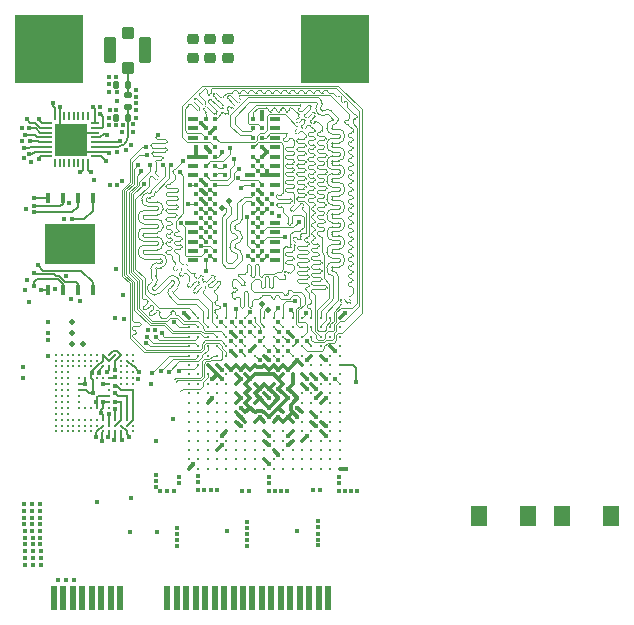
<source format=gbr>
%TF.GenerationSoftware,KiCad,Pcbnew,9.0.3*%
%TF.CreationDate,2025-09-01T16:13:12+03:00*%
%TF.ProjectId,ThingsCore-1,5468696e-6773-4436-9f72-652d312e6b69,rev?*%
%TF.SameCoordinates,Original*%
%TF.FileFunction,Copper,L1,Top*%
%TF.FilePolarity,Positive*%
%FSLAX46Y46*%
G04 Gerber Fmt 4.6, Leading zero omitted, Abs format (unit mm)*
G04 Created by KiCad (PCBNEW 9.0.3) date 2025-09-01 16:13:12*
%MOMM*%
%LPD*%
G01*
G04 APERTURE LIST*
G04 Aperture macros list*
%AMRoundRect*
0 Rectangle with rounded corners*
0 $1 Rounding radius*
0 $2 $3 $4 $5 $6 $7 $8 $9 X,Y pos of 4 corners*
0 Add a 4 corners polygon primitive as box body*
4,1,4,$2,$3,$4,$5,$6,$7,$8,$9,$2,$3,0*
0 Add four circle primitives for the rounded corners*
1,1,$1+$1,$2,$3*
1,1,$1+$1,$4,$5*
1,1,$1+$1,$6,$7*
1,1,$1+$1,$8,$9*
0 Add four rect primitives between the rounded corners*
20,1,$1+$1,$2,$3,$4,$5,0*
20,1,$1+$1,$4,$5,$6,$7,0*
20,1,$1+$1,$6,$7,$8,$9,0*
20,1,$1+$1,$8,$9,$2,$3,0*%
G04 Aperture macros list end*
%TA.AperFunction,SMDPad,CuDef*%
%ADD10R,1.350000X1.800000*%
%TD*%
%TA.AperFunction,HeatsinkPad*%
%ADD11C,0.500000*%
%TD*%
%TA.AperFunction,SMDPad,CuDef*%
%ADD12R,0.200000X0.750000*%
%TD*%
%TA.AperFunction,SMDPad,CuDef*%
%ADD13R,0.750000X0.200000*%
%TD*%
%TA.AperFunction,SMDPad,CuDef*%
%ADD14R,2.800000X2.800000*%
%TD*%
%TA.AperFunction,SMDPad,CuDef*%
%ADD15R,4.350000X3.450000*%
%TD*%
%TA.AperFunction,SMDPad,CuDef*%
%ADD16R,0.450000X0.950000*%
%TD*%
%TA.AperFunction,SMDPad,CuDef*%
%ADD17RoundRect,0.140000X0.140000X0.170000X-0.140000X0.170000X-0.140000X-0.170000X0.140000X-0.170000X0*%
%TD*%
%TA.AperFunction,SMDPad,CuDef*%
%ADD18RoundRect,0.147500X0.172500X-0.147500X0.172500X0.147500X-0.172500X0.147500X-0.172500X-0.147500X0*%
%TD*%
%TA.AperFunction,SMDPad,CuDef*%
%ADD19C,0.450000*%
%TD*%
%TA.AperFunction,BGAPad,CuDef*%
%ADD20C,0.320000*%
%TD*%
%TA.AperFunction,ComponentPad*%
%ADD21R,5.800000X5.800000*%
%TD*%
%TA.AperFunction,SMDPad,CuDef*%
%ADD22R,0.600000X2.000000*%
%TD*%
%TA.AperFunction,SMDPad,CuDef*%
%ADD23RoundRect,0.218750X0.256250X-0.218750X0.256250X0.218750X-0.256250X0.218750X-0.256250X-0.218750X0*%
%TD*%
%TA.AperFunction,SMDPad,CuDef*%
%ADD24RoundRect,0.100000X0.400000X0.400000X-0.400000X0.400000X-0.400000X-0.400000X0.400000X-0.400000X0*%
%TD*%
%TA.AperFunction,SMDPad,CuDef*%
%ADD25RoundRect,0.105000X0.420000X0.995000X-0.420000X0.995000X-0.420000X-0.995000X0.420000X-0.995000X0*%
%TD*%
%TA.AperFunction,BGAPad,CuDef*%
%ADD26C,0.240000*%
%TD*%
%TA.AperFunction,ViaPad*%
%ADD27C,0.450000*%
%TD*%
%TA.AperFunction,ViaPad*%
%ADD28C,0.500000*%
%TD*%
%TA.AperFunction,Conductor*%
%ADD29C,0.200000*%
%TD*%
%TA.AperFunction,Conductor*%
%ADD30C,0.156500*%
%TD*%
%TA.AperFunction,Conductor*%
%ADD31C,0.300000*%
%TD*%
%TA.AperFunction,Conductor*%
%ADD32C,0.100000*%
%TD*%
G04 APERTURE END LIST*
D10*
%TO.P,S2,2,NO*%
%TO.N,GND*%
X62850000Y-54800000D03*
%TO.P,S2,1,COM*%
%TO.N,/MPU-IO/NRST*%
X58700000Y-54800000D03*
%TD*%
%TO.P,S1,2,NO*%
%TO.N,GND*%
X55820000Y-54800000D03*
%TO.P,S1,1,COM*%
%TO.N,/MPU-IO/USER_SW*%
X51670000Y-54800000D03*
%TD*%
D11*
%TO.P,U6,25,VSS*%
%TO.N,GND*%
X17220000Y-38435000D03*
X17220000Y-39335000D03*
X17220000Y-40235000D03*
X18120000Y-40235000D03*
%TD*%
D12*
%TO.P,IC1,1,GPIO/FEM_1*%
%TO.N,unconnected-(IC1-GPIO{slash}FEM_1-Pad1)*%
X15775000Y-24975000D03*
%TO.P,IC1,2,GPIO/FEM_2*%
%TO.N,unconnected-(IC1-GPIO{slash}FEM_2-Pad2)*%
X16175000Y-24975000D03*
%TO.P,IC1,3,GPIO/FEM_3*%
%TO.N,unconnected-(IC1-GPIO{slash}FEM_3-Pad3)*%
X16575000Y-24975000D03*
%TO.P,IC1,4,GPIO/FEM_4*%
%TO.N,unconnected-(IC1-GPIO{slash}FEM_4-Pad4)*%
X16975000Y-24975000D03*
%TO.P,IC1,5,GPIO/FEM_PDET*%
%TO.N,unconnected-(IC1-GPIO{slash}FEM_PDET-Pad5)*%
X17375000Y-24975000D03*
%TO.P,IC1,6,RESERVE_2*%
%TO.N,unconnected-(IC1-RESERVE_2-Pad6)*%
X17775000Y-24975000D03*
%TO.P,IC1,7,XTAL_I*%
%TO.N,Net-(IC1-XTAL_I)*%
X18175000Y-24975000D03*
%TO.P,IC1,8,XTAL_O*%
%TO.N,Net-(IC1-XTAL_O)*%
X18575000Y-24975000D03*
D13*
%TO.P,IC1,9,VDD_RF*%
%TO.N,3V3_VDD*%
X19175000Y-24375000D03*
%TO.P,IC1,10,GND_1*%
%TO.N,GND*%
X19175000Y-23975000D03*
%TO.P,IC1,11,RF_1*%
%TO.N,/NETWORKING/RF1*%
X19175000Y-23575000D03*
%TO.P,IC1,12,RF_2*%
%TO.N,/NETWORKING/RF2*%
X19175000Y-23175000D03*
%TO.P,IC1,13,VDD_PA*%
%TO.N,3V3_VDD*%
X19175000Y-22775000D03*
%TO.P,IC1,14,RESERVE_1*%
%TO.N,GND*%
X19175000Y-22375000D03*
%TO.P,IC1,15,RESETN*%
%TO.N,/NETWORKING/TRX_~{RST}*%
X19175000Y-21975000D03*
%TO.P,IC1,16,GPIO/WUP*%
%TO.N,/NETWORKING/TRX_WUP*%
X19175000Y-21575000D03*
D12*
%TO.P,IC1,17,GPIO/FEM_5*%
%TO.N,unconnected-(IC1-GPIO{slash}FEM_5-Pad17)*%
X18575000Y-20975000D03*
%TO.P,IC1,18,GPIO/FEM_6*%
%TO.N,unconnected-(IC1-GPIO{slash}FEM_6-Pad18)*%
X18175000Y-20975000D03*
%TO.P,IC1,19,GPIO/PTA_TX_CONF*%
%TO.N,unconnected-(IC1-GPIO{slash}PTA_TX_CONF-Pad19)*%
X17775000Y-20975000D03*
%TO.P,IC1,20,GPIO/PTA_RF_ACT*%
%TO.N,unconnected-(IC1-GPIO{slash}PTA_RF_ACT-Pad20)*%
X17375000Y-20975000D03*
%TO.P,IC1,21,GPIO/PTA_STATUS*%
%TO.N,unconnected-(IC1-GPIO{slash}PTA_STATUS-Pad21)*%
X16975000Y-20975000D03*
%TO.P,IC1,22,GPIO/PTA_FREQ*%
%TO.N,unconnected-(IC1-GPIO{slash}PTA_FREQ-Pad22)*%
X16575000Y-20975000D03*
%TO.P,IC1,23,GPIO/LP_CLK*%
%TO.N,GND*%
X16175000Y-20975000D03*
%TO.P,IC1,24,GPIO/WIRQ*%
%TO.N,/NETWORKING/TRX_IRQ*%
X15775000Y-20975000D03*
D13*
%TO.P,IC1,25,VDD_DIG*%
%TO.N,3V3_VDD*%
X15175000Y-21575000D03*
%TO.P,IC1,26,SDIO_CLK/_SPI_CLK*%
%TO.N,/NETWORKING/TRX_CLK*%
X15175000Y-21975000D03*
%TO.P,IC1,27,SDIO_CMD/_SPI_MOSI*%
%TO.N,/NETWORKING/TRX_CMD*%
X15175000Y-22375000D03*
%TO.P,IC1,28,SDIO_DAT0/_SPI_MISO*%
%TO.N,/NETWORKING/TRX_D0*%
X15175000Y-22775000D03*
%TO.P,IC1,29,SDIO_DAT1_/_SPI_WIRQ*%
%TO.N,/NETWORKING/TRX_D1*%
X15175000Y-23175000D03*
%TO.P,IC1,30,SDIO_DAT2/_HIF_SEL*%
%TO.N,/NETWORKING/TRX_D2*%
X15175000Y-23575000D03*
%TO.P,IC1,31,SDIO_DAT3/_SPI_CSN*%
%TO.N,/NETWORKING/TRX_D3*%
X15175000Y-23975000D03*
%TO.P,IC1,32,VDD_IO*%
%TO.N,3V3_VDD*%
X15175000Y-24375000D03*
D11*
%TO.P,IC1,33,GND_2*%
%TO.N,GND*%
X16075000Y-24075000D03*
X16775000Y-24075000D03*
X17475000Y-24075000D03*
X18275000Y-24075000D03*
X16075000Y-23375000D03*
X16775000Y-23375000D03*
X17475000Y-23375000D03*
X18275000Y-23375000D03*
D14*
X17175000Y-22975000D03*
D11*
X16075000Y-22575000D03*
X16775000Y-22575000D03*
X17475000Y-22575000D03*
X18275000Y-22575000D03*
X16075000Y-21875000D03*
X16775000Y-21875000D03*
X17475000Y-21875000D03*
X18275000Y-21875000D03*
%TD*%
D15*
%TO.P,U8,9,EP*%
%TO.N,unconnected-(U8-EP-Pad9)*%
X17060000Y-31800000D03*
D16*
%TO.P,U8,8,VCC*%
%TO.N,3V3_VDD*%
X18965000Y-35700000D03*
%TO.P,U8,7,~{HOLD}/~{RESET}/IO3*%
%TO.N,/MEMORY/QSPI1_D3*%
X17695000Y-35700000D03*
%TO.P,U8,6,CLK*%
%TO.N,/MEMORY/QSPI1_CLK_NOR*%
X16425000Y-35700000D03*
%TO.P,U8,5,DI/IO0*%
%TO.N,/MEMORY/QSPI1_D0*%
X15155000Y-35700000D03*
%TO.P,U8,4,GND*%
%TO.N,GND*%
X15155000Y-27900000D03*
%TO.P,U8,3,~{WP}/IO2*%
%TO.N,/MEMORY/QSPI1_D2*%
X16425000Y-27900000D03*
%TO.P,U8,2,DO/IO1*%
%TO.N,/MEMORY/QSPI1_D1*%
X17695000Y-27900000D03*
%TO.P,U8,1,~{CS}*%
%TO.N,/MEMORY/QSPI1_~{CS}*%
X18965000Y-27900000D03*
%TD*%
D17*
%TO.P,C82,1*%
%TO.N,/NETWORKING/RF1*%
X21942100Y-21102900D03*
%TO.P,C82,2*%
%TO.N,GND*%
X20982100Y-21102900D03*
%TD*%
D18*
%TO.P,L4,2,2*%
%TO.N,Net-(J1-In)*%
X21937100Y-19217900D03*
%TO.P,L4,1,1*%
%TO.N,/NETWORKING/RF1*%
X21937100Y-20187900D03*
%TD*%
D17*
%TO.P,C81,2*%
%TO.N,GND*%
X20982100Y-18302900D03*
%TO.P,C81,1*%
%TO.N,Net-(J1-In)*%
X21942100Y-18302900D03*
%TD*%
D19*
%TO.P,U2,A1,VDDQ_1*%
%TO.N,1V35_DDR*%
X27750000Y-21200000D03*
%TO.P,U2,A2,DQU5*%
%TO.N,/DDR3/DDR_D13*%
X28550000Y-21200000D03*
%TO.P,U2,A3,DQU7*%
%TO.N,/DDR3/DDR_D15*%
X29350000Y-21200000D03*
%TO.P,U2,A7,DQU4*%
%TO.N,/DDR3/DDR_D12*%
X32550000Y-21200000D03*
%TO.P,U2,A8,VDDQ_2*%
%TO.N,1V35_DDR*%
X33350000Y-21200000D03*
%TO.P,U2,A9,VSS_1*%
%TO.N,GND*%
X34150000Y-21200000D03*
%TO.P,U2,B1,VSSQ_1*%
X27750000Y-22000000D03*
%TO.P,U2,B2,VDD_1*%
%TO.N,1V35_DDR*%
X28550000Y-22000000D03*
%TO.P,U2,B3,VSS_2*%
%TO.N,GND*%
X29350000Y-22000000D03*
%TO.P,U2,B7,~{DQSU}*%
%TO.N,/DDR3/DDR_DQS1P*%
X32550000Y-22000000D03*
%TO.P,U2,B8,DQU6*%
%TO.N,/DDR3/DDR_D14*%
X33350000Y-22000000D03*
%TO.P,U2,B9,VSSQ_2*%
%TO.N,GND*%
X34150000Y-22000000D03*
%TO.P,U2,C1,VDDQ_3*%
%TO.N,1V35_DDR*%
X27750000Y-22800000D03*
%TO.P,U2,C2,DQU3*%
%TO.N,/DDR3/DDR_D11*%
X28550000Y-22800000D03*
%TO.P,U2,C3,DQU1*%
%TO.N,/DDR3/DDR_D9*%
X29350000Y-22800000D03*
%TO.P,U2,C7,DQSU*%
%TO.N,/DDR3/DDR_DQS1N*%
X32550000Y-22800000D03*
%TO.P,U2,C8,DQU2*%
%TO.N,/DDR3/DDR_D10*%
X33350000Y-22800000D03*
%TO.P,U2,C9,VDDQ_4*%
%TO.N,1V35_DDR*%
X34150000Y-22800000D03*
%TO.P,U2,D1,VSSQ_3*%
%TO.N,GND*%
X27750000Y-23600000D03*
%TO.P,U2,D2,VDDQ_5*%
%TO.N,1V35_DDR*%
X28550000Y-23600000D03*
%TO.P,U2,D3,DMU*%
%TO.N,/DDR3/DDR_DQM1*%
X29350000Y-23600000D03*
%TO.P,U2,D7,DQU0*%
%TO.N,/DDR3/DDR_D8*%
X32550000Y-23600000D03*
%TO.P,U2,D8,VSSQ_4*%
%TO.N,GND*%
X33350000Y-23600000D03*
%TO.P,U2,D9,VDD_2*%
%TO.N,1V35_DDR*%
X34150000Y-23600000D03*
%TO.P,U2,E1,VSS_3*%
%TO.N,GND*%
X27750000Y-24400000D03*
%TO.P,U2,E2,VSSQ_5*%
X28550000Y-24400000D03*
%TO.P,U2,E3,DQL0*%
%TO.N,/DDR3/DDR_D0*%
X29350000Y-24400000D03*
%TO.P,U2,E7,DML*%
%TO.N,/DDR3/DDR_DQM0*%
X32550000Y-24400000D03*
%TO.P,U2,E8,VSSQ_6*%
%TO.N,GND*%
X33350000Y-24400000D03*
%TO.P,U2,E9,VDDQ_6*%
%TO.N,1V35_DDR*%
X34150000Y-24400000D03*
%TO.P,U2,F1,VDDQ_7*%
X27750000Y-25200000D03*
%TO.P,U2,F2,DQL2*%
%TO.N,/DDR3/DDR_D2*%
X28550000Y-25200000D03*
%TO.P,U2,F3,DQSL*%
%TO.N,/DDR3/DDR_DQS0N*%
X29350000Y-25200000D03*
%TO.P,U2,F7,DQL1*%
%TO.N,/DDR3/DDR_D1*%
X32550000Y-25200000D03*
%TO.P,U2,F8,DQL3*%
%TO.N,/DDR3/DDR_D3*%
X33350000Y-25200000D03*
%TO.P,U2,F9,VSSQ_7*%
%TO.N,GND*%
X34150000Y-25200000D03*
%TO.P,U2,G1,VSSQ_8*%
X27750000Y-26000000D03*
%TO.P,U2,G2,DQL6*%
%TO.N,/DDR3/DDR_D6*%
X28550000Y-26000000D03*
%TO.P,U2,G3,~{DQSL}*%
%TO.N,/DDR3/DDR_DQS0P*%
X29350000Y-26000000D03*
%TO.P,U2,G7,VDD_3*%
%TO.N,1V35_DDR*%
X32550000Y-26000000D03*
%TO.P,U2,G8,VSS_4*%
%TO.N,GND*%
X33350000Y-26000000D03*
%TO.P,U2,G9,VSSQ_9*%
X34150000Y-26000000D03*
%TO.P,U2,H1,VREFDQ*%
%TO.N,/DDR3/DDR_VREF*%
X27750000Y-26800000D03*
%TO.P,U2,H2,VDDQ_8*%
%TO.N,1V35_DDR*%
X28550000Y-26800000D03*
%TO.P,U2,H3,DQL4*%
%TO.N,/DDR3/DDR_D4*%
X29350000Y-26800000D03*
%TO.P,U2,H7,DQL7*%
%TO.N,/DDR3/DDR_D7*%
X32550000Y-26800000D03*
%TO.P,U2,H8,DQL5*%
%TO.N,/DDR3/DDR_D5*%
X33350000Y-26800000D03*
%TO.P,U2,H9,VDDQ_9*%
%TO.N,1V35_DDR*%
X34150000Y-26800000D03*
%TO.P,U2,J1,NC_1/ODT1*%
%TO.N,unconnected-(U2-NC_1{slash}ODT1-PadJ1)*%
X27750000Y-27600000D03*
%TO.P,U2,J2,VSS_5*%
%TO.N,GND*%
X28550000Y-27600000D03*
%TO.P,U2,J3,~{RAS}*%
%TO.N,/DDR3/DDR_RASN*%
X29350000Y-27600000D03*
%TO.P,U2,J7,CK*%
%TO.N,/DDR3/DDR_CLK_P*%
X32550000Y-27600000D03*
%TO.P,U2,J8,VSS_6*%
%TO.N,GND*%
X33350000Y-27600000D03*
%TO.P,U2,J9,NC_2*%
%TO.N,unconnected-(U2-NC_2-PadJ9)*%
X34150000Y-27600000D03*
%TO.P,U2,K1,ODT0*%
%TO.N,/DDR3/DDR_ODT*%
X27750000Y-28400000D03*
%TO.P,U2,K2,VDD_4*%
%TO.N,1V35_DDR*%
X28550000Y-28400000D03*
%TO.P,U2,K3,~{CAS}*%
%TO.N,/DDR3/DDR_CASN*%
X29350000Y-28400000D03*
%TO.P,U2,K7,~{CK}*%
%TO.N,/DDR3/DDR_CLK_N*%
X32550000Y-28400000D03*
%TO.P,U2,K8,VDD_5*%
%TO.N,1V35_DDR*%
X33350000Y-28400000D03*
%TO.P,U2,K9,CKE*%
%TO.N,/DDR3/DDR_CKE*%
X34150000Y-28400000D03*
%TO.P,U2,L1,NC_3*%
%TO.N,unconnected-(U2-NC_3-PadL1)*%
X27750000Y-29200000D03*
%TO.P,U2,L2,~{CS}*%
%TO.N,/DDR3/DDR_CSN*%
X28550000Y-29200000D03*
%TO.P,U2,L3,~{WE}*%
%TO.N,/DDR3/DDR_WEN*%
X29350000Y-29200000D03*
%TO.P,U2,L7,A10/AP*%
%TO.N,/DDR3/DDR_A10*%
X32550000Y-29200000D03*
%TO.P,U2,L8,ZQ*%
%TO.N,/DDR3/ZQ*%
X33350000Y-29200000D03*
%TO.P,U2,L9,NC_4*%
%TO.N,unconnected-(U2-NC_4-PadL9)*%
X34150000Y-29200000D03*
%TO.P,U2,M1,VSS_7*%
%TO.N,GND*%
X27750000Y-30000000D03*
%TO.P,U2,M2,BA0*%
%TO.N,/DDR3/DDR_BA0*%
X28550000Y-30000000D03*
%TO.P,U2,M3,BA2*%
%TO.N,/DDR3/DDR_BA2*%
X29350000Y-30000000D03*
%TO.P,U2,M7,NC_5/A15*%
%TO.N,/DDR3/DDR_A15*%
X32550000Y-30000000D03*
%TO.P,U2,M8,VREFCA*%
%TO.N,/DDR3/DDR_VREF*%
X33350000Y-30000000D03*
%TO.P,U2,M9,VSS_8*%
%TO.N,GND*%
X34150000Y-30000000D03*
%TO.P,U2,N1,VDD_6*%
%TO.N,1V35_DDR*%
X27750000Y-30800000D03*
%TO.P,U2,N2,A3*%
%TO.N,/DDR3/DDR_A3*%
X28550000Y-30800000D03*
%TO.P,U2,N3,A0*%
%TO.N,/DDR3/DDR_A0*%
X29350000Y-30800000D03*
%TO.P,U2,N7,A12/~{BC}*%
%TO.N,/DDR3/DDR_A12*%
X32550000Y-30800000D03*
%TO.P,U2,N8,BA1*%
%TO.N,/DDR3/DDR_BA1*%
X33350000Y-30800000D03*
%TO.P,U2,N9,VDD_7*%
%TO.N,1V35_DDR*%
X34150000Y-30800000D03*
%TO.P,U2,P1,VSS_9*%
%TO.N,GND*%
X27750000Y-31600000D03*
%TO.P,U2,P2,A5*%
%TO.N,/DDR3/DDR_A5*%
X28550000Y-31600000D03*
%TO.P,U2,P3,A2*%
%TO.N,/DDR3/DDR_A2*%
X29350000Y-31600000D03*
%TO.P,U2,P7,A1*%
%TO.N,/DDR3/DDR_A1*%
X32550000Y-31600000D03*
%TO.P,U2,P8,A4*%
%TO.N,/DDR3/DDR_A4*%
X33350000Y-31600000D03*
%TO.P,U2,P9,VSS_10*%
%TO.N,GND*%
X34150000Y-31600000D03*
%TO.P,U2,R1,VDD_8*%
%TO.N,1V35_DDR*%
X27750000Y-32400000D03*
%TO.P,U2,R2,A7*%
%TO.N,/DDR3/DDR_A7*%
X28550000Y-32400000D03*
%TO.P,U2,R3,A9*%
%TO.N,/DDR3/DDR_A9*%
X29350000Y-32400000D03*
%TO.P,U2,R7,A11*%
%TO.N,/DDR3/DDR_A11*%
X32550000Y-32400000D03*
%TO.P,U2,R8,A6*%
%TO.N,/DDR3/DDR_A6*%
X33350000Y-32400000D03*
%TO.P,U2,R9,VDD_9*%
%TO.N,1V35_DDR*%
X34150000Y-32400000D03*
%TO.P,U2,T1,VSS_11*%
%TO.N,GND*%
X27750000Y-33200000D03*
%TO.P,U2,T2,~{RESET}*%
%TO.N,/DDR3/DDR_RESETN*%
X28550000Y-33200000D03*
%TO.P,U2,T3,A13*%
%TO.N,/DDR3/DDR_A13*%
X29350000Y-33200000D03*
%TO.P,U2,T7,A14*%
%TO.N,/DDR3/DDR_A14*%
X32550000Y-33200000D03*
%TO.P,U2,T8,A8*%
%TO.N,/DDR3/DDR_A8*%
X33350000Y-33200000D03*
%TO.P,U2,T9,VSS_12*%
%TO.N,GND*%
X34150000Y-33200000D03*
%TD*%
D20*
%TO.P,U7,A1,VSS*%
%TO.N,GND*%
X27100000Y-50850000D03*
%TO.P,U7,A2,PA9*%
%TO.N,unconnected-(U7D-PA9-PadA2)*%
X27100000Y-50050000D03*
%TO.P,U7,A3,PD10*%
%TO.N,unconnected-(U7D-PD10-PadA3)*%
X27100000Y-49250000D03*
%TO.P,U7,A4,PB7*%
%TO.N,unconnected-(U7D-PB7-PadA4)*%
X27100000Y-48450000D03*
%TO.P,U7,A5,PE7*%
%TO.N,unconnected-(U7E-PE7-PadA5)*%
X27100000Y-47650000D03*
%TO.P,U7,A6,PD5*%
%TO.N,unconnected-(U7D-PD5-PadA6)*%
X27100000Y-46850000D03*
%TO.P,U7,A7,PE8*%
%TO.N,unconnected-(U7E-PE8-PadA7)*%
X27100000Y-46050000D03*
%TO.P,U7,A8,PG4*%
%TO.N,unconnected-(U7E-PG4-PadA8)*%
X27100000Y-45250000D03*
%TO.P,U7,A9,PH9*%
%TO.N,unconnected-(U7E-PH9-PadA9)*%
X27100000Y-44450000D03*
%TO.P,U7,A10,PH13*%
%TO.N,unconnected-(U7E-PH13-PadA10)*%
X27100000Y-43650000D03*
%TO.P,U7,A11,PC7*%
%TO.N,unconnected-(U7D-PC7-PadA11)*%
X27100000Y-42850000D03*
%TO.P,U7,A12,PB9*%
%TO.N,unconnected-(U7D-PB9-PadA12)*%
X27100000Y-42050000D03*
%TO.P,U7,A13,PB14*%
%TO.N,unconnected-(U7D-PB14-PadA13)*%
X27100000Y-41250000D03*
%TO.P,U7,A14,PG6*%
%TO.N,unconnected-(U7E-PG6-PadA14)*%
X27100000Y-40450000D03*
%TO.P,U7,A15,PD2*%
%TO.N,unconnected-(U7D-PD2-PadA15)*%
X27100000Y-39650000D03*
%TO.P,U7,A16,PC9*%
%TO.N,unconnected-(U7D-PC9-PadA16)*%
X27100000Y-38850000D03*
%TO.P,U7,A17,VSS*%
%TO.N,GND*%
X27100000Y-38050000D03*
%TO.P,U7,B1,PD3*%
%TO.N,unconnected-(U7D-PD3-PadB1)*%
X27900000Y-50850000D03*
%TO.P,U7,B2,PF5*%
%TO.N,unconnected-(U7E-PF5-PadB2)*%
X27900000Y-50050000D03*
%TO.P,U7,B3,PD14*%
%TO.N,unconnected-(U7D-PD14-PadB3)*%
X27900000Y-49250000D03*
%TO.P,U7,B4,PE12*%
%TO.N,unconnected-(U7E-PE12-PadB4)*%
X27900000Y-48450000D03*
%TO.P,U7,B5,PE1*%
%TO.N,unconnected-(U7E-PE1-PadB5)*%
X27900000Y-47650000D03*
%TO.P,U7,B6,PE9*%
%TO.N,unconnected-(U7E-PE9-PadB6)*%
X27900000Y-46850000D03*
%TO.P,U7,B7,PH14*%
%TO.N,unconnected-(U7E-PH14-PadB7)*%
X27900000Y-46050000D03*
%TO.P,U7,B8,PE10*%
%TO.N,unconnected-(U7E-PE10-PadB8)*%
X27900000Y-45250000D03*
%TO.P,U7,B9,PF1*%
%TO.N,unconnected-(U7E-PF1-PadB9)*%
X27900000Y-44450000D03*
%TO.P,U7,B10,PF3*%
%TO.N,unconnected-(U7E-PF3-PadB10)*%
X27900000Y-43650000D03*
%TO.P,U7,B11,PC6*%
%TO.N,unconnected-(U7D-PC6-PadB11)*%
X27900000Y-42850000D03*
%TO.P,U7,B12,PB15*%
%TO.N,unconnected-(U7D-PB15-PadB12)*%
X27900000Y-42050000D03*
%TO.P,U7,B13,PB4*%
%TO.N,unconnected-(U7D-PB4-PadB13)*%
X27900000Y-41250000D03*
%TO.P,U7,B14,PC10*%
%TO.N,unconnected-(U7D-PC10-PadB14)*%
X27900000Y-40450000D03*
%TO.P,U7,B15,PC12*%
%TO.N,unconnected-(U7D-PC12-PadB15)*%
X27900000Y-39650000D03*
%TO.P,U7,B16,DDR_DQ4*%
%TO.N,/DDR3/DDR_D4*%
X27900000Y-38850000D03*
%TO.P,U7,B17,DDR_DQ0*%
%TO.N,/DDR3/DDR_D0*%
X27900000Y-38050000D03*
%TO.P,U7,C1,PB6*%
%TO.N,unconnected-(U7D-PB6-PadC1)*%
X28700000Y-50850000D03*
%TO.P,U7,C2,PH12*%
%TO.N,unconnected-(U7E-PH12-PadC2)*%
X28700000Y-50050000D03*
%TO.P,U7,C3,PE14*%
%TO.N,unconnected-(U7E-PE14-PadC3)*%
X28700000Y-49250000D03*
%TO.P,U7,C4,PE13*%
%TO.N,unconnected-(U7E-PE13-PadC4)*%
X28700000Y-48450000D03*
%TO.P,U7,C5,PD8*%
%TO.N,unconnected-(U7D-PD8-PadC5)*%
X28700000Y-47650000D03*
%TO.P,U7,C6,PD12*%
%TO.N,unconnected-(U7D-PD12-PadC6)*%
X28700000Y-46850000D03*
%TO.P,U7,C7,PD15*%
%TO.N,unconnected-(U7D-PD15-PadC7)*%
X28700000Y-46050000D03*
%TO.P,U7,C8,VSS*%
%TO.N,GND*%
X28700000Y-45250000D03*
%TO.P,U7,C9,PG7*%
%TO.N,unconnected-(U7E-PG7-PadC9)*%
X28700000Y-44450000D03*
%TO.P,U7,C10,PB5*%
%TO.N,unconnected-(U7D-PB5-PadC10)*%
X28700000Y-43650000D03*
%TO.P,U7,C11,PB3*%
%TO.N,unconnected-(U7D-PB3-PadC11)*%
X28700000Y-42850000D03*
%TO.P,U7,C12,VDDSD1*%
%TO.N,3V3_VDD*%
X28700000Y-42050000D03*
%TO.P,U7,C13,PF0*%
%TO.N,unconnected-(U7E-PF0-PadC13)*%
X28700000Y-41250000D03*
%TO.P,U7,C14,PC11*%
%TO.N,unconnected-(U7D-PC11-PadC14)*%
X28700000Y-40450000D03*
%TO.P,U7,C15,DDR_DQ1*%
%TO.N,/DDR3/DDR_D1*%
X28700000Y-39650000D03*
%TO.P,U7,C16,DDR_DQS0N*%
%TO.N,/DDR3/DDR_DQS0N*%
X28700000Y-38850000D03*
%TO.P,U7,C17,DDR_DQS0P*%
%TO.N,/DDR3/DDR_DQS0P*%
X28700000Y-38050000D03*
%TO.P,U7,D1,PB8*%
%TO.N,unconnected-(U7D-PB8-PadD1)*%
X29500000Y-50850000D03*
%TO.P,U7,D2,PD6*%
%TO.N,unconnected-(U7D-PD6-PadD2)*%
X29500000Y-50050000D03*
%TO.P,U7,D3,VSS*%
%TO.N,GND*%
X29500000Y-49250000D03*
%TO.P,U7,D4,PE11*%
%TO.N,unconnected-(U7E-PE11-PadD4)*%
X29500000Y-48450000D03*
%TO.P,U7,D5,PD1*%
%TO.N,unconnected-(U7D-PD1-PadD5)*%
X29500000Y-47650000D03*
%TO.P,U7,D6,PE0*%
%TO.N,unconnected-(U7E-PE0-PadD6)*%
X29500000Y-46850000D03*
%TO.P,U7,D7,PG0*%
%TO.N,unconnected-(U7E-PG0-PadD7)*%
X29500000Y-46050000D03*
%TO.P,U7,D8,PE15*%
%TO.N,unconnected-(U7E-PE15-PadD8)*%
X29500000Y-45250000D03*
%TO.P,U7,D9,PB12*%
%TO.N,unconnected-(U7D-PB12-PadD9)*%
X29500000Y-44450000D03*
%TO.P,U7,D10,PB10*%
%TO.N,unconnected-(U7D-PB10-PadD10)*%
X29500000Y-43650000D03*
%TO.P,U7,D11,VDDSD2*%
%TO.N,3V3_VDD*%
X29500000Y-42850000D03*
%TO.P,U7,D12,VSS*%
%TO.N,GND*%
X29500000Y-42050000D03*
%TO.P,U7,D13,PE3*%
%TO.N,unconnected-(U7E-PE3-PadD13)*%
X29500000Y-41250000D03*
%TO.P,U7,D14,PC8*%
%TO.N,unconnected-(U7D-PC8-PadD14)*%
X29500000Y-40450000D03*
%TO.P,U7,D15,DDR_DQM0*%
%TO.N,/DDR3/DDR_DQM0*%
X29500000Y-39650000D03*
%TO.P,U7,D16,DDR_DQ5*%
%TO.N,/DDR3/DDR_D5*%
X29500000Y-38850000D03*
%TO.P,U7,D17,DDR_DQ3*%
%TO.N,/DDR3/DDR_D3*%
X29500000Y-38050000D03*
%TO.P,U7,E1,PG9*%
%TO.N,unconnected-(U7E-PG9-PadE1)*%
X30300000Y-50850000D03*
%TO.P,U7,E2,PD11*%
%TO.N,unconnected-(U7D-PD11-PadE2)*%
X30300000Y-50050000D03*
%TO.P,U7,E3,PA12*%
%TO.N,unconnected-(U7D-PA12-PadE3)*%
X30300000Y-49250000D03*
%TO.P,U7,E4,PD0*%
%TO.N,unconnected-(U7D-PD0-PadE4)*%
X30300000Y-48450000D03*
%TO.P,U7,E5,VSS*%
%TO.N,GND*%
X30300000Y-47650000D03*
%TO.P,U7,E6,PA15*%
%TO.N,unconnected-(U7D-PA15-PadE6)*%
X30300000Y-46850000D03*
%TO.P,U7,E7,PD4*%
%TO.N,unconnected-(U7D-PD4-PadE7)*%
X30300000Y-46050000D03*
%TO.P,U7,E8,PD9*%
%TO.N,unconnected-(U7D-PD9-PadE8)*%
X30300000Y-45250000D03*
%TO.P,U7,E9,PF2*%
%TO.N,unconnected-(U7E-PF2-PadE9)*%
X30300000Y-44450000D03*
%TO.P,U7,E10,PB13*%
%TO.N,unconnected-(U7D-PB13-PadE10)*%
X30300000Y-43650000D03*
%TO.P,U7,E11,PH10*%
%TO.N,unconnected-(U7E-PH10-PadE11)*%
X30300000Y-42850000D03*
%TO.P,U7,E12,VDDQ_DDR*%
%TO.N,1V35_DDR*%
X30300000Y-42050000D03*
%TO.P,U7,E13,DDR_DQ2*%
%TO.N,/DDR3/DDR_D2*%
X30300000Y-41250000D03*
%TO.P,U7,E14,DDR_DQ6*%
%TO.N,/DDR3/DDR_D6*%
X30300000Y-40450000D03*
%TO.P,U7,E15,DDR_DQ7*%
%TO.N,/DDR3/DDR_D7*%
X30300000Y-39650000D03*
%TO.P,U7,E16,DDR_A5*%
%TO.N,/DDR3/DDR_A5*%
X30300000Y-38850000D03*
%TO.P,U7,E17,DDR_RESETN*%
%TO.N,/DDR3/DDR_RESETN*%
X30300000Y-38050000D03*
%TO.P,U7,F1,PG10*%
%TO.N,unconnected-(U7E-PG10-PadF1)*%
X31100000Y-50850000D03*
%TO.P,U7,F2,PG5*%
%TO.N,unconnected-(U7E-PG5-PadF2)*%
X31100000Y-50050000D03*
%TO.P,U7,F3,PG8*%
%TO.N,unconnected-(U7E-PG8-PadF3)*%
X31100000Y-49250000D03*
%TO.P,U7,F4,PH2*%
%TO.N,unconnected-(U7E-PH2-PadF4)*%
X31100000Y-48450000D03*
%TO.P,U7,F5,PH8*%
%TO.N,unconnected-(U7E-PH8-PadF5)*%
X31100000Y-47650000D03*
%TO.P,U7,F6,VDDCPU*%
%TO.N,1V25_CORE*%
X31100000Y-46850000D03*
%TO.P,U7,F7,VDD*%
%TO.N,3V3_VDD*%
X31100000Y-46050000D03*
%TO.P,U7,F8,VDDCPU*%
%TO.N,1V25_CORE*%
X31100000Y-45250000D03*
%TO.P,U7,F9,VDDCPU*%
X31100000Y-44450000D03*
%TO.P,U7,F10,VDD*%
%TO.N,3V3_VDD*%
X31100000Y-43650000D03*
%TO.P,U7,F11,VDD*%
X31100000Y-42850000D03*
%TO.P,U7,F12,VDDQ_DDR*%
%TO.N,1V35_DDR*%
X31100000Y-42050000D03*
%TO.P,U7,F13,VSS*%
%TO.N,GND*%
X31100000Y-41250000D03*
%TO.P,U7,F14,DDR_A13*%
%TO.N,/DDR3/DDR_A13*%
X31100000Y-40450000D03*
%TO.P,U7,F15,VSS*%
%TO.N,GND*%
X31100000Y-39650000D03*
%TO.P,U7,F16,DDR_A9*%
%TO.N,/DDR3/DDR_A9*%
X31100000Y-38850000D03*
%TO.P,U7,F17,DDR_A2*%
%TO.N,/DDR3/DDR_A2*%
X31100000Y-38050000D03*
%TO.P,U7,G1,PF9*%
%TO.N,unconnected-(U7E-PF9-PadG1)*%
X31900000Y-50850000D03*
%TO.P,U7,G2,PF6*%
%TO.N,unconnected-(U7E-PF6-PadG2)*%
X31900000Y-50050000D03*
%TO.P,U7,G3,PF10*%
%TO.N,unconnected-(U7E-PF10-PadG3)*%
X31900000Y-49250000D03*
%TO.P,U7,G4,PG15*%
%TO.N,unconnected-(U7E-PG15-PadG4)*%
X31900000Y-48450000D03*
%TO.P,U7,G5,PF8*%
%TO.N,unconnected-(U7E-PF8-PadG5)*%
X31900000Y-47650000D03*
%TO.P,U7,G6,VDD*%
%TO.N,3V3_VDD*%
X31900000Y-46850000D03*
%TO.P,U7,G7,VSS*%
%TO.N,GND*%
X31900000Y-46050000D03*
%TO.P,U7,G8,VSS*%
X31900000Y-45250000D03*
%TO.P,U7,G9,VSS*%
X31900000Y-44450000D03*
%TO.P,U7,G10,VSS*%
X31900000Y-43650000D03*
%TO.P,U7,G11,VSS*%
X31900000Y-42850000D03*
%TO.P,U7,G12,VDDQ_DDR*%
%TO.N,1V35_DDR*%
X31900000Y-42050000D03*
%TO.P,U7,G13,DDR_BA2*%
%TO.N,/DDR3/DDR_BA2*%
X31900000Y-41250000D03*
%TO.P,U7,G14,DDR_A7*%
%TO.N,/DDR3/DDR_A7*%
X31900000Y-40450000D03*
%TO.P,U7,G15,DDR_A3*%
%TO.N,/DDR3/DDR_A3*%
X31900000Y-39650000D03*
%TO.P,U7,G16,DDR_A0*%
%TO.N,/DDR3/DDR_A0*%
X31900000Y-38850000D03*
%TO.P,U7,G17,DDR_BA0*%
%TO.N,/DDR3/DDR_BA0*%
X31900000Y-38050000D03*
%TO.P,U7,H1,PH11*%
%TO.N,unconnected-(U7E-PH11-PadH1)*%
X32700000Y-50850000D03*
%TO.P,U7,H2,PI3*%
%TO.N,unconnected-(U7E-PI3-PadH2)*%
X32700000Y-50050000D03*
%TO.P,U7,H3,PH7*%
%TO.N,unconnected-(U7E-PH7-PadH3)*%
X32700000Y-49250000D03*
%TO.P,U7,H4,PB2*%
%TO.N,unconnected-(U7D-PB2-PadH4)*%
X32700000Y-48450000D03*
%TO.P,U7,H5,PE4*%
%TO.N,unconnected-(U7E-PE4-PadH5)*%
X32700000Y-47650000D03*
%TO.P,U7,H6,VDDCPU*%
%TO.N,1V25_CORE*%
X32700000Y-46850000D03*
%TO.P,U7,H7,VSS*%
%TO.N,GND*%
X32700000Y-46050000D03*
%TO.P,U7,H8,VDDCORE*%
%TO.N,1V25_CORE*%
X32700000Y-45250000D03*
%TO.P,U7,H9,VDDCORE*%
X32700000Y-44450000D03*
%TO.P,U7,H10,VDDCORE*%
X32700000Y-43650000D03*
%TO.P,U7,H11,VSS*%
%TO.N,GND*%
X32700000Y-42850000D03*
%TO.P,U7,H12,VDDQ_DDR*%
%TO.N,1V35_DDR*%
X32700000Y-42050000D03*
%TO.P,U7,H13,DDR_WEN*%
%TO.N,/DDR3/DDR_WEN*%
X32700000Y-41250000D03*
%TO.P,U7,H14,VSS*%
%TO.N,GND*%
X32700000Y-40450000D03*
%TO.P,U7,H15,DDR_ODT*%
%TO.N,/DDR3/DDR_ODT*%
X32700000Y-39650000D03*
%TO.P,U7,H16,DDR_CSN*%
%TO.N,/DDR3/DDR_CSN*%
X32700000Y-38850000D03*
%TO.P,U7,H17,DDR_RASN*%
%TO.N,/DDR3/DDR_RASN*%
X32700000Y-38050000D03*
%TO.P,U7,J1,PD13*%
%TO.N,unconnected-(U7D-PD13-PadJ1)*%
X33500000Y-50850000D03*
%TO.P,U7,J2,VBAT*%
%TO.N,/POWER/VBAT*%
X33500000Y-50050000D03*
%TO.P,U7,J3,PI2*%
%TO.N,unconnected-(U7E-PI2-PadJ3)*%
X33500000Y-49250000D03*
%TO.P,U7,J4,VSS_PLL*%
%TO.N,GND*%
X33500000Y-48450000D03*
%TO.P,U7,J5,VDD_PLL*%
%TO.N,3V3_VDD*%
X33500000Y-47650000D03*
%TO.P,U7,J6,VDDCPU*%
%TO.N,1V25_CORE*%
X33500000Y-46850000D03*
%TO.P,U7,J7,VSS*%
%TO.N,GND*%
X33500000Y-46050000D03*
%TO.P,U7,J8,VDDCORE*%
%TO.N,1V25_CORE*%
X33500000Y-45250000D03*
%TO.P,U7,J9,VSS*%
%TO.N,GND*%
X33500000Y-44450000D03*
%TO.P,U7,J10,VDDCORE*%
%TO.N,1V25_CORE*%
X33500000Y-43650000D03*
%TO.P,U7,J11,VSS*%
%TO.N,GND*%
X33500000Y-42850000D03*
%TO.P,U7,J12,VDDQ_DDR*%
%TO.N,1V35_DDR*%
X33500000Y-42050000D03*
%TO.P,U7,J13,VDDCORE*%
%TO.N,1V25_CORE*%
X33500000Y-41250000D03*
%TO.P,U7,J14,DDR_A10*%
%TO.N,/DDR3/DDR_A10*%
X33500000Y-40450000D03*
%TO.P,U7,J15,DDR_CASN*%
%TO.N,/DDR3/DDR_CASN*%
X33500000Y-39650000D03*
%TO.P,U7,J16,DDR_CLKP*%
%TO.N,/DDR3/DDR_CLK_N*%
X33500000Y-38850000D03*
%TO.P,U7,J17,DDR_CLKN*%
%TO.N,/DDR3/DDR_CLK_P*%
X33500000Y-38050000D03*
%TO.P,U7,K1,PC14*%
%TO.N,/MPU-IO/LSE_IN*%
X34300000Y-50850000D03*
%TO.P,U7,K2,PC15*%
%TO.N,/MPU-IO/LSE_OUT*%
X34300000Y-50050000D03*
%TO.P,U7,K3,VSS*%
%TO.N,GND*%
X34300000Y-49250000D03*
%TO.P,U7,K4,PC13*%
%TO.N,unconnected-(U7D-PC13-PadK4)*%
X34300000Y-48450000D03*
%TO.P,U7,K5,PI1*%
%TO.N,unconnected-(U7E-PI1-PadK5)*%
X34300000Y-47650000D03*
%TO.P,U7,K6,VDD*%
%TO.N,3V3_VDD*%
X34300000Y-46850000D03*
%TO.P,U7,K7,VSS*%
%TO.N,GND*%
X34300000Y-46050000D03*
%TO.P,U7,K8,VDDCORE*%
%TO.N,1V25_CORE*%
X34300000Y-45250000D03*
%TO.P,U7,K9,VDDCORE*%
X34300000Y-44450000D03*
%TO.P,U7,K10,VDDCORE*%
X34300000Y-43650000D03*
%TO.P,U7,K11,VSS*%
%TO.N,GND*%
X34300000Y-42850000D03*
%TO.P,U7,K12,VDDQ_DDR*%
%TO.N,1V35_DDR*%
X34300000Y-42050000D03*
%TO.P,U7,K13,DDR_A11*%
%TO.N,/DDR3/DDR_A11*%
X34300000Y-41250000D03*
%TO.P,U7,K14,DDR_CKE*%
%TO.N,/DDR3/DDR_CKE*%
X34300000Y-40450000D03*
%TO.P,U7,K15,DDR_A1*%
%TO.N,/DDR3/DDR_A1*%
X34300000Y-39650000D03*
%TO.P,U7,K16,DDR_A15*%
%TO.N,/DDR3/DDR_A15*%
X34300000Y-38850000D03*
%TO.P,U7,K17,DDR_A12*%
%TO.N,/DDR3/DDR_A12*%
X34300000Y-38050000D03*
%TO.P,U7,L1,PE2*%
%TO.N,unconnected-(U7E-PE2-PadL1)*%
X35100000Y-50850000D03*
%TO.P,U7,L2,PF4*%
%TO.N,unconnected-(U7E-PF4-PadL2)*%
X35100000Y-50050000D03*
%TO.P,U7,L3,PH6*%
%TO.N,unconnected-(U7E-PH6-PadL3)*%
X35100000Y-49250000D03*
%TO.P,U7,L4,PI0*%
%TO.N,unconnected-(U7E-PI0-PadL4)*%
X35100000Y-48450000D03*
%TO.P,U7,L5,PG3*%
%TO.N,unconnected-(U7E-PG3-PadL5)*%
X35100000Y-47650000D03*
%TO.P,U7,L6,VDD*%
%TO.N,3V3_VDD*%
X35100000Y-46850000D03*
%TO.P,U7,L7,VSS*%
%TO.N,GND*%
X35100000Y-46050000D03*
%TO.P,U7,L8,VSS*%
X35100000Y-45250000D03*
%TO.P,U7,L9,VSS*%
X35100000Y-44450000D03*
%TO.P,U7,L10,VSS*%
X35100000Y-43650000D03*
%TO.P,U7,L11,VSS*%
X35100000Y-42850000D03*
%TO.P,U7,L12,VDDQ_DDR*%
%TO.N,1V35_DDR*%
X35100000Y-42050000D03*
%TO.P,U7,L13,DDR_ATO*%
%TO.N,unconnected-(U7B-DDR_ATO-PadL13)*%
X35100000Y-41250000D03*
%TO.P,U7,L14,DDR_DTO0*%
%TO.N,unconnected-(U7B-DDR_DTO0-PadL14)*%
X35100000Y-40450000D03*
%TO.P,U7,L15,DDR_A8*%
%TO.N,/DDR3/DDR_A8*%
X35100000Y-39650000D03*
%TO.P,U7,L16,DDR_BA1*%
%TO.N,/DDR3/DDR_BA1*%
X35100000Y-38850000D03*
%TO.P,U7,L17,DDR_A14*%
%TO.N,/DDR3/DDR_A14*%
X35100000Y-38050000D03*
%TO.P,U7,M1,PF7*%
%TO.N,unconnected-(U7E-PF7-PadM1)*%
X35900000Y-50850000D03*
%TO.P,U7,M2,PA8*%
%TO.N,unconnected-(U7D-PA8-PadM2)*%
X35900000Y-50050000D03*
%TO.P,U7,M3,PG11*%
%TO.N,unconnected-(U7E-PG11-PadM3)*%
X35900000Y-49250000D03*
%TO.P,U7,M4,VDD_ANA*%
%TO.N,3V3_VDD*%
X35900000Y-48450000D03*
%TO.P,U7,M5,VSS_ANA*%
%TO.N,GND*%
X35900000Y-47650000D03*
%TO.P,U7,M6,VDD*%
%TO.N,3V3_VDD*%
X35900000Y-46850000D03*
%TO.P,U7,M7,VDD*%
X35900000Y-46050000D03*
%TO.P,U7,M8,VDD*%
X35900000Y-45250000D03*
%TO.P,U7,M9,VDD*%
X35900000Y-44450000D03*
%TO.P,U7,M10,VDD*%
X35900000Y-43650000D03*
%TO.P,U7,M11,VDD*%
X35900000Y-42850000D03*
%TO.P,U7,M12,VDDQ_DDR*%
%TO.N,1V35_DDR*%
X35900000Y-42050000D03*
%TO.P,U7,M13,DDR_VREF*%
%TO.N,/DDR3/DDR_VREF*%
X35900000Y-41250000D03*
%TO.P,U7,M14,DDR_A4*%
%TO.N,/DDR3/DDR_A4*%
X35900000Y-40450000D03*
%TO.P,U7,M15,VSS*%
%TO.N,GND*%
X35900000Y-39650000D03*
%TO.P,U7,M16,DDR_DTO1*%
%TO.N,unconnected-(U7B-DDR_DTO1-PadM16)*%
X35900000Y-38850000D03*
%TO.P,U7,M17,DDR_A6*%
%TO.N,/DDR3/DDR_A6*%
X35900000Y-38050000D03*
%TO.P,U7,N1,PE6*%
%TO.N,unconnected-(U7E-PE6-PadN1)*%
X36700000Y-50850000D03*
%TO.P,U7,N2,PG1*%
%TO.N,unconnected-(U7E-PG1-PadN2)*%
X36700000Y-50050000D03*
%TO.P,U7,N3,PD7*%
%TO.N,unconnected-(U7D-PD7-PadN3)*%
X36700000Y-49250000D03*
%TO.P,U7,N4,VSS*%
%TO.N,GND*%
X36700000Y-48450000D03*
%TO.P,U7,N5,PB11*%
%TO.N,unconnected-(U7D-PB11-PadN5)*%
X36700000Y-47650000D03*
%TO.P,U7,N6,PF13*%
%TO.N,unconnected-(U7E-PF13-PadN6)*%
X36700000Y-46850000D03*
%TO.P,U7,N7,VSSA*%
%TO.N,GND*%
X36700000Y-46050000D03*
%TO.P,U7,N8,PA3*%
%TO.N,unconnected-(U7D-PA3-PadN8)*%
X36700000Y-45250000D03*
%TO.P,U7,N9,NJTRST*%
%TO.N,unconnected-(U7C-NJTRST-PadN9)*%
X36700000Y-44450000D03*
%TO.P,U7,N10,VSS_USBHS*%
%TO.N,GND*%
X36700000Y-43650000D03*
%TO.P,U7,N11,VDDA1V1_REG*%
%TO.N,/POWER/VDDA1V1*%
X36700000Y-42850000D03*
%TO.P,U7,N12,VDDQ_DDR*%
%TO.N,1V35_DDR*%
X36700000Y-42050000D03*
%TO.P,U7,N13,PWR_LP*%
%TO.N,unconnected-(U7C-PWR_LP-PadN13)*%
X36700000Y-41250000D03*
%TO.P,U7,N14,DDR_DQM1*%
%TO.N,/DDR3/DDR_DQM1*%
X36700000Y-40450000D03*
%TO.P,U7,N15,DDR_DQ10*%
%TO.N,/DDR3/DDR_D10*%
X36700000Y-39650000D03*
%TO.P,U7,N16,DDR_DQ8*%
%TO.N,/DDR3/DDR_D8*%
X36700000Y-38850000D03*
%TO.P,U7,N17,DDR_ZQ*%
%TO.N,/DDR3/ZQ*%
X36700000Y-38050000D03*
%TO.P,U7,P1,PH0*%
%TO.N,/MPU-IO/HSE_IN*%
X37500000Y-50850000D03*
%TO.P,U7,P2,PH1*%
%TO.N,/MPU-IO/HSE_OUT*%
X37500000Y-50050000D03*
%TO.P,U7,P3,PA13*%
%TO.N,unconnected-(U7D-PA13-PadP3)*%
X37500000Y-49250000D03*
%TO.P,U7,P4,PF14*%
%TO.N,unconnected-(U7E-PF14-PadP4)*%
X37500000Y-48450000D03*
%TO.P,U7,P5,PA2*%
%TO.N,unconnected-(U7D-PA2-PadP5)*%
X37500000Y-47650000D03*
%TO.P,U7,P6,VREF-*%
%TO.N,GND*%
X37500000Y-46850000D03*
%TO.P,U7,P7,VDDA*%
%TO.N,3V3_VDD*%
X37500000Y-46050000D03*
%TO.P,U7,P8,PG13*%
%TO.N,unconnected-(U7E-PG13-PadP8)*%
X37500000Y-45250000D03*
%TO.P,U7,P9,PG14*%
%TO.N,unconnected-(U7E-PG14-PadP9)*%
X37500000Y-44450000D03*
%TO.P,U7,P10,VDD3V3_USBHS*%
%TO.N,/POWER/VDD3V3_USBHS*%
X37500000Y-43650000D03*
%TO.P,U7,P11,VSS*%
%TO.N,GND*%
X37500000Y-42850000D03*
%TO.P,U7,P12,PI5*%
%TO.N,unconnected-(U7E-PI5-PadP12)*%
X37500000Y-42050000D03*
%TO.P,U7,P13,VSS_PLL2*%
%TO.N,GND*%
X37500000Y-41250000D03*
%TO.P,U7,P14,PWR_ON*%
%TO.N,/MPU-IO/PWR_ON*%
X37500000Y-40450000D03*
%TO.P,U7,P15,DDR_DQ11*%
%TO.N,/DDR3/DDR_D11*%
X37500000Y-39650000D03*
%TO.P,U7,P16,DDR_DQ13*%
%TO.N,/DDR3/DDR_D13*%
X37500000Y-38850000D03*
%TO.P,U7,P17,DDR_DQ9*%
%TO.N,/DDR3/DDR_D9*%
X37500000Y-38050000D03*
%TO.P,U7,R1,PG2*%
%TO.N,unconnected-(U7E-PG2-PadR1)*%
X38300000Y-50850000D03*
%TO.P,U7,R2,PH3*%
%TO.N,unconnected-(U7E-PH3-PadR2)*%
X38300000Y-50050000D03*
%TO.P,U7,R3,PWR_CPU_ON*%
%TO.N,unconnected-(U7E-PWR_CPU_ON-PadR3)*%
X38300000Y-49250000D03*
%TO.P,U7,R4,PA1*%
%TO.N,unconnected-(U7D-PA1-PadR4)*%
X38300000Y-48450000D03*
%TO.P,U7,R5,VSS*%
%TO.N,GND*%
X38300000Y-47650000D03*
%TO.P,U7,R6,VREF+*%
%TO.N,/POWER/VREF+*%
X38300000Y-46850000D03*
%TO.P,U7,R7,PC5*%
%TO.N,unconnected-(U7D-PC5-PadR7)*%
X38300000Y-46050000D03*
%TO.P,U7,R8,VSS*%
%TO.N,GND*%
X38300000Y-45250000D03*
%TO.P,U7,R9,VDD*%
%TO.N,3V3_VDD*%
X38300000Y-44450000D03*
%TO.P,U7,R10,PF15*%
%TO.N,unconnected-(U7E-PF15-PadR10)*%
X38300000Y-43650000D03*
%TO.P,U7,R11,VDDA1V8_REG*%
%TO.N,/POWER/VDDA1V8*%
X38300000Y-42850000D03*
%TO.P,U7,R12,PI6*%
%TO.N,unconnected-(U7E-PI6-PadR12)*%
X38300000Y-42050000D03*
%TO.P,U7,R13,VDD_PLL2*%
%TO.N,3V3_VDD*%
X38300000Y-41250000D03*
%TO.P,U7,R14,PH5*%
%TO.N,unconnected-(U7E-PH5-PadR14)*%
X38300000Y-40450000D03*
%TO.P,U7,R15,DDR_DQ12*%
%TO.N,/DDR3/DDR_D12*%
X38300000Y-39650000D03*
%TO.P,U7,R16,DDR_DQS1N*%
%TO.N,/DDR3/DDR_DQS1N*%
X38300000Y-38850000D03*
%TO.P,U7,R17,DDR_DQS1P*%
%TO.N,/DDR3/DDR_DQS1P*%
X38300000Y-38050000D03*
%TO.P,U7,T1,PG12*%
%TO.N,unconnected-(U7E-PG12-PadT1)*%
X39100000Y-50850000D03*
%TO.P,U7,T2,PA11*%
%TO.N,unconnected-(U7D-PA11-PadT2)*%
X39100000Y-50050000D03*
%TO.P,U7,T3,PC0*%
%TO.N,unconnected-(U7D-PC0-PadT3)*%
X39100000Y-49250000D03*
%TO.P,U7,T4,PF12*%
%TO.N,unconnected-(U7E-PF12-PadT4)*%
X39100000Y-48450000D03*
%TO.P,U7,T5,PC3*%
%TO.N,unconnected-(U7D-PC3-PadT5)*%
X39100000Y-47650000D03*
%TO.P,U7,T6,PF11*%
%TO.N,unconnected-(U7E-PF11-PadT6)*%
X39100000Y-46850000D03*
%TO.P,U7,T7,PB1*%
%TO.N,unconnected-(U7D-PB1-PadT7)*%
X39100000Y-46050000D03*
%TO.P,U7,T8,PA6*%
%TO.N,unconnected-(U7D-PA6-PadT8)*%
X39100000Y-45250000D03*
%TO.P,U7,T9,PE5*%
%TO.N,unconnected-(U7E-PE5-PadT9)*%
X39100000Y-44450000D03*
%TO.P,U7,T10,PDR_ON*%
%TO.N,unconnected-(U7E-PDR_ON-PadT10)*%
X39100000Y-43650000D03*
%TO.P,U7,T11,USB_DP2*%
%TO.N,unconnected-(U7C-USB_DP2-PadT11)*%
X39100000Y-42850000D03*
%TO.P,U7,T12,PA14*%
%TO.N,unconnected-(U7D-PA14-PadT12)*%
X39100000Y-42050000D03*
%TO.P,U7,T13,USB_DP1*%
%TO.N,unconnected-(U7C-USB_DP1-PadT13)*%
X39100000Y-41250000D03*
%TO.P,U7,T14,BYPASS_REG1V8*%
%TO.N,GND*%
X39100000Y-40450000D03*
%TO.P,U7,T15,PH4*%
%TO.N,unconnected-(U7E-PH4-PadT15)*%
X39100000Y-39650000D03*
%TO.P,U7,T16,DDR_DQ15*%
%TO.N,/DDR3/DDR_D15*%
X39100000Y-38850000D03*
%TO.P,U7,T17,DDR_DQ14*%
%TO.N,/DDR3/DDR_D14*%
X39100000Y-38050000D03*
%TO.P,U7,U1,VSS*%
%TO.N,GND*%
X39900000Y-50850000D03*
%TO.P,U7,U2,PA7*%
%TO.N,unconnected-(U7D-PA7-PadU2)*%
X39900000Y-50050000D03*
%TO.P,U7,U3,PA0*%
%TO.N,unconnected-(U7D-PA0-PadU3)*%
X39900000Y-49250000D03*
%TO.P,U7,U4,PA5*%
%TO.N,unconnected-(U7D-PA5-PadU4)*%
X39900000Y-48450000D03*
%TO.P,U7,U5,PA4*%
%TO.N,unconnected-(U7D-PA4-PadU5)*%
X39900000Y-47650000D03*
%TO.P,U7,U6,PC4*%
%TO.N,unconnected-(U7D-PC4-PadU6)*%
X39900000Y-46850000D03*
%TO.P,U7,U7,PB0*%
%TO.N,unconnected-(U7D-PB0-PadU7)*%
X39900000Y-46050000D03*
%TO.P,U7,U8,PC1*%
%TO.N,unconnected-(U7D-PC1-PadU8)*%
X39900000Y-45250000D03*
%TO.P,U7,U9,PC2*%
%TO.N,unconnected-(U7D-PC2-PadU9)*%
X39900000Y-44450000D03*
%TO.P,U7,U10,NRST*%
%TO.N,/MPU-IO/NRST*%
X39900000Y-43650000D03*
%TO.P,U7,U11,USB_DM2*%
%TO.N,unconnected-(U7C-USB_DM2-PadU11)*%
X39900000Y-42850000D03*
%TO.P,U7,U12,USB_RREF*%
%TO.N,/MPU-IO/USB_RREF*%
X39900000Y-42050000D03*
%TO.P,U7,U13,USB_DM1*%
%TO.N,unconnected-(U7C-USB_DM1-PadU13)*%
X39900000Y-41250000D03*
%TO.P,U7,U14,PI4*%
%TO.N,unconnected-(U7E-PI4-PadU14)*%
X39900000Y-40450000D03*
%TO.P,U7,U15,PA10*%
%TO.N,unconnected-(U7D-PA10-PadU15)*%
X39900000Y-39650000D03*
%TO.P,U7,U16,PI7*%
%TO.N,unconnected-(U7E-PI7-PadU16)*%
X39900000Y-38850000D03*
%TO.P,U7,U17,VSS*%
%TO.N,GND*%
X39900000Y-38050000D03*
%TD*%
D21*
%TO.P,U1,*%
%TO.N,*%
X15307328Y-15308537D03*
X39486338Y-15314455D03*
D22*
%TO.P,U1,1,1*%
%TO.N,unconnected-(U1-Pad1)*%
X15700000Y-61802500D03*
%TO.P,U1,3,3*%
%TO.N,unconnected-(U1-Pad3)*%
X16500000Y-61802500D03*
%TO.P,U1,5,5*%
%TO.N,unconnected-(U1-Pad5)*%
X17300000Y-61802500D03*
%TO.P,U1,7,7*%
%TO.N,unconnected-(U1-Pad7)*%
X18100000Y-61802500D03*
%TO.P,U1,9,9*%
%TO.N,unconnected-(U1-Pad9)*%
X18900000Y-61802500D03*
%TO.P,U1,11,11*%
%TO.N,unconnected-(U1-Pad11)*%
X19700000Y-61802500D03*
%TO.P,U1,13,13*%
%TO.N,unconnected-(U1-Pad13)*%
X20500000Y-61802500D03*
%TO.P,U1,15,15*%
%TO.N,unconnected-(U1-Pad15)*%
X21300000Y-61802500D03*
%TO.P,U1,17,17*%
%TO.N,unconnected-(U1-Pad17)*%
X25300000Y-61802500D03*
%TO.P,U1,19,19*%
%TO.N,unconnected-(U1-Pad19)*%
X26100000Y-61802500D03*
%TO.P,U1,21,21*%
%TO.N,unconnected-(U1-Pad21)*%
X26900000Y-61802500D03*
%TO.P,U1,23,23*%
%TO.N,unconnected-(U1-Pad23)*%
X27700000Y-61802500D03*
%TO.P,U1,25,25*%
%TO.N,unconnected-(U1-Pad25)*%
X28500000Y-61802500D03*
%TO.P,U1,27,27*%
%TO.N,unconnected-(U1-Pad27)*%
X29300000Y-61802500D03*
%TO.P,U1,29,29*%
%TO.N,unconnected-(U1-Pad29)*%
X30100000Y-61802500D03*
%TO.P,U1,31,31*%
%TO.N,unconnected-(U1-Pad31)*%
X30900000Y-61802500D03*
%TO.P,U1,33,33*%
%TO.N,unconnected-(U1-Pad33)*%
X31700000Y-61802500D03*
%TO.P,U1,35,35*%
%TO.N,unconnected-(U1-Pad35)*%
X32500000Y-61802500D03*
%TO.P,U1,37,37*%
%TO.N,unconnected-(U1-Pad37)*%
X33300000Y-61802500D03*
%TO.P,U1,39,39*%
%TO.N,unconnected-(U1-Pad39)*%
X34100000Y-61802500D03*
%TO.P,U1,41,41*%
%TO.N,unconnected-(U1-Pad41)*%
X34900000Y-61802500D03*
%TO.P,U1,43,43*%
%TO.N,unconnected-(U1-Pad43)*%
X35700000Y-61802500D03*
%TO.P,U1,45,45*%
%TO.N,unconnected-(U1-Pad45)*%
X36500000Y-61802500D03*
%TO.P,U1,47,47*%
%TO.N,unconnected-(U1-Pad47)*%
X37300000Y-61802500D03*
%TO.P,U1,49,49*%
%TO.N,unconnected-(U1-Pad49)*%
X38100000Y-61802500D03*
%TO.P,U1,51,51*%
%TO.N,unconnected-(U1-Pad51)*%
X38900000Y-61802500D03*
%TD*%
D23*
%TO.P,D2,1,K*%
%TO.N,GND*%
X27450000Y-16050000D03*
%TO.P,D2,2,A*%
%TO.N,Net-(D2-A)*%
X27450000Y-14475000D03*
%TD*%
%TO.P,D3,1,K*%
%TO.N,GND*%
X28925000Y-16037500D03*
%TO.P,D3,2,A*%
%TO.N,Net-(D3-A)*%
X28925000Y-14462500D03*
%TD*%
%TO.P,D5,1,K*%
%TO.N,GND*%
X30425000Y-16050000D03*
%TO.P,D5,2,A*%
%TO.N,Net-(D5-A)*%
X30425000Y-14475000D03*
%TD*%
D24*
%TO.P,J1,1,In*%
%TO.N,Net-(J1-In)*%
X21950000Y-16900000D03*
D25*
%TO.P,J1,2,Ext*%
%TO.N,GND*%
X20475000Y-15400000D03*
D24*
X21950000Y-13900000D03*
D25*
X23425000Y-15400000D03*
%TD*%
D26*
%TO.P,U10,P2*%
%TO.N,N/C*%
X21850000Y-41175000D03*
%TO.P,U10,M1*%
%TO.N,GND*%
X22350000Y-42175000D03*
%TO.P,U10,A1*%
%TO.N,N/C*%
X22350000Y-47675000D03*
%TO.P,U10,A2*%
%TO.N,/MEMORY/EMMC_D4*%
X21850000Y-47675000D03*
%TO.P,U10,A3,DAT0*%
%TO.N,/MEMORY/EMMC_D0*%
X21350000Y-47675000D03*
%TO.P,U10,A4,DAT1*%
%TO.N,/MEMORY/EMMC_D1*%
X20850000Y-47675000D03*
%TO.P,U10,A5,DAT2*%
%TO.N,/MEMORY/EMMC_D2*%
X20350000Y-47675000D03*
%TO.P,U10,A6,VSS*%
%TO.N,GND*%
X19850000Y-47675000D03*
%TO.P,U10,A7*%
%TO.N,/MEMORY/EMMC_D7*%
X19350000Y-47675000D03*
%TO.P,U10,A8*%
%TO.N,N/C*%
X18850000Y-47675000D03*
%TO.P,U10,A9*%
X18350000Y-47675000D03*
%TO.P,U10,A10*%
X17850000Y-47675000D03*
%TO.P,U10,A11*%
X17350000Y-47675000D03*
%TO.P,U10,A12*%
X16850000Y-47675000D03*
%TO.P,U10,A13*%
X16350000Y-47675000D03*
%TO.P,U10,A14*%
X15850000Y-47675000D03*
%TO.P,U10,B1*%
X22350000Y-47175000D03*
%TO.P,U10,B2,DAT3*%
%TO.N,/MEMORY/EMMC_D3*%
X21850000Y-47175000D03*
%TO.P,U10,B3,DAT4*%
%TO.N,/MEMORY/EMMC_D4*%
X21350000Y-47175000D03*
%TO.P,U10,B4,DAT5*%
%TO.N,/MEMORY/EMMC_D5*%
X20850000Y-47175000D03*
%TO.P,U10,B5,DAT6*%
%TO.N,/MEMORY/EMMC_D6*%
X20350000Y-47175000D03*
%TO.P,U10,B6,DAT7*%
%TO.N,/MEMORY/EMMC_D7*%
X19850000Y-47175000D03*
%TO.P,U10,B7*%
%TO.N,N/C*%
X19350000Y-47175000D03*
%TO.P,U10,B8*%
X18850000Y-47175000D03*
%TO.P,U10,B9*%
X18350000Y-47175000D03*
%TO.P,U10,B10*%
X17850000Y-47175000D03*
%TO.P,U10,B11*%
X17350000Y-47175000D03*
%TO.P,U10,B12*%
X16850000Y-47175000D03*
%TO.P,U10,B13*%
X16350000Y-47175000D03*
%TO.P,U10,B14*%
X15850000Y-47175000D03*
%TO.P,U10,C1*%
%TO.N,/MEMORY/EMMC_D3*%
X22350000Y-46675000D03*
%TO.P,U10,C2,VDDI*%
%TO.N,/MEMORY/VDDI*%
X21850000Y-46675000D03*
%TO.P,U10,C3*%
%TO.N,/MEMORY/EMMC_D5*%
X21350000Y-46675000D03*
%TO.P,U10,C4,VSSQ*%
%TO.N,GND*%
X20850000Y-46675000D03*
%TO.P,U10,C5*%
%TO.N,/MEMORY/EMMC_D6*%
X20350000Y-46675000D03*
%TO.P,U10,C6,VCCQ*%
%TO.N,3V3_VDD*%
X19850000Y-46675000D03*
%TO.P,U10,C7*%
%TO.N,N/C*%
X19350000Y-46675000D03*
%TO.P,U10,C8*%
X18850000Y-46675000D03*
%TO.P,U10,C9*%
X18350000Y-46675000D03*
%TO.P,U10,C10*%
X17850000Y-46675000D03*
%TO.P,U10,C11*%
X17350000Y-46675000D03*
%TO.P,U10,C12*%
X16850000Y-46675000D03*
%TO.P,U10,C13*%
X16350000Y-46675000D03*
%TO.P,U10,C14*%
X15850000Y-46675000D03*
%TO.P,U10,D1*%
%TO.N,/MEMORY/EMMC_D3*%
X22350000Y-46175000D03*
%TO.P,U10,D2*%
%TO.N,/MEMORY/VDDI*%
X21850000Y-46175000D03*
%TO.P,U10,D3*%
%TO.N,/MEMORY/EMMC_D5*%
X21350000Y-46175000D03*
%TO.P,U10,D4*%
%TO.N,GND*%
X20850000Y-46175000D03*
%TO.P,U10,D12*%
%TO.N,N/C*%
X16850000Y-46175000D03*
%TO.P,U10,D13*%
X16350000Y-46175000D03*
%TO.P,U10,D14*%
X15850000Y-46175000D03*
%TO.P,U10,E1*%
%TO.N,/MEMORY/EMMC_D3*%
X22350000Y-45675000D03*
%TO.P,U10,E2*%
%TO.N,/MEMORY/VDDI*%
X21850000Y-45675000D03*
%TO.P,U10,E3*%
%TO.N,/MEMORY/EMMC_D5*%
X21350000Y-45675000D03*
%TO.P,U10,E5*%
%TO.N,N/C*%
X20350000Y-45675000D03*
%TO.P,U10,E6,VCC*%
%TO.N,3V3_VDD*%
X19850000Y-45675000D03*
%TO.P,U10,E7,VSS*%
%TO.N,GND*%
X19350000Y-45675000D03*
%TO.P,U10,E8*%
%TO.N,N/C*%
X18850000Y-45675000D03*
%TO.P,U10,E9*%
X18350000Y-45675000D03*
%TO.P,U10,E10*%
X17850000Y-45675000D03*
%TO.P,U10,E12*%
X16850000Y-45675000D03*
%TO.P,U10,E13*%
X16350000Y-45675000D03*
%TO.P,U10,E14*%
X15850000Y-45675000D03*
%TO.P,U10,F1*%
%TO.N,/MEMORY/EMMC_D3*%
X22350000Y-45175000D03*
%TO.P,U10,F2*%
%TO.N,/MEMORY/VDDI*%
X21850000Y-45175000D03*
%TO.P,U10,F3*%
%TO.N,/MEMORY/EMMC_D5*%
X21350000Y-45175000D03*
%TO.P,U10,F5,VCC*%
%TO.N,3V3_VDD*%
X20350000Y-45175000D03*
%TO.P,U10,F10*%
%TO.N,N/C*%
X17850000Y-45175000D03*
%TO.P,U10,F12*%
X16850000Y-45175000D03*
%TO.P,U10,F13*%
X16350000Y-45175000D03*
%TO.P,U10,F14*%
X15850000Y-45175000D03*
%TO.P,U10,G1*%
%TO.N,/MEMORY/EMMC_D3*%
X22350000Y-44675000D03*
%TO.P,U10,G2*%
%TO.N,/MEMORY/VDDI*%
X21850000Y-44675000D03*
%TO.P,U10,G3*%
X21350000Y-44675000D03*
%TO.P,U10,G5,VSS*%
%TO.N,GND*%
X20350000Y-44675000D03*
%TO.P,U10,G10*%
%TO.N,N/C*%
X17850000Y-44675000D03*
%TO.P,U10,G12*%
X16850000Y-44675000D03*
%TO.P,U10,G13*%
X16350000Y-44675000D03*
%TO.P,U10,G14*%
X15850000Y-44675000D03*
%TO.P,U10,H1*%
%TO.N,/MEMORY/EMMC_D3*%
X22350000Y-44175000D03*
%TO.P,U10,H2*%
X21850000Y-44175000D03*
%TO.P,U10,H3*%
X21350000Y-44175000D03*
%TO.P,U10,H5,DS*%
%TO.N,unconnected-(U10-DS-PadH5)*%
X20350000Y-44175000D03*
%TO.P,U10,H10,VSS*%
%TO.N,GND*%
X17850000Y-44175000D03*
%TO.P,U10,H12*%
%TO.N,N/C*%
X16850000Y-44175000D03*
%TO.P,U10,H13*%
X16350000Y-44175000D03*
%TO.P,U10,H14*%
X15850000Y-44175000D03*
%TO.P,U10,J1*%
X22350000Y-43675000D03*
%TO.P,U10,J2*%
X21850000Y-43675000D03*
%TO.P,U10,J3*%
X21350000Y-43675000D03*
%TO.P,U10,J5,VSS*%
%TO.N,GND*%
X20350000Y-43675000D03*
%TO.P,U10,J10,VCC*%
%TO.N,3V3_VDD*%
X17850000Y-43675000D03*
%TO.P,U10,J12*%
%TO.N,N/C*%
X16850000Y-43675000D03*
%TO.P,U10,J13*%
X16350000Y-43675000D03*
%TO.P,U10,J14*%
X15850000Y-43675000D03*
%TO.P,U10,K1*%
X22350000Y-43175000D03*
%TO.P,U10,K2*%
X21850000Y-43175000D03*
%TO.P,U10,K3*%
X21350000Y-43175000D03*
%TO.P,U10,K5,RST_N*%
%TO.N,/MEMORY/EMMC_~{RST}*%
X20350000Y-43175000D03*
%TO.P,U10,K6*%
%TO.N,N/C*%
X19850000Y-43175000D03*
%TO.P,U10,K7*%
X19350000Y-43175000D03*
%TO.P,U10,K8,VSS*%
%TO.N,GND*%
X18850000Y-43175000D03*
%TO.P,U10,K9,VCC*%
%TO.N,3V3_VDD*%
X18350000Y-43175000D03*
%TO.P,U10,K10*%
%TO.N,N/C*%
X17850000Y-43175000D03*
%TO.P,U10,K12*%
X16850000Y-43175000D03*
%TO.P,U10,K13*%
X16350000Y-43175000D03*
%TO.P,U10,K14*%
X15850000Y-43175000D03*
%TO.P,U10,L1*%
X22350000Y-42675000D03*
%TO.P,U10,L2*%
X21850000Y-42675000D03*
%TO.P,U10,L3*%
X21350000Y-42675000D03*
%TO.P,U10,L12*%
X16850000Y-42675000D03*
%TO.P,U10,L13*%
X16350000Y-42675000D03*
%TO.P,U10,L14*%
X15850000Y-42675000D03*
%TO.P,U10,M2*%
X21850000Y-42175000D03*
%TO.P,U10,M3*%
X21350000Y-42175000D03*
%TO.P,U10,M4,VCCQ*%
%TO.N,3V3_VDD*%
X20850000Y-42175000D03*
%TO.P,U10,M5,CMD*%
%TO.N,/MEMORY/EMMC_CMD*%
X20350000Y-42175000D03*
%TO.P,U10,M6,CLK*%
%TO.N,/MEMORY/EMMC_CLK_M6*%
X19850000Y-42175000D03*
%TO.P,U10,M7*%
%TO.N,GND*%
X19350000Y-42175000D03*
%TO.P,U10,M8*%
%TO.N,N/C*%
X18850000Y-42175000D03*
%TO.P,U10,M9*%
X18350000Y-42175000D03*
%TO.P,U10,M10*%
X17850000Y-42175000D03*
%TO.P,U10,M11*%
X17350000Y-42175000D03*
%TO.P,U10,M12*%
X16850000Y-42175000D03*
%TO.P,U10,M13*%
X16350000Y-42175000D03*
%TO.P,U10,M14*%
X15850000Y-42175000D03*
%TO.P,U10,N1*%
X22350000Y-41675000D03*
%TO.P,U10,N2,VSSQ*%
%TO.N,GND*%
X21850000Y-41675000D03*
%TO.P,U10,N3*%
%TO.N,N/C*%
X21350000Y-41675000D03*
%TO.P,U10,N4,VCCQ*%
%TO.N,3V3_VDD*%
X20850000Y-41675000D03*
%TO.P,U10,N5,VSSQ*%
%TO.N,GND*%
X20350000Y-41675000D03*
%TO.P,U10,N6*%
X19850000Y-41675000D03*
%TO.P,U10,N7*%
%TO.N,N/C*%
X19350000Y-41675000D03*
%TO.P,U10,N8*%
X18850000Y-41675000D03*
%TO.P,U10,N9*%
X18350000Y-41675000D03*
%TO.P,U10,N10*%
X17850000Y-41675000D03*
%TO.P,U10,N11*%
X17350000Y-41675000D03*
%TO.P,U10,N12*%
X16850000Y-41675000D03*
%TO.P,U10,N13*%
X16350000Y-41675000D03*
%TO.P,U10,N14*%
X15850000Y-41675000D03*
%TO.P,U10,P1*%
X22350000Y-41175000D03*
%TO.P,U10,P3,VCCQ*%
%TO.N,3V3_VDD*%
X21350000Y-41175000D03*
%TO.P,U10,P4,VSSQ*%
%TO.N,GND*%
X20850000Y-41175000D03*
%TO.P,U10,P5,VCCQ*%
%TO.N,3V3_VDD*%
X20350000Y-41175000D03*
%TO.P,U10,P6,VSSQ*%
%TO.N,GND*%
X19850000Y-41175000D03*
%TO.P,U10,P7*%
%TO.N,N/C*%
X19350000Y-41175000D03*
%TO.P,U10,P8*%
X18850000Y-41175000D03*
%TO.P,U10,P9*%
X18350000Y-41175000D03*
%TO.P,U10,P10*%
X17850000Y-41175000D03*
%TO.P,U10,P11*%
X17350000Y-41175000D03*
%TO.P,U10,P12*%
X16850000Y-41175000D03*
%TO.P,U10,P13*%
X16350000Y-41175000D03*
%TO.P,U10,P14*%
X15850000Y-41175000D03*
%TD*%
D27*
%TO.N,GND*%
X22900000Y-42600000D03*
%TO.N,3V3_VDD*%
X22850000Y-43250000D03*
%TO.N,GND*%
X18900000Y-42700000D03*
X23900000Y-43700000D03*
X25800000Y-46580000D03*
%TO.N,/MPU-IO/USB_RREF*%
X41300000Y-43500000D03*
%TO.N,GND*%
X24300000Y-48500000D03*
X15800000Y-35600000D03*
X34765000Y-29420000D03*
X27170000Y-24400000D03*
X40440000Y-50860000D03*
%TO.N,/POWER/VBAT*%
X33900000Y-50450000D03*
%TO.N,1V35_DDR*%
X39791091Y-52056176D03*
X41382670Y-52734327D03*
X39810084Y-52748167D03*
X40882670Y-52734327D03*
X39791091Y-51556176D03*
X40310084Y-52748167D03*
%TO.N,GND*%
X38225000Y-52650000D03*
X38025000Y-55775000D03*
X37657567Y-52656920D03*
X38025000Y-57325000D03*
X38025000Y-56325000D03*
X38025000Y-56825000D03*
X38025000Y-55250000D03*
X36260000Y-56100000D03*
X31657567Y-52706920D03*
X32225000Y-52700000D03*
X32025000Y-55300000D03*
X32025000Y-55825000D03*
X32025000Y-56375000D03*
X32025000Y-57375000D03*
X32025000Y-56875000D03*
%TO.N,1V25_CORE*%
X33885084Y-52723167D03*
X34957670Y-52709327D03*
X33866091Y-52031176D03*
X35457670Y-52709327D03*
X34385084Y-52723167D03*
X33866091Y-51531176D03*
%TO.N,GND*%
X26100000Y-55850000D03*
X26100000Y-57400000D03*
X26100000Y-56900000D03*
X26100000Y-56400000D03*
X30335000Y-56100000D03*
X22210000Y-53320000D03*
X25833199Y-52728526D03*
X25265766Y-52735446D03*
X24649894Y-52735446D03*
X24345418Y-52361771D03*
X24366178Y-51863537D03*
X24352338Y-51372224D03*
%TO.N,3V3_VDD*%
X29007670Y-52659327D03*
X29507670Y-52659327D03*
X27935084Y-52673167D03*
X28435084Y-52673167D03*
X27916091Y-51481176D03*
X27916091Y-51981176D03*
X26250000Y-52000000D03*
X26250000Y-51500000D03*
%TO.N,GND*%
X24385000Y-56165000D03*
%TO.N,3V3_VDD*%
X22110000Y-56150000D03*
%TO.N,GND*%
X19320000Y-53640000D03*
X17390000Y-60220000D03*
X16070000Y-60230000D03*
X16740000Y-60220000D03*
X14560000Y-58980000D03*
X13240000Y-58990000D03*
X13910000Y-58980000D03*
X14560000Y-58400000D03*
X13240000Y-58410000D03*
X13910000Y-58400000D03*
X14570000Y-57790000D03*
X13250000Y-57800000D03*
X13920000Y-57790000D03*
X14550000Y-57230000D03*
X13230000Y-57240000D03*
X13900000Y-57230000D03*
X14540000Y-56680000D03*
X13220000Y-56690000D03*
X13890000Y-56680000D03*
X14530000Y-56120000D03*
X13210000Y-56130000D03*
X13880000Y-56120000D03*
X14510000Y-55540000D03*
X13190000Y-55550000D03*
X13860000Y-55540000D03*
X14520000Y-54970000D03*
X13200000Y-54980000D03*
X13870000Y-54970000D03*
X14510000Y-54390000D03*
X13190000Y-54400000D03*
X13860000Y-54390000D03*
X14500000Y-53800000D03*
X13850000Y-53800000D03*
X13180000Y-53810000D03*
X17000000Y-28325000D03*
X19050000Y-26350000D03*
X21000000Y-26775000D03*
X21480000Y-26495000D03*
X20425000Y-26775000D03*
X21550000Y-36150000D03*
%TO.N,/NETWORKING/RXD0*%
X21625000Y-38175000D03*
%TO.N,/NETWORKING/RXD1*%
X20900000Y-38100000D03*
%TO.N,GND*%
X20918521Y-33898910D03*
X16689221Y-34500000D03*
%TO.N,/NETWORKING/LED1*%
X17875000Y-36625000D03*
%TO.N,/NETWORKING/LED2*%
X17100000Y-36450000D03*
%TO.N,GND*%
X13055000Y-43170000D03*
X13050000Y-42225000D03*
X13600000Y-36750000D03*
%TO.N,/NETWORKING/TXN*%
X15200000Y-41295000D03*
%TO.N,/NETWORKING/TXP*%
X15225000Y-39950000D03*
%TO.N,/NETWORKING/RXN*%
X15175000Y-39370000D03*
%TO.N,/NETWORKING/RXP*%
X15175000Y-38400000D03*
%TO.N,3V3_VDD*%
X20850000Y-42500000D03*
%TO.N,/MEMORY/EMMC_CLK_M6*%
X19475000Y-42700000D03*
%TO.N,GND*%
X19850000Y-43675000D03*
X18975000Y-44450000D03*
%TO.N,3V3_VDD*%
X18350000Y-43675000D03*
%TO.N,GND*%
X19274997Y-45175000D03*
%TO.N,3V3_VDD*%
X19675000Y-46150000D03*
X19850000Y-45175000D03*
%TO.N,GND*%
X19746174Y-48452105D03*
%TO.N,/MEMORY/EMMC_CMD*%
X20150000Y-42650000D03*
%TO.N,/MEMORY/EMMC_~{RST}*%
X20825000Y-43100000D03*
%TO.N,/MEMORY/EMMC_D3*%
X20825000Y-43825000D03*
%TO.N,/MEMORY/VDDI*%
X20875000Y-44450000D03*
%TO.N,/MEMORY/EMMC_D5*%
X20850000Y-45175000D03*
%TO.N,GND*%
X20850000Y-45775000D03*
%TO.N,/MEMORY/EMMC_D4*%
X22075000Y-48175000D03*
%TO.N,/MEMORY/EMMC_D7*%
X19225000Y-48150000D03*
%TO.N,/MEMORY/EMMC_D6*%
X20350000Y-46175000D03*
%TO.N,/MEMORY/EMMC_D2*%
X20250000Y-48175000D03*
%TO.N,/MEMORY/EMMC_D1*%
X20800000Y-48375000D03*
%TO.N,/MEMORY/EMMC_D0*%
X21425000Y-48400000D03*
%TO.N,/MEMORY/QSPI1_D0*%
X14600000Y-35700000D03*
%TO.N,GND*%
X16550000Y-29700000D03*
X13325000Y-28850000D03*
X13250000Y-35675000D03*
X13425000Y-34825000D03*
X27500000Y-50450000D03*
%TO.N,/MEMORY/QSPI1_CLK_NOR*%
X14025000Y-35325000D03*
%TO.N,GND*%
X14025000Y-27900000D03*
%TO.N,/MEMORY/QSPI1_D2*%
X14025000Y-28549997D03*
%TO.N,/MEMORY/QSPI1_D1*%
X14025000Y-29125000D03*
%TO.N,/MEMORY/QSPI1_~{CS}*%
X17200000Y-29675000D03*
%TO.N,/MEMORY/QSPI1_D3*%
X14025000Y-34300000D03*
%TO.N,3V3_VDD*%
X14350000Y-33600000D03*
%TO.N,GND*%
X22250000Y-23425000D03*
X21500000Y-22325000D03*
%TO.N,Net-(IC1-XTAL_I)*%
X17925000Y-25750000D03*
%TO.N,Net-(IC1-XTAL_O)*%
X18825000Y-25750000D03*
%TO.N,/NETWORKING/RF2*%
X21275000Y-23050000D03*
%TO.N,GND*%
X21775000Y-23850000D03*
X21050000Y-24025000D03*
X33900000Y-46450000D03*
X39500000Y-40850000D03*
X27200000Y-26000000D03*
X32300000Y-43250000D03*
X37100000Y-44050000D03*
X27200000Y-22000000D03*
X32300000Y-40850000D03*
X34700000Y-30000000D03*
X34700000Y-31600000D03*
X37900000Y-43250000D03*
X34700000Y-21200000D03*
X27200000Y-33200000D03*
X34700000Y-49650000D03*
X31500000Y-45650000D03*
X28950000Y-22400000D03*
X26700000Y-37650000D03*
X27200000Y-31600000D03*
X36300000Y-45650000D03*
X33900000Y-48850000D03*
X29100000Y-44850000D03*
X33900000Y-44850000D03*
X38700000Y-48050000D03*
X38700000Y-44850000D03*
X34700000Y-44050000D03*
X35500000Y-39250000D03*
X37100000Y-41650000D03*
X28150000Y-27200000D03*
X34700000Y-33200000D03*
X27000000Y-30000000D03*
X40300000Y-37650000D03*
X24250000Y-39100000D03*
X30700000Y-40850000D03*
X34700000Y-26000000D03*
X33750000Y-24000000D03*
X29900000Y-48050000D03*
X37900000Y-47250000D03*
X34697256Y-21986956D03*
X32300000Y-45650000D03*
X29900000Y-48850000D03*
X34700000Y-25200000D03*
X23700000Y-39100000D03*
X35500000Y-48050000D03*
X30700000Y-39250000D03*
X29900000Y-42450000D03*
X37100000Y-48050000D03*
X35500000Y-44850000D03*
X32950000Y-27200000D03*
%TO.N,3V3_VDD*%
X38700000Y-41650000D03*
X35500000Y-46450000D03*
X35500000Y-48850000D03*
X33900000Y-48050000D03*
X29100000Y-43250000D03*
X37900000Y-46450000D03*
X31500000Y-43250000D03*
X36300000Y-46450000D03*
X34700000Y-46450000D03*
X36286341Y-44836341D03*
X37900000Y-44850000D03*
X31500000Y-46450000D03*
X29900000Y-43250000D03*
X35500000Y-44050000D03*
%TO.N,1V25_CORE*%
X31500000Y-44850000D03*
X33900000Y-44050000D03*
X34700000Y-44850000D03*
X33100000Y-46450000D03*
X33100000Y-44850000D03*
X33100000Y-44050000D03*
X31500000Y-47250000D03*
X33900000Y-45650000D03*
X33900000Y-41650000D03*
%TO.N,1V35_DDR*%
X31500000Y-42450000D03*
X32300000Y-42425000D03*
X28950000Y-24000000D03*
X32000000Y-26000000D03*
X27200000Y-22800000D03*
X34700000Y-26800000D03*
X33350000Y-20650000D03*
X28150000Y-28000000D03*
X30700000Y-42450000D03*
X34700000Y-42450000D03*
X34700000Y-24400000D03*
X34700000Y-22800000D03*
X34700000Y-30800000D03*
X34700000Y-32400000D03*
X28150000Y-26400000D03*
X36300000Y-41650000D03*
X27200000Y-21200000D03*
X27200000Y-32400000D03*
X34700000Y-23600000D03*
X28150000Y-21600000D03*
X35500000Y-42450000D03*
X27200000Y-30800000D03*
X27200000Y-25200000D03*
X32950000Y-28000000D03*
%TO.N,/POWER/VDDA1V1*%
X37100000Y-43250000D03*
%TO.N,/POWER/VDDA1V8*%
X38700000Y-43250000D03*
%TO.N,/POWER/VREF+*%
X38700000Y-47250000D03*
%TO.N,/MPU-IO/NRST*%
X39490000Y-43242164D03*
%TO.N,/DDR3/DDR_VREF*%
X27200000Y-26800000D03*
X35550000Y-40850000D03*
X32950000Y-29600000D03*
%TO.N,/POWER/VDD3V3_USBHS*%
X37900000Y-44050000D03*
%TO.N,/MPU-IO/PWR_ON*%
X37100000Y-40050000D03*
D28*
%TO.N,/DDR3/DDR_CLK_N*%
X29939137Y-28755508D03*
X33281280Y-36869442D03*
%TO.N,/DDR3/DDR_CLK_P*%
X30504823Y-28189822D03*
X33846966Y-37435128D03*
D27*
%TO.N,/DDR3/ZQ*%
X37050000Y-37650000D03*
X33750000Y-28800000D03*
%TO.N,/DDR3/DDR_CKE*%
X34700000Y-40850000D03*
X33750000Y-28000000D03*
%TO.N,/DDR3/DDR_RESETN*%
X28550000Y-34075000D03*
X30150000Y-36950000D03*
%TO.N,/DDR3/DDR_D1*%
X32950000Y-25600000D03*
X22850000Y-25100000D03*
%TO.N,/DDR3/DDR_D6*%
X30950000Y-24650000D03*
X23550000Y-24250000D03*
%TO.N,/DDR3/DDR_D3*%
X26330000Y-25680000D03*
X33750000Y-25600000D03*
%TO.N,/DDR3/DDR_BA1*%
X36404000Y-29900000D03*
X34700000Y-38450000D03*
%TO.N,/DDR3/DDR_DQS0N*%
X24897280Y-25085076D03*
X30168403Y-25225000D03*
%TO.N,/DDR3/DDR_RASN*%
X33101994Y-39224995D03*
X28950000Y-27200000D03*
%TO.N,/DDR3/DDR_D4*%
X23800000Y-25100000D03*
X31400000Y-25450000D03*
%TO.N,/DDR3/DDR_BA0*%
X28150000Y-29600000D03*
X32300000Y-37600000D03*
%TO.N,/DDR3/DDR_A4*%
X36300000Y-40050000D03*
X35250000Y-31250000D03*
%TO.N,/DDR3/DDR_A2*%
X28950000Y-31200000D03*
X31100000Y-37350000D03*
%TO.N,/DDR3/DDR_A6*%
X35750000Y-37420809D03*
X32950000Y-32800000D03*
%TO.N,/DDR3/DDR_A11*%
X34700000Y-41650000D03*
X32000000Y-29500000D03*
%TO.N,/DDR3/DDR_A1*%
X34700000Y-40050000D03*
X32950000Y-32000000D03*
%TO.N,/DDR3/DDR_A5*%
X28150000Y-31200000D03*
X29870946Y-38400000D03*
%TO.N,/DDR3/DDR_D0*%
X24487500Y-22612500D03*
X29950000Y-24000000D03*
%TO.N,/DDR3/DDR_DQS0P*%
X30168403Y-25975000D03*
X25647280Y-25085076D03*
%TO.N,/DDR3/DDR_CSN*%
X28150000Y-28800000D03*
X32300000Y-38450000D03*
%TO.N,/DDR3/DDR_A0*%
X31500000Y-38450000D03*
X28950000Y-30400000D03*
%TO.N,/DDR3/DDR_A13*%
X30700000Y-40050000D03*
X28950000Y-32800000D03*
%TO.N,/DDR3/DDR_ODT*%
X32300000Y-39250000D03*
X27050000Y-28400000D03*
%TO.N,/DDR3/DDR_A15*%
X34713659Y-39236341D03*
X32950000Y-30400000D03*
%TO.N,/DDR3/DDR_A7*%
X31500000Y-40050000D03*
X26424997Y-30000000D03*
%TO.N,/DDR3/DDR_BA2*%
X28950000Y-29600000D03*
X31500000Y-40900000D03*
%TO.N,/DDR3/DDR_A10*%
X32950000Y-28800000D03*
X33901000Y-40850000D03*
%TO.N,/DDR3/DDR_D2*%
X23450000Y-23600000D03*
X30600000Y-23650000D03*
%TO.N,/DDR3/DDR_WEN*%
X28950000Y-28800000D03*
X33100000Y-41650000D03*
%TO.N,/DDR3/DDR_A9*%
X28145264Y-32000000D03*
X30750000Y-38449000D03*
%TO.N,/DDR3/DDR_A3*%
X28150000Y-30450000D03*
X31500000Y-39250000D03*
%TO.N,/DDR3/DDR_D5*%
X31300000Y-26250000D03*
X26600000Y-24800000D03*
%TO.N,/DDR3/DDR_A14*%
X32100000Y-32800000D03*
X36074471Y-36625471D03*
%TO.N,/DDR3/DDR_A12*%
X34650000Y-37200000D03*
X32950000Y-31200000D03*
%TO.N,/DDR3/DDR_A8*%
X35500000Y-40050000D03*
X33750000Y-32800000D03*
%TO.N,/DDR3/DDR_D7*%
X23300000Y-26700000D03*
X31500000Y-27100000D03*
%TO.N,/DDR3/DDR_DQM0*%
X32950000Y-24800000D03*
X23100000Y-25650000D03*
%TO.N,/DDR3/DDR_CASN*%
X28950000Y-28000000D03*
X33100000Y-40050000D03*
%TO.N,unconnected-(U7D-PB14-PadA13)*%
X24000000Y-42750000D03*
%TO.N,unconnected-(U7D-PC10-PadB14)*%
X23600000Y-39650000D03*
%TO.N,unconnected-(U7E-PG6-PadA14)*%
X23487233Y-40213837D03*
%TO.N,unconnected-(U7D-PC9-PadA16)*%
X25900000Y-38450000D03*
%TO.N,unconnected-(U7D-PB15-PadB12)*%
X26250000Y-42550000D03*
%TO.N,unconnected-(U7D-PD2-PadA15)*%
X24850000Y-39300000D03*
%TO.N,unconnected-(U7D-PC12-PadB15)*%
X24300000Y-39699285D03*
%TO.N,unconnected-(U7D-PB4-PadB13)*%
X24750000Y-42550000D03*
%TO.N,unconnected-(U7D-PC11-PadC14)*%
X25400000Y-42650000D03*
%TO.N,GND*%
X22625000Y-18775000D03*
X22623781Y-19348694D03*
X22626219Y-19901306D03*
X22625000Y-20475000D03*
X22625000Y-21125000D03*
X22375000Y-21675000D03*
X22375000Y-22300000D03*
X20376110Y-21746936D03*
X20950990Y-21758765D03*
X21525000Y-21725000D03*
X20375000Y-21100000D03*
X20401110Y-20471936D03*
X20975990Y-20483765D03*
X21025000Y-19725000D03*
X21050000Y-18975000D03*
X20325120Y-18938171D03*
X20324010Y-18291235D03*
X20350120Y-17663171D03*
X20925000Y-17675000D03*
%TO.N,3V3_VDD*%
X20196151Y-22580348D03*
%TO.N,GND*%
X20350000Y-24075000D03*
%TO.N,/NETWORKING/TRX_WUP*%
X19000000Y-20175000D03*
%TO.N,GND*%
X19600000Y-20175000D03*
%TO.N,3V3_VDD*%
X20075000Y-24775000D03*
%TO.N,/NETWORKING/TRX_~{RST}*%
X19625000Y-20825000D03*
%TO.N,GND*%
X16225000Y-20175000D03*
%TO.N,/NETWORKING/TRX_IRQ*%
X15575000Y-19825000D03*
%TO.N,/NETWORKING/TRX_D1*%
X13675000Y-23125000D03*
%TO.N,/NETWORKING/TRX_D2*%
X13125000Y-23650000D03*
%TO.N,/NETWORKING/TRX_D3*%
X13625000Y-24175000D03*
%TO.N,3V3_VDD*%
X14425000Y-24575000D03*
%TO.N,GND*%
X13125000Y-24500000D03*
X13025000Y-23075000D03*
X13000000Y-22025000D03*
%TO.N,/NETWORKING/TRX_CLK*%
X13375000Y-21225000D03*
%TO.N,/NETWORKING/TRX_D0*%
X13275000Y-22550000D03*
%TO.N,3V3_VDD*%
X14425000Y-21250000D03*
%TO.N,/NETWORKING/TRX_CMD*%
X13573540Y-21984020D03*
%TO.N,GND*%
X13750000Y-24900000D03*
%TD*%
D29*
%TO.N,GND*%
X22475000Y-42175000D02*
X22900000Y-42600000D01*
X22350000Y-42175000D02*
X22475000Y-42175000D01*
X21850000Y-41675000D02*
X22350000Y-42175000D01*
D30*
X19850000Y-41675000D02*
X19850000Y-41175000D01*
D29*
X19350000Y-42175000D02*
X19850000Y-41675000D01*
X18850000Y-42675000D02*
X19350000Y-42175000D01*
X18850000Y-43175000D02*
X18850000Y-42675000D01*
D30*
%TO.N,/MPU-IO/USB_RREF*%
X41300000Y-42300000D02*
X41300000Y-43500000D01*
X41050000Y-42050000D02*
X41300000Y-42300000D01*
X39900000Y-42050000D02*
X41050000Y-42050000D01*
D31*
%TO.N,GND*%
X27750000Y-24400000D02*
X27170000Y-24400000D01*
D32*
%TO.N,/DDR3/DDR_D3*%
X26650000Y-29207897D02*
X26023997Y-29833900D01*
X26650000Y-26050000D02*
X26650000Y-29207897D01*
X26330000Y-25730000D02*
X26650000Y-26050000D01*
X26023997Y-29833900D02*
X26023997Y-30423997D01*
X26330000Y-25680000D02*
X26330000Y-25730000D01*
X26023997Y-30423997D02*
X26100000Y-30500000D01*
D31*
%TO.N,GND*%
X39910000Y-50860000D02*
X40440000Y-50860000D01*
X39900000Y-50850000D02*
X39910000Y-50860000D01*
%TO.N,/POWER/VBAT*%
X33500000Y-50050000D02*
X33900000Y-50450000D01*
D30*
%TO.N,/MEMORY/QSPI1_D3*%
X14100000Y-34375000D02*
X14025000Y-34300000D01*
X15877500Y-34527500D02*
X15725000Y-34375000D01*
X16102518Y-34527500D02*
X15877500Y-34527500D01*
X16625018Y-35050000D02*
X16102518Y-34527500D01*
X17695000Y-35700000D02*
X17695000Y-35220000D01*
X17695000Y-35220000D02*
X17525000Y-35050000D01*
X17525000Y-35050000D02*
X16625018Y-35050000D01*
X15725000Y-34375000D02*
X14100000Y-34375000D01*
D29*
%TO.N,GND*%
X18975000Y-43300000D02*
X18975000Y-44450000D01*
X18850000Y-43175000D02*
X18975000Y-43300000D01*
X18425000Y-44175000D02*
X17850000Y-44175000D01*
X18700000Y-44450000D02*
X18425000Y-44175000D01*
X18975000Y-44450000D02*
X18700000Y-44450000D01*
%TO.N,3V3_VDD*%
X20850000Y-42175000D02*
X20850000Y-42500000D01*
%TO.N,GND*%
X20350000Y-41675000D02*
X19850000Y-41175000D01*
X20850000Y-41175000D02*
X20350000Y-41675000D01*
%TO.N,3V3_VDD*%
X20661000Y-40864000D02*
X20350000Y-41175000D01*
X21039000Y-40864000D02*
X20661000Y-40864000D01*
X21350000Y-41175000D02*
X21039000Y-40864000D01*
X20850000Y-41675000D02*
X21350000Y-41175000D01*
X20850000Y-42175000D02*
X20850000Y-41675000D01*
X19850000Y-45675000D02*
X19850000Y-45175000D01*
X19850000Y-45175000D02*
X20350000Y-45175000D01*
X18350000Y-43675000D02*
X17850000Y-43675000D01*
X18350000Y-43175000D02*
X18350000Y-43675000D01*
%TO.N,GND*%
X20350000Y-43675000D02*
X19925000Y-43675000D01*
%TO.N,3V3_VDD*%
X19675000Y-45850000D02*
X19850000Y-45675000D01*
X19675000Y-46150000D02*
X19675000Y-45850000D01*
X19850000Y-46325000D02*
X19675000Y-46150000D01*
X19850000Y-46675000D02*
X19850000Y-46325000D01*
D30*
%TO.N,GND*%
X19750000Y-47775000D02*
X19750000Y-48450000D01*
X19850000Y-47675000D02*
X19750000Y-47775000D01*
%TO.N,/MEMORY/EMMC_CMD*%
X20350000Y-42475000D02*
X20225000Y-42600000D01*
X20350000Y-42175000D02*
X20350000Y-42475000D01*
X20225000Y-42600000D02*
X20150000Y-42600000D01*
%TO.N,/MEMORY/EMMC_~{RST}*%
X20750000Y-43175000D02*
X20775000Y-43150000D01*
X20350000Y-43175000D02*
X20750000Y-43175000D01*
%TO.N,/MEMORY/EMMC_D3*%
X21000000Y-43825000D02*
X20900000Y-43825000D01*
X21350000Y-44175000D02*
X21000000Y-43825000D01*
X21850000Y-44175000D02*
X21350000Y-44175000D01*
X22350000Y-44175000D02*
X21850000Y-44175000D01*
X22350000Y-44675000D02*
X22350000Y-44175000D01*
X22350000Y-45175000D02*
X22350000Y-44675000D01*
X22350000Y-45175000D02*
X22350000Y-45675000D01*
X22350000Y-46175000D02*
X22350000Y-45675000D01*
X22350000Y-46675000D02*
X22350000Y-46175000D01*
X21850000Y-47175000D02*
X22350000Y-46675000D01*
%TO.N,/MEMORY/VDDI*%
X21350000Y-44675000D02*
X21100000Y-44675000D01*
X21100000Y-44675000D02*
X20875000Y-44450000D01*
X21350000Y-44675000D02*
X21850000Y-44675000D01*
X21850000Y-46675000D02*
X21850000Y-44675000D01*
%TO.N,/MEMORY/EMMC_D5*%
X21350000Y-45175000D02*
X20850000Y-45175000D01*
X21350000Y-45675000D02*
X21350000Y-45175000D01*
X21350000Y-46175000D02*
X21350000Y-45675000D01*
X21350000Y-46675000D02*
X21350000Y-46175000D01*
X20850000Y-47175000D02*
X21350000Y-46675000D01*
%TO.N,/MEMORY/EMMC_D6*%
X20350000Y-46175000D02*
X20350000Y-46675000D01*
%TO.N,GND*%
X20850000Y-45775000D02*
X20850000Y-46675000D01*
%TO.N,/MEMORY/EMMC_D4*%
X21850000Y-47925000D02*
X22075000Y-48150000D01*
X21850000Y-47675000D02*
X21850000Y-47925000D01*
X21350000Y-47175000D02*
X21850000Y-47675000D01*
%TO.N,/MEMORY/EMMC_D7*%
X19225000Y-47800000D02*
X19225000Y-48125000D01*
X19350000Y-47675000D02*
X19225000Y-47800000D01*
X19850000Y-47175000D02*
X19350000Y-47675000D01*
%TO.N,/MEMORY/EMMC_D6*%
X20350000Y-47175000D02*
X20350000Y-46675000D01*
%TO.N,/MEMORY/EMMC_D2*%
X20350000Y-48075000D02*
X20275000Y-48150000D01*
X20350000Y-47675000D02*
X20350000Y-48075000D01*
%TO.N,/MEMORY/EMMC_D1*%
X20850000Y-48350000D02*
X20825000Y-48375000D01*
X20850000Y-47675000D02*
X20850000Y-48350000D01*
%TO.N,/MEMORY/EMMC_D0*%
X21350000Y-48325000D02*
X21400000Y-48375000D01*
X21350000Y-47675000D02*
X21350000Y-48325000D01*
%TO.N,/MEMORY/QSPI1_D0*%
X14700000Y-35700000D02*
X15155000Y-35700000D01*
%TO.N,3V3_VDD*%
X14350000Y-33600000D02*
X14800000Y-34050000D01*
X17975000Y-34050000D02*
X18965000Y-35040000D01*
X14800000Y-34050000D02*
X17125000Y-34050000D01*
X14800000Y-34050000D02*
X17975000Y-34050000D01*
X18965000Y-35040000D02*
X18965000Y-35700000D01*
D32*
%TO.N,/DDR3/DDR_D0*%
X24487500Y-22612500D02*
X24613328Y-22486672D01*
D31*
%TO.N,GND*%
X27100000Y-50850000D02*
X27500000Y-50450000D01*
D30*
%TO.N,/MEMORY/QSPI1_~{CS}*%
X18965000Y-28985000D02*
X18965000Y-27900000D01*
X17200000Y-29675000D02*
X18275000Y-29675000D01*
X18275000Y-29675000D02*
X18965000Y-28985000D01*
%TO.N,GND*%
X15155000Y-27900000D02*
X14050000Y-27900000D01*
%TO.N,/MEMORY/QSPI1_D2*%
X14100003Y-28625000D02*
X14025000Y-28549997D01*
X16250000Y-28625000D02*
X14100003Y-28625000D01*
X16425000Y-28450000D02*
X16250000Y-28625000D01*
X16425000Y-27900000D02*
X16425000Y-28450000D01*
%TO.N,/MEMORY/QSPI1_D1*%
X14025000Y-29125000D02*
X17250000Y-29125000D01*
X17250000Y-29125000D02*
X17695000Y-28680000D01*
X17695000Y-28680000D02*
X17695000Y-27900000D01*
%TO.N,/MEMORY/QSPI1_CLK_NOR*%
X14025000Y-35050000D02*
X14025000Y-35300000D01*
X14300000Y-34775000D02*
X14025000Y-35050000D01*
X16000000Y-34775000D02*
X14300000Y-34775000D01*
X16425000Y-35200000D02*
X16000000Y-34775000D01*
X16425000Y-35700000D02*
X16425000Y-35200000D01*
%TO.N,/NETWORKING/RF2*%
X21275000Y-23050000D02*
X21150000Y-23175000D01*
X21150000Y-23175000D02*
X19175000Y-23175000D01*
%TO.N,Net-(IC1-XTAL_I)*%
X18175000Y-25500000D02*
X18175000Y-24975000D01*
X17925000Y-25750000D02*
X18175000Y-25500000D01*
%TO.N,Net-(IC1-XTAL_O)*%
X18575000Y-25500000D02*
X18575000Y-24975000D01*
X18825000Y-25750000D02*
X18575000Y-25500000D01*
%TO.N,/NETWORKING/TRX_~{RST}*%
X19850000Y-21875000D02*
X19850000Y-21500000D01*
%TO.N,/NETWORKING/RF1*%
X21942100Y-20199971D02*
G75*
G03*
X21937092Y-20187908I-17100J-29D01*
G01*
%TO.N,Net-(J1-In)*%
X21942100Y-16919072D02*
G75*
G02*
X21950008Y-16900008I27000J-28D01*
G01*
X21937100Y-18314971D02*
G75*
G02*
X21942108Y-18302908I17100J-29D01*
G01*
D31*
%TO.N,GND*%
X31100000Y-41250000D02*
X30700000Y-40850000D01*
X35100000Y-43650000D02*
X34700000Y-43250000D01*
X35900000Y-39650000D02*
X35500000Y-39250000D01*
X29500000Y-49250000D02*
X29900000Y-48850000D01*
X33900000Y-44850000D02*
X33500000Y-44450000D01*
X32700000Y-40450000D02*
X32300000Y-40850000D01*
X28550000Y-27600000D02*
X28150000Y-27200000D01*
X34147256Y-21986956D02*
X34697256Y-21986956D01*
X27750000Y-24400000D02*
X27750000Y-23600000D01*
X27100000Y-38050000D02*
X26700000Y-37650000D01*
X27750000Y-22000000D02*
X27200000Y-22000000D01*
X33500000Y-46050000D02*
X33900000Y-46450000D01*
X32700000Y-42850000D02*
X33500000Y-42850000D01*
X37500000Y-41250000D02*
X37100000Y-41650000D01*
X33350000Y-24400000D02*
X33750000Y-24000000D01*
X31900000Y-45250000D02*
X32300000Y-44850000D01*
X29500000Y-42050000D02*
X29900000Y-42450000D01*
X31100000Y-39650000D02*
X30700000Y-39250000D01*
X34700000Y-44050000D02*
X35100000Y-44450000D01*
X35100000Y-44450000D02*
X35500000Y-44850000D01*
X33408521Y-46050000D02*
X33307521Y-45949000D01*
X34300000Y-42850000D02*
X34700000Y-43250000D01*
X34700000Y-45650000D02*
X34300000Y-46050000D01*
X37100000Y-48050000D02*
X36700000Y-48450000D01*
X33307521Y-45949000D02*
X32892479Y-45949000D01*
X39100000Y-40450000D02*
X39500000Y-40850000D01*
X38700000Y-48050000D02*
X38300000Y-47650000D01*
X32700000Y-46050000D02*
X32300000Y-45650000D01*
X34150000Y-30000000D02*
X34700000Y-30000000D01*
X28700000Y-45250000D02*
X29100000Y-44850000D01*
X32791479Y-46050000D02*
X32700000Y-46050000D01*
X29350000Y-22000000D02*
X28950000Y-22400000D01*
X34150000Y-21200000D02*
X34700000Y-21200000D01*
X34700000Y-43250000D02*
X35100000Y-42850000D01*
X39900000Y-38050000D02*
X40300000Y-37650000D01*
X32000000Y-42950000D02*
X31900000Y-42850000D01*
X38300000Y-45250000D02*
X38700000Y-44850000D01*
X30300000Y-47650000D02*
X29900000Y-48050000D01*
X35500000Y-48050000D02*
X35900000Y-47650000D01*
X34150000Y-25200000D02*
X34700000Y-25200000D01*
X34150000Y-26000000D02*
X34700000Y-26000000D01*
X27750000Y-31600000D02*
X27200000Y-31600000D01*
X36300000Y-45650000D02*
X36700000Y-46050000D01*
X33350000Y-27600000D02*
X33000000Y-27250000D01*
X32300000Y-44050000D02*
X31900000Y-43650000D01*
X33350000Y-26000000D02*
X34150000Y-26000000D01*
X35100000Y-46050000D02*
X34700000Y-45650000D01*
X27750000Y-30000000D02*
X27000000Y-30000000D01*
X32300000Y-43250000D02*
X32700000Y-42850000D01*
X27750000Y-26000000D02*
X27200000Y-26000000D01*
X31900000Y-42850000D02*
X32300000Y-43250000D01*
X31900000Y-44450000D02*
X32300000Y-44050000D01*
X32300000Y-45650000D02*
X31900000Y-46050000D01*
X33500000Y-48450000D02*
X33900000Y-48850000D01*
X37900000Y-47250000D02*
X37500000Y-46850000D01*
X35100000Y-45250000D02*
X34700000Y-45650000D01*
X31900000Y-46050000D02*
X31500000Y-45650000D01*
X36700000Y-43650000D02*
X37100000Y-44050000D01*
X35500000Y-44850000D02*
X35100000Y-45250000D01*
X33500000Y-42850000D02*
X34300000Y-42850000D01*
X31900000Y-43650000D02*
X32300000Y-43250000D01*
X28550000Y-24400000D02*
X27750000Y-24400000D01*
X34150000Y-31600000D02*
X34700000Y-31600000D01*
X37500000Y-42850000D02*
X37900000Y-43250000D01*
X32300000Y-44850000D02*
X31900000Y-44450000D01*
X33350000Y-23600000D02*
X33750000Y-24000000D01*
X33500000Y-46050000D02*
X33408521Y-46050000D01*
X32892479Y-45949000D02*
X32791479Y-46050000D01*
X34700000Y-44050000D02*
X35100000Y-43650000D01*
X31900000Y-45250000D02*
X32300000Y-45650000D01*
X34150000Y-33200000D02*
X34700000Y-33200000D01*
X33900000Y-46450000D02*
X34300000Y-46050000D01*
X27750000Y-33200000D02*
X27200000Y-33200000D01*
X34300000Y-49250000D02*
X34700000Y-49650000D01*
%TO.N,3V3_VDD*%
X35500000Y-44050000D02*
X35900000Y-43650000D01*
X29500000Y-42850000D02*
X29150000Y-43200000D01*
X35900000Y-45250000D02*
X36286341Y-44863659D01*
X35900000Y-42850000D02*
X35900000Y-43650000D01*
X35740000Y-45890000D02*
X35900000Y-46050000D01*
X31500000Y-43250000D02*
X31100000Y-42850000D01*
X35500000Y-46450000D02*
X35900000Y-46850000D01*
X35500000Y-44050000D02*
X35900000Y-44450000D01*
X34700000Y-46450000D02*
X34300000Y-46850000D01*
X38300000Y-44450000D02*
X37900000Y-44850000D01*
X34700000Y-46450000D02*
X35100000Y-46850000D01*
X35900000Y-46050000D02*
X35500000Y-46450000D01*
X38300000Y-41250000D02*
X38650000Y-41600000D01*
X29500000Y-42850000D02*
X29900000Y-43250000D01*
X36286341Y-44836341D02*
X35900000Y-44450000D01*
X35500000Y-48850000D02*
X35900000Y-48450000D01*
X31900000Y-46850000D02*
X31100000Y-46050000D01*
X35900000Y-45250000D02*
X35740000Y-45410000D01*
X33900000Y-48050000D02*
X33500000Y-47650000D01*
X35100000Y-46850000D02*
X35500000Y-46450000D01*
X36286341Y-44863659D02*
X36286341Y-44836341D01*
X31100000Y-43650000D02*
X31500000Y-43250000D01*
X28700000Y-42050000D02*
X29500000Y-42850000D01*
X37900000Y-46450000D02*
X37500000Y-46050000D01*
X35740000Y-45410000D02*
X35740000Y-45890000D01*
X36300000Y-46450000D02*
X35900000Y-46050000D01*
%TO.N,1V25_CORE*%
X33100000Y-44850000D02*
X32700000Y-45250000D01*
X32700000Y-46850000D02*
X33100000Y-46450000D01*
X33500000Y-43650000D02*
X33900000Y-44050000D01*
X31100000Y-45250000D02*
X31500000Y-44850000D01*
X33900000Y-45650000D02*
X34300000Y-45250000D01*
X33500000Y-45250000D02*
X32700000Y-44450000D01*
X32700000Y-44450000D02*
X33100000Y-44050000D01*
X34700000Y-44850000D02*
X34300000Y-44450000D01*
X33900000Y-44050000D02*
X34300000Y-43650000D01*
X33100000Y-44050000D02*
X32700000Y-43650000D01*
X33500000Y-41250000D02*
X33900000Y-41650000D01*
X33100000Y-44050000D02*
X33500000Y-43650000D01*
X31100000Y-46850000D02*
X31500000Y-47250000D01*
X31500000Y-44850000D02*
X31100000Y-44450000D01*
X34300000Y-45250000D02*
X34700000Y-44850000D01*
X34300000Y-44450000D02*
X33900000Y-44050000D01*
X33500000Y-45250000D02*
X33900000Y-45650000D01*
X33100000Y-46450000D02*
X33500000Y-46850000D01*
%TO.N,1V35_DDR*%
X34150000Y-26800000D02*
X34700000Y-26800000D01*
X34150000Y-30800000D02*
X34700000Y-30800000D01*
X28550000Y-28400000D02*
X28150000Y-28000000D01*
X27750000Y-32400000D02*
X27200000Y-32400000D01*
X33500000Y-42050000D02*
X33340000Y-42210000D01*
X34700000Y-22800000D02*
X34150000Y-22800000D01*
X28550000Y-22000000D02*
X28150000Y-21600000D01*
X35900000Y-42050000D02*
X36300000Y-41650000D01*
X27750000Y-30800000D02*
X27200000Y-30800000D01*
X35100000Y-42050000D02*
X35500000Y-42450000D01*
X27750000Y-22800000D02*
X27200000Y-22800000D01*
X34150000Y-32400000D02*
X34700000Y-32400000D01*
X36700000Y-42050000D02*
X36300000Y-41650000D01*
X31100000Y-42050000D02*
X31500000Y-42450000D01*
X28550000Y-23600000D02*
X28950000Y-24000000D01*
X33340000Y-42210000D02*
X32860000Y-42210000D01*
X27750000Y-21200000D02*
X27200000Y-21200000D01*
X31500000Y-42450000D02*
X31900000Y-42050000D01*
X27750000Y-25200000D02*
X27200000Y-25200000D01*
X34700000Y-42450000D02*
X35100000Y-42050000D01*
X33900000Y-42450000D02*
X34300000Y-42050000D01*
X32860000Y-42210000D02*
X32700000Y-42050000D01*
X35500000Y-42450000D02*
X35900000Y-42050000D01*
X33350000Y-28400000D02*
X33000000Y-28050000D01*
X34300000Y-42050000D02*
X34700000Y-42450000D01*
X28550000Y-26800000D02*
X28150000Y-26400000D01*
X33350000Y-20650000D02*
X33350000Y-21200000D01*
X33500000Y-42050000D02*
X33900000Y-42450000D01*
X30700000Y-42450000D02*
X31100000Y-42050000D01*
X30300000Y-42050000D02*
X30700000Y-42450000D01*
X32550000Y-26000000D02*
X32000000Y-26000000D01*
X34150000Y-23600000D02*
X34700000Y-23600000D01*
X34150000Y-24400000D02*
X34700000Y-24400000D01*
X31900000Y-42050000D02*
X32300000Y-42450000D01*
X32300000Y-42450000D02*
X32700000Y-42050000D01*
%TO.N,/POWER/VDDA1V1*%
X36700000Y-42850000D02*
X37100000Y-43250000D01*
%TO.N,/POWER/VDDA1V8*%
X38300000Y-42850000D02*
X38700000Y-43250000D01*
%TO.N,/POWER/VREF+*%
X38700000Y-47250000D02*
X38300000Y-46850000D01*
D32*
%TO.N,/MPU-IO/NRST*%
X39890000Y-43642164D02*
X39490000Y-43242164D01*
%TO.N,/DDR3/DDR_VREF*%
X33350000Y-30000000D02*
X33000000Y-29650000D01*
X27750000Y-26800000D02*
X27200000Y-26800000D01*
X35900000Y-41250000D02*
X35550000Y-40900000D01*
D31*
%TO.N,/POWER/VDD3V3_USBHS*%
X37500000Y-43650000D02*
X37900000Y-44050000D01*
D32*
%TO.N,/MPU-IO/PWR_ON*%
X37500000Y-40450000D02*
X37100000Y-40050000D01*
%TO.N,/DDR3/DDR_CLK_N*%
X29900000Y-33417156D02*
X29900000Y-29500000D01*
X33100000Y-38450000D02*
X33100000Y-37333565D01*
X31600000Y-33132844D02*
X31438321Y-33294523D01*
X31438321Y-33294523D02*
X30932844Y-33800000D01*
X32350000Y-28200000D02*
X31932844Y-28200000D01*
X31600000Y-32698602D02*
X31600000Y-32898602D01*
X31600000Y-28532844D02*
X31600000Y-29698602D01*
X31000000Y-31898602D02*
X31000000Y-32098602D01*
X31932844Y-28200000D02*
X31600000Y-28532844D01*
X30300000Y-29100000D02*
X30300000Y-28833528D01*
X33100000Y-37333565D02*
X33281280Y-37152285D01*
X31000000Y-30298602D02*
X31000000Y-30498602D01*
X31600000Y-31098602D02*
X31600000Y-31298602D01*
X33500000Y-38850000D02*
X33100000Y-38450000D01*
X30932844Y-33800000D02*
X30282844Y-33800000D01*
X31600000Y-32898602D02*
X31600000Y-33132844D01*
X32550000Y-28400000D02*
X32350000Y-28200000D01*
X29900000Y-29500000D02*
X30300000Y-29100000D01*
X33281280Y-37152285D02*
X33281280Y-36869442D01*
X30300000Y-28833528D02*
X30221980Y-28755508D01*
X30221980Y-28755508D02*
X29939137Y-28755508D01*
X30282844Y-33800000D02*
X29900000Y-33417156D01*
X31000000Y-32098602D02*
G75*
G03*
X31100000Y-32198600I100000J2D01*
G01*
X31600000Y-29698602D02*
G75*
G02*
X31100000Y-30198600I-500000J2D01*
G01*
X31600000Y-31298602D02*
G75*
G02*
X31100000Y-31798600I-500000J2D01*
G01*
X31100000Y-31798602D02*
G75*
G03*
X31000002Y-31898602I0J-99998D01*
G01*
X31100000Y-30198602D02*
G75*
G03*
X31000002Y-30298602I0J-99998D01*
G01*
X31100000Y-30598602D02*
G75*
G02*
X31599998Y-31098602I0J-499998D01*
G01*
X31000000Y-30498602D02*
G75*
G03*
X31100000Y-30598600I100000J2D01*
G01*
X31100000Y-32198602D02*
G75*
G02*
X31599998Y-32698602I0J-499998D01*
G01*
%TO.N,/DDR3/DDR_CLK_P*%
X30700000Y-28667842D02*
X30504823Y-28472665D01*
X31155477Y-33011679D02*
X30767156Y-33400000D01*
X30700000Y-29265686D02*
X30700000Y-28667842D01*
X30600000Y-31898602D02*
X30600000Y-32098602D01*
X31200000Y-31098602D02*
X31200000Y-31298602D01*
X33564123Y-37435128D02*
X33846966Y-37435128D01*
X30504823Y-28472665D02*
X30504823Y-28189822D01*
X30300000Y-33251470D02*
X30300000Y-29665686D01*
X31200000Y-32967156D02*
X31155477Y-33011679D01*
X31200000Y-32898602D02*
X31200000Y-32967156D01*
X30448530Y-33400000D02*
X30300000Y-33251470D01*
X31200000Y-32698602D02*
X31200000Y-32898602D01*
X31767156Y-27800000D02*
X31200000Y-28367156D01*
X30600000Y-30298602D02*
X30600000Y-30498602D01*
X32550000Y-27600000D02*
X32350000Y-27800000D01*
X30767156Y-33400000D02*
X30448530Y-33400000D01*
X30300000Y-29665686D02*
X30700000Y-29265686D01*
X33500000Y-37499251D02*
X33564123Y-37435128D01*
X33500000Y-38050000D02*
X33500000Y-37499251D01*
X32350000Y-27800000D02*
X31767156Y-27800000D01*
X31200000Y-28367156D02*
X31200000Y-29698602D01*
X31100000Y-30998602D02*
G75*
G02*
X31199998Y-31098602I0J-99998D01*
G01*
X30600000Y-32098602D02*
G75*
G03*
X31100000Y-32598600I500000J2D01*
G01*
X31200000Y-31298602D02*
G75*
G02*
X31100000Y-31398600I-100000J2D01*
G01*
X31200000Y-29698602D02*
G75*
G02*
X31100000Y-29798600I-100000J2D01*
G01*
X31100000Y-29798602D02*
G75*
G03*
X30600002Y-30298602I0J-499998D01*
G01*
X31100000Y-31398602D02*
G75*
G03*
X30600002Y-31898602I0J-499998D01*
G01*
X30600000Y-30498602D02*
G75*
G03*
X31100000Y-30998600I500000J2D01*
G01*
X31100000Y-32598602D02*
G75*
G02*
X31199998Y-32698602I0J-99998D01*
G01*
%TO.N,/DDR3/ZQ*%
X36700000Y-38050000D02*
X37050000Y-37700000D01*
X33350000Y-29200000D02*
X33700000Y-28850000D01*
X37050000Y-37700000D02*
X37050000Y-37650000D01*
%TO.N,/DDR3/DDR_CKE*%
X34700000Y-40850000D02*
X34300000Y-40450000D01*
X34150000Y-28400000D02*
X33800000Y-28050000D01*
%TO.N,/DDR3/DDR_RESETN*%
X30300000Y-37100000D02*
X30150000Y-36950000D01*
X30300000Y-38050000D02*
X30300000Y-37100000D01*
X28550000Y-34075000D02*
X28550000Y-33200000D01*
%TO.N,/DDR3/DDR_D1*%
X22850000Y-25100000D02*
X22500000Y-25450000D01*
X28100000Y-39350000D02*
X27600000Y-39350000D01*
X23811300Y-38680000D02*
X25030000Y-38680000D01*
X22500000Y-34987401D02*
X22500000Y-37368700D01*
X22500000Y-37368700D02*
X23811300Y-38680000D01*
X25030000Y-38680000D02*
X25700000Y-39350000D01*
X32950000Y-25600000D02*
X32550000Y-25200000D01*
X28400000Y-39650000D02*
X28100000Y-39350000D01*
X22500000Y-26692485D02*
X21839001Y-27353484D01*
X21839001Y-27353484D02*
X21839001Y-34326402D01*
X26200000Y-39350000D02*
X25870114Y-39350000D01*
X22500000Y-25450000D02*
X22500000Y-26692485D01*
X27600000Y-39350000D02*
X25870114Y-39350000D01*
X25700000Y-39350000D02*
X25870114Y-39350000D01*
X28700000Y-39650000D02*
X28400000Y-39650000D01*
X21839001Y-34326402D02*
X22500000Y-34987401D01*
%TO.N,/DDR3/DDR_D13*%
X41000000Y-21550000D02*
X41000000Y-21600000D01*
X36202000Y-18998000D02*
X36352000Y-18998000D01*
X28896484Y-20453520D02*
X28896482Y-20453518D01*
X40950000Y-37200000D02*
X39991000Y-37200000D01*
X28797489Y-20354525D02*
X28896484Y-20453520D01*
X38174321Y-39950000D02*
X38070114Y-39950000D01*
X34102000Y-18998000D02*
X34252000Y-18998000D01*
X41000000Y-21330000D02*
X41000000Y-21400000D01*
X37602000Y-18998000D02*
X37752000Y-18998000D01*
X29999570Y-20071677D02*
X29638945Y-19711052D01*
X34452000Y-18798000D02*
X34602000Y-18798000D01*
X29391460Y-19958543D02*
X29391459Y-19958541D01*
X41210000Y-21190000D02*
X41140000Y-21190000D01*
X41000000Y-21600000D02*
X41350000Y-21950000D01*
X39400000Y-38570115D02*
X39400000Y-39100000D01*
X38652000Y-18798000D02*
X38802000Y-18798000D01*
X29469238Y-20531299D02*
X29143968Y-20206029D01*
X29455101Y-19032230D02*
X29787442Y-19364571D01*
X28550000Y-21200000D02*
X28550000Y-20800000D01*
X36552000Y-18798000D02*
X36702000Y-18798000D01*
X31302000Y-18998000D02*
X31452000Y-18998000D01*
X38650000Y-39800000D02*
X38500000Y-39950000D01*
X40273806Y-19775817D02*
X40287947Y-19761673D01*
X39002000Y-18998000D02*
X39152000Y-18998000D01*
X32352000Y-18798000D02*
X32502000Y-18798000D01*
X28550001Y-20602010D02*
X28394438Y-20446447D01*
X39400000Y-39100000D02*
X39300000Y-39200000D01*
X29391459Y-19958541D02*
X29752083Y-20319165D01*
X34802000Y-18998000D02*
X34952000Y-18998000D01*
X37500000Y-39120115D02*
X37500000Y-38850000D01*
X33402000Y-18998000D02*
X33552000Y-18998000D01*
X41350000Y-21950000D02*
X41350000Y-36800000D01*
X37885057Y-39764943D02*
X37885057Y-39505172D01*
X30352000Y-18998000D02*
X30752000Y-18998000D01*
X41000000Y-21400000D02*
X41000000Y-21550000D01*
X29950073Y-20319165D02*
X29999570Y-20269667D01*
X29539953Y-19612059D02*
X29207612Y-19279718D01*
X35502000Y-18998000D02*
X35652000Y-18998000D01*
X38070114Y-39950000D02*
X37885057Y-39764943D01*
X38302000Y-18998000D02*
X38452000Y-18998000D01*
X33052000Y-18798000D02*
X33202000Y-18798000D01*
X40535434Y-20009160D02*
X40521292Y-20023303D01*
X40570790Y-20270790D02*
X40853632Y-20553632D01*
X28896482Y-20453518D02*
X29221751Y-20778787D01*
X40040460Y-19514186D02*
X40026318Y-19528329D01*
X32702000Y-18998000D02*
X32852000Y-18998000D01*
X39990963Y-19266699D02*
X40040460Y-19316196D01*
X38175321Y-39951000D02*
X38174321Y-39950000D01*
X29143968Y-20206029D02*
X29143970Y-20206030D01*
X38425679Y-39950000D02*
X38424679Y-39951000D01*
X29638947Y-19711053D02*
X29539953Y-19612059D01*
X40026318Y-19726319D02*
X40075816Y-19775816D01*
X29985432Y-19364571D02*
X30034928Y-19315073D01*
X40521292Y-20221293D02*
X40570790Y-20270790D01*
X38650000Y-39418701D02*
X38650000Y-39800000D01*
X30034928Y-19315073D02*
X30352000Y-18998000D01*
X28641925Y-20198961D02*
X28797489Y-20354525D01*
X39298000Y-18998000D02*
X39580842Y-19280842D01*
X41350000Y-20980000D02*
X41350000Y-21050000D01*
X37252000Y-18798000D02*
X37402000Y-18798000D01*
X39991000Y-37200000D02*
X39591000Y-37600000D01*
X31652000Y-18798000D02*
X31802000Y-18798000D01*
X40853632Y-20553632D02*
X41000000Y-20700000D01*
X39152000Y-18998000D02*
X39298000Y-18998000D01*
X29143970Y-20206030D02*
X28783346Y-19845406D01*
X36902000Y-18998000D02*
X37052000Y-18998000D01*
X37952000Y-18798000D02*
X38102000Y-18798000D01*
X29207612Y-19081728D02*
X29257111Y-19032230D01*
X33752000Y-18798000D02*
X33902000Y-18798000D01*
X29419741Y-20778787D02*
X29469238Y-20729289D01*
X28783346Y-19647416D02*
X28832845Y-19597918D01*
X39591000Y-38379115D02*
X39400000Y-38570115D01*
X29638945Y-19711052D02*
X29638947Y-19711053D01*
X39591000Y-37600000D02*
X39591000Y-38379115D01*
X38500000Y-39950000D02*
X38425679Y-39950000D01*
X40485937Y-19761673D02*
X40535434Y-19811170D01*
X41140000Y-20840000D02*
X41210000Y-20840000D01*
X30952000Y-18798000D02*
X31102000Y-18798000D01*
X29030835Y-19597918D02*
X29391460Y-19958543D01*
X32002000Y-18998000D02*
X32152000Y-18998000D01*
X37885057Y-39505172D02*
X37500000Y-39120115D01*
X38424679Y-39951000D02*
X38175321Y-39951000D01*
X39300000Y-39200000D02*
X38868701Y-39200000D01*
X28394438Y-20248457D02*
X28443935Y-20198961D01*
X41350000Y-36800000D02*
X40950000Y-37200000D01*
X38868701Y-39200000D02*
X38650000Y-39418701D01*
X35852000Y-18798000D02*
X36002000Y-18798000D01*
X35152000Y-18798000D02*
X35302000Y-18798000D01*
X39778832Y-19280843D02*
X39792973Y-19266699D01*
X33552000Y-18998000D02*
G75*
G03*
X33652000Y-18898000I0J100000D01*
G01*
X33902000Y-18798000D02*
G75*
G02*
X34002000Y-18898000I0J-100000D01*
G01*
X40026318Y-19528329D02*
G75*
G03*
X40026342Y-19726295I98982J-98971D01*
G01*
X29257111Y-19032230D02*
G75*
G02*
X29455101Y-19032230I98995J-98995D01*
G01*
X30752000Y-18998000D02*
G75*
G03*
X30852000Y-18898000I0J100000D01*
G01*
X38452000Y-18998000D02*
G75*
G03*
X38552000Y-18898000I0J100000D01*
G01*
X34252000Y-18998000D02*
G75*
G03*
X34352000Y-18898000I0J100000D01*
G01*
X39580842Y-19280842D02*
G75*
G03*
X39778795Y-19280806I98958J99042D01*
G01*
X29469238Y-20729289D02*
G75*
G03*
X29469232Y-20531305I-99038J98989D01*
G01*
X38102000Y-18798000D02*
G75*
G02*
X38202000Y-18898000I0J-100000D01*
G01*
X33302000Y-18898000D02*
G75*
G03*
X33402000Y-18998000I100000J0D01*
G01*
X34352000Y-18898000D02*
G75*
G02*
X34452000Y-18798000I100000J0D01*
G01*
X40287947Y-19761673D02*
G75*
G02*
X40485937Y-19761673I98995J-98995D01*
G01*
X31102000Y-18798000D02*
G75*
G02*
X31202000Y-18898000I0J-100000D01*
G01*
X33652000Y-18898000D02*
G75*
G02*
X33752000Y-18798000I100000J0D01*
G01*
X31802000Y-18798000D02*
G75*
G02*
X31902000Y-18898000I0J-100000D01*
G01*
X36802000Y-18898000D02*
G75*
G03*
X36902000Y-18998000I100000J0D01*
G01*
X33202000Y-18798000D02*
G75*
G02*
X33302000Y-18898000I0J-100000D01*
G01*
X41000000Y-20700000D02*
G75*
G03*
X41140000Y-20840000I140000J0D01*
G01*
X29787442Y-19364571D02*
G75*
G03*
X29985432Y-19364571I98995J98995D01*
G01*
X36002000Y-18798000D02*
G75*
G02*
X36102000Y-18898000I0J-100000D01*
G01*
X37052000Y-18998000D02*
G75*
G03*
X37152000Y-18898000I0J100000D01*
G01*
X29221751Y-20778787D02*
G75*
G03*
X29419741Y-20778787I98995J98995D01*
G01*
X32252000Y-18898000D02*
G75*
G02*
X32352000Y-18798000I100000J0D01*
G01*
X35302000Y-18798000D02*
G75*
G02*
X35402000Y-18898000I0J-100000D01*
G01*
X40040460Y-19316196D02*
G75*
G02*
X40040469Y-19514195I-98960J-99004D01*
G01*
X29207612Y-19279718D02*
G75*
G02*
X29207589Y-19081705I98988J99018D01*
G01*
X32952000Y-18898000D02*
G75*
G02*
X33052000Y-18798000I100000J0D01*
G01*
X29752083Y-20319165D02*
G75*
G03*
X29950073Y-20319165I98995J98995D01*
G01*
X38552000Y-18898000D02*
G75*
G02*
X38652000Y-18798000I100000J0D01*
G01*
X35402000Y-18898000D02*
G75*
G03*
X35502000Y-18998000I100000J0D01*
G01*
X38802000Y-18798000D02*
G75*
G02*
X38902000Y-18898000I0J-100000D01*
G01*
X28832845Y-19597918D02*
G75*
G02*
X29030835Y-19597918I98995J-98995D01*
G01*
X32502000Y-18798000D02*
G75*
G02*
X32602000Y-18898000I0J-100000D01*
G01*
X35052000Y-18898000D02*
G75*
G02*
X35152000Y-18798000I100000J0D01*
G01*
X41140000Y-21190000D02*
G75*
G03*
X41000000Y-21330000I0J-140000D01*
G01*
X32152000Y-18998000D02*
G75*
G03*
X32252000Y-18898000I0J100000D01*
G01*
X29999570Y-20269667D02*
G75*
G03*
X29999542Y-20071705I-98970J98967D01*
G01*
X34602000Y-18798000D02*
G75*
G02*
X34702000Y-18898000I0J-100000D01*
G01*
X31902000Y-18898000D02*
G75*
G03*
X32002000Y-18998000I100000J0D01*
G01*
X37502000Y-18898000D02*
G75*
G03*
X37602000Y-18998000I100000J0D01*
G01*
X37402000Y-18798000D02*
G75*
G02*
X37502000Y-18898000I0J-100000D01*
G01*
X28550000Y-20800000D02*
G75*
G03*
X28550006Y-20602006I-99000J99000D01*
G01*
X37752000Y-18998000D02*
G75*
G03*
X37852000Y-18898000I0J100000D01*
G01*
X31452000Y-18998000D02*
G75*
G03*
X31552000Y-18898000I0J100000D01*
G01*
X34702000Y-18898000D02*
G75*
G03*
X34802000Y-18998000I100000J0D01*
G01*
X38202000Y-18898000D02*
G75*
G03*
X38302000Y-18998000I100000J0D01*
G01*
X31552000Y-18898000D02*
G75*
G02*
X31652000Y-18798000I100000J0D01*
G01*
X37152000Y-18898000D02*
G75*
G02*
X37252000Y-18798000I100000J0D01*
G01*
X39792973Y-19266699D02*
G75*
G02*
X39990963Y-19266699I98995J-98995D01*
G01*
X40535434Y-19811170D02*
G75*
G02*
X40535469Y-20009195I-99034J-99030D01*
G01*
X32602000Y-18898000D02*
G75*
G03*
X32702000Y-18998000I100000J0D01*
G01*
X28394438Y-20446447D02*
G75*
G02*
X28394486Y-20248505I98962J98947D01*
G01*
X38902000Y-18898000D02*
G75*
G03*
X39002000Y-18998000I100000J0D01*
G01*
X36452000Y-18898000D02*
G75*
G02*
X36552000Y-18798000I100000J0D01*
G01*
X32852000Y-18998000D02*
G75*
G03*
X32952000Y-18898000I0J100000D01*
G01*
X35752000Y-18898000D02*
G75*
G02*
X35852000Y-18798000I100000J0D01*
G01*
X40075816Y-19775816D02*
G75*
G03*
X40273795Y-19775806I98984J99016D01*
G01*
X36352000Y-18998000D02*
G75*
G03*
X36452000Y-18898000I0J100000D01*
G01*
X28783346Y-19845406D02*
G75*
G02*
X28783335Y-19647405I98954J99006D01*
G01*
X41350000Y-21050000D02*
G75*
G02*
X41210000Y-21190000I-140000J0D01*
G01*
X28443935Y-20198961D02*
G75*
G02*
X28641925Y-20198961I98995J-98995D01*
G01*
X34952000Y-18998000D02*
G75*
G03*
X35052000Y-18898000I0J100000D01*
G01*
X40521292Y-20023303D02*
G75*
G03*
X40521290Y-20221295I99008J-98997D01*
G01*
X30852000Y-18898000D02*
G75*
G02*
X30952000Y-18798000I100000J0D01*
G01*
X31202000Y-18898000D02*
G75*
G03*
X31302000Y-18998000I100000J0D01*
G01*
X37852000Y-18898000D02*
G75*
G02*
X37952000Y-18798000I100000J0D01*
G01*
X35652000Y-18998000D02*
G75*
G03*
X35752000Y-18898000I0J100000D01*
G01*
X34002000Y-18898000D02*
G75*
G03*
X34102000Y-18998000I100000J0D01*
G01*
X41210000Y-20840000D02*
G75*
G02*
X41350000Y-20980000I0J-140000D01*
G01*
X36102000Y-18898000D02*
G75*
G03*
X36202000Y-18998000I100000J0D01*
G01*
X36702000Y-18798000D02*
G75*
G02*
X36802000Y-18898000I0J-100000D01*
G01*
%TO.N,/DDR3/DDR_D6*%
X21649001Y-34405102D02*
X21649001Y-27274784D01*
X23451000Y-40751000D02*
X22318920Y-39618920D01*
X28200000Y-40250000D02*
X28200000Y-40575679D01*
X22300000Y-38200000D02*
X22300000Y-38101515D01*
X30950000Y-25100000D02*
X30950000Y-24650000D01*
X22300000Y-24876934D02*
X22926934Y-24250000D01*
X22528355Y-39110000D02*
X22440000Y-39110000D01*
X30324000Y-26376000D02*
X30334503Y-26376000D01*
X30300000Y-26400000D02*
X30324000Y-26376000D01*
X22300000Y-38970000D02*
X22300000Y-38900000D01*
X30334503Y-26376000D02*
X30569403Y-26141100D01*
X22668355Y-39320000D02*
X22668355Y-39250000D01*
X22300000Y-26623785D02*
X22300000Y-24876934D01*
X28200000Y-40575679D02*
X28024679Y-40751000D01*
X23068349Y-38620000D02*
X23068349Y-38550000D01*
X28550000Y-26000000D02*
X28950000Y-26400000D01*
X22926934Y-24250000D02*
X23550000Y-24250000D01*
X28024679Y-40751000D02*
X23451000Y-40751000D01*
X22318920Y-39618920D02*
X22300000Y-39600000D01*
X22440000Y-38760000D02*
X22928349Y-38760000D01*
X22440000Y-39460000D02*
X22528355Y-39460000D01*
X30300000Y-40450000D02*
X29800000Y-39950000D01*
X22300000Y-35056101D02*
X21649001Y-34405102D01*
X29800000Y-39950000D02*
X28500000Y-39950000D01*
X22300000Y-38101515D02*
X22300000Y-35056101D01*
X28500000Y-39950000D02*
X28200000Y-40250000D01*
X22300000Y-38270000D02*
X22300000Y-38200000D01*
X21649001Y-27274784D02*
X22300000Y-26623785D01*
X30569403Y-26141100D02*
X30569403Y-25480597D01*
X22928349Y-38410000D02*
X22440000Y-38410000D01*
X30569403Y-25480597D02*
X30950000Y-25100000D01*
X28950000Y-26400000D02*
X30300000Y-26400000D01*
X22928349Y-38760000D02*
G75*
G03*
X23068300Y-38620000I-49J140000D01*
G01*
X22440000Y-38410000D02*
G75*
G02*
X22300000Y-38270000I0J140000D01*
G01*
X22300000Y-38900000D02*
G75*
G02*
X22440000Y-38760000I140000J0D01*
G01*
X23068349Y-38550000D02*
G75*
G03*
X22928349Y-38409951I-140049J0D01*
G01*
X22300000Y-39600000D02*
G75*
G02*
X22440000Y-39460000I140000J0D01*
G01*
X22440000Y-39110000D02*
G75*
G02*
X22300000Y-38970000I0J140000D01*
G01*
X22528355Y-39460000D02*
G75*
G03*
X22668400Y-39320000I45J140000D01*
G01*
X22668355Y-39250000D02*
G75*
G03*
X22528355Y-39110045I-139955J0D01*
G01*
%TO.N,/DDR3/DDR_D3*%
X29400000Y-36979886D02*
X29500000Y-36979886D01*
X26275000Y-33225000D02*
X26557842Y-33507842D01*
X29298013Y-34728769D02*
X28797443Y-35229340D01*
X29500000Y-36129886D02*
X29500000Y-36529886D01*
X26509642Y-31282321D02*
X26509642Y-31397679D01*
X26275000Y-31865000D02*
X26392321Y-31865000D01*
X28549957Y-34981854D02*
X29050526Y-34481282D01*
X26275000Y-32215000D02*
X26135000Y-32215000D01*
X26135000Y-31165000D02*
X26275000Y-31165000D01*
X29726976Y-37093374D02*
X29726976Y-37216398D01*
X26509642Y-31982321D02*
X26509642Y-32097679D01*
X26027053Y-31865000D02*
X26275000Y-31865000D01*
X26100000Y-30500000D02*
X26275000Y-30675000D01*
X27300000Y-34250000D02*
X27620114Y-34250000D01*
X29044931Y-35476828D02*
X29545534Y-34976222D01*
X28302468Y-34932354D02*
X28351967Y-34981853D01*
X27873850Y-34668011D02*
X27955988Y-34585872D01*
X26027053Y-31165000D02*
X26135000Y-31165000D01*
X29292417Y-35922304D02*
X29341915Y-35971801D01*
X26392321Y-32215000D02*
X26275000Y-32215000D01*
X25887051Y-32355000D02*
X25887051Y-32425000D01*
X26275000Y-32775000D02*
X26275000Y-33225000D01*
X25887053Y-30955000D02*
X25887053Y-31025000D01*
X26392321Y-31515000D02*
X26275000Y-31515000D01*
X26275000Y-31515000D02*
X26027053Y-31515000D01*
X26135000Y-30815000D02*
X26027053Y-30815000D01*
X29500000Y-37929886D02*
X29500000Y-38050000D01*
X26881492Y-33507842D02*
X26967153Y-33593503D01*
X33350000Y-25200000D02*
X33750000Y-25600000D01*
X26967154Y-33917155D02*
X27052816Y-34002816D01*
X28797443Y-35427330D02*
X28846941Y-35476827D01*
X29341915Y-35971801D02*
X29500000Y-36129886D01*
X25887053Y-31655000D02*
X25887053Y-31725000D01*
X29793021Y-35223709D02*
X29292417Y-35724314D01*
X26275000Y-31165000D02*
X26392321Y-31165000D01*
X29248516Y-34481282D02*
X29298013Y-34530779D01*
X29613488Y-37329886D02*
X29500000Y-37329886D01*
X29500000Y-36979886D02*
X29613488Y-36979886D01*
X27955988Y-34585874D02*
X28054981Y-34486878D01*
X26027051Y-32565000D02*
X26135000Y-32565000D01*
X26275000Y-32705000D02*
X26275000Y-32775000D01*
X26135000Y-32215000D02*
X26027051Y-32215000D01*
X27955988Y-34585872D02*
X27955988Y-34585874D01*
X29300000Y-37429886D02*
X29300000Y-37579886D01*
X29500000Y-37779886D02*
X29500000Y-37929886D01*
X29500000Y-37329886D02*
X29400000Y-37329886D01*
X27052816Y-34002816D02*
X27300000Y-34250000D01*
X29743524Y-34976222D02*
X29793021Y-35025719D01*
X28308048Y-34728786D02*
X28302469Y-34734366D01*
X29300000Y-36729886D02*
X29300000Y-36879886D01*
X28258551Y-34481299D02*
X28308048Y-34530796D01*
X27620114Y-34578552D02*
X27709573Y-34668011D01*
X28054981Y-34486878D02*
X28060561Y-34481298D01*
X29545534Y-34976222D02*
G75*
G02*
X29743524Y-34976222I98995J-98995D01*
G01*
X28797443Y-35229340D02*
G75*
G03*
X28797478Y-35427295I98957J-98960D01*
G01*
X28302469Y-34734366D02*
G75*
G03*
X28302428Y-34932393I99031J-99034D01*
G01*
X29613488Y-36979886D02*
G75*
G02*
X29727014Y-37093374I12J-113514D01*
G01*
X28060561Y-34481298D02*
G75*
G02*
X28258595Y-34481254I99039J-99002D01*
G01*
X26135000Y-32565000D02*
G75*
G02*
X26275000Y-32705000I0J-140000D01*
G01*
X29050526Y-34481282D02*
G75*
G02*
X29248516Y-34481282I98995J-98995D01*
G01*
X28846941Y-35476827D02*
G75*
G03*
X29044895Y-35476792I98959J99027D01*
G01*
X29300000Y-36879886D02*
G75*
G03*
X29400000Y-36979900I100000J-14D01*
G01*
X26967153Y-33755329D02*
G75*
G03*
X26967195Y-33917114I80947J-80871D01*
G01*
X29726976Y-37216398D02*
G75*
G02*
X29613488Y-37329876I-113476J-2D01*
G01*
X25887051Y-32425000D02*
G75*
G03*
X26027051Y-32565049I140049J0D01*
G01*
X29793021Y-35025719D02*
G75*
G02*
X29793007Y-35223695I-99021J-98981D01*
G01*
X29400000Y-37329886D02*
G75*
G03*
X29299986Y-37429886I0J-100014D01*
G01*
X26392321Y-31865000D02*
G75*
G02*
X26509600Y-31982321I-21J-117300D01*
G01*
X29292417Y-35724314D02*
G75*
G03*
X29292426Y-35922295I98983J-98986D01*
G01*
X26027053Y-31515000D02*
G75*
G03*
X25887100Y-31655000I47J-140000D01*
G01*
X26509642Y-32097679D02*
G75*
G02*
X26392321Y-32215042I-117342J-21D01*
G01*
X29298013Y-34530779D02*
G75*
G02*
X29298039Y-34728795I-99013J-99021D01*
G01*
X27620114Y-34414276D02*
G75*
G03*
X27620128Y-34578538I82186J-82124D01*
G01*
X25887053Y-31025000D02*
G75*
G03*
X26027053Y-31165047I140047J0D01*
G01*
X28351967Y-34981853D02*
G75*
G03*
X28549995Y-34981892I99033J98953D01*
G01*
X29400000Y-36629886D02*
G75*
G03*
X29299986Y-36729886I0J-100014D01*
G01*
X26509642Y-31397679D02*
G75*
G02*
X26392321Y-31515042I-117342J-21D01*
G01*
X26027051Y-32215000D02*
G75*
G03*
X25887100Y-32355000I49J-140000D01*
G01*
X27620114Y-34250000D02*
G75*
G02*
X27620076Y-34414238I-82114J-82100D01*
G01*
X27709573Y-34668011D02*
G75*
G03*
X27873850Y-34668012I82139J82142D01*
G01*
X26719668Y-33507843D02*
G75*
G02*
X26881511Y-33507822I80932J-80957D01*
G01*
X26967153Y-33593503D02*
G75*
G02*
X26967137Y-33755313I-80953J-80897D01*
G01*
X26027053Y-30815000D02*
G75*
G03*
X25887100Y-30955000I47J-140000D01*
G01*
X26275000Y-30675000D02*
G75*
G02*
X26135000Y-30815000I-140000J0D01*
G01*
X26557842Y-33507842D02*
G75*
G03*
X26719712Y-33507888I80958J80942D01*
G01*
X25887053Y-31725000D02*
G75*
G03*
X26027053Y-31865047I140047J0D01*
G01*
X28308048Y-34530796D02*
G75*
G02*
X28308057Y-34728795I-98948J-99004D01*
G01*
X26392321Y-31165000D02*
G75*
G02*
X26509600Y-31282321I-21J-117300D01*
G01*
X29500000Y-36529886D02*
G75*
G02*
X29400000Y-36629900I-100000J-14D01*
G01*
X29400000Y-37679886D02*
G75*
G02*
X29500014Y-37779886I0J-100014D01*
G01*
X29300000Y-37579886D02*
G75*
G03*
X29400000Y-37679900I100000J-14D01*
G01*
%TO.N,/DDR3/DDR_BA1*%
X33350000Y-30800000D02*
X33750000Y-30400000D01*
X35904000Y-30400000D02*
X36404000Y-29900000D01*
X35100000Y-38850000D02*
X34700000Y-38450000D01*
X33750000Y-30400000D02*
X35904000Y-30400000D01*
%TO.N,/DDR3/DDR_DQS0N*%
X26134314Y-36900000D02*
X27618927Y-36900000D01*
X23900000Y-31578844D02*
X24300000Y-31578844D01*
X23747439Y-35889774D02*
X23852090Y-35994425D01*
X24553540Y-35994425D02*
X24823257Y-35724707D01*
X24300000Y-31578844D02*
X24427448Y-31578844D01*
X23804000Y-28618844D02*
X24300000Y-28618844D01*
X23322552Y-33058844D02*
X23900000Y-33058844D01*
X23622552Y-28618844D02*
X23804000Y-28618844D01*
X24823446Y-33154844D02*
X24823446Y-33302844D01*
X24300000Y-30098844D02*
X24427448Y-30098844D01*
X24523448Y-31674844D02*
X24523448Y-31822844D01*
X24017157Y-34918607D02*
X23747439Y-35188324D01*
X25032561Y-35515403D02*
X25032561Y-35515404D01*
X29993403Y-25400000D02*
X30168403Y-25225000D01*
X24727446Y-33398844D02*
X24396000Y-33398844D01*
X25032561Y-35515404D02*
X25241865Y-35306101D01*
X24993495Y-26123661D02*
X23900000Y-27217156D01*
X27618927Y-36900000D02*
X27717156Y-36900000D01*
X25072280Y-26044876D02*
X24993495Y-26123661D01*
X24523448Y-30194844D02*
X24523448Y-30342844D01*
X23900000Y-33894844D02*
X23900000Y-34042844D01*
X24396000Y-33058844D02*
X24727446Y-33058844D01*
X23900000Y-31918844D02*
X23322552Y-31918844D01*
X23900000Y-34665686D02*
X24017157Y-34782843D01*
X23322552Y-31578844D02*
X23900000Y-31578844D01*
X23900000Y-34042844D02*
X23900000Y-34665686D01*
X29550000Y-25400000D02*
X29993403Y-25400000D01*
X23804000Y-27478844D02*
X23622552Y-27478844D01*
X23322552Y-30098844D02*
X23900000Y-30098844D01*
X24823257Y-35724707D02*
X25032561Y-35515403D01*
X24897280Y-25085076D02*
X25072280Y-25260076D01*
X25586933Y-36352619D02*
X26134314Y-36900000D01*
X24427448Y-28958844D02*
X24300000Y-28958844D01*
X28300000Y-37482844D02*
X28300000Y-38450000D01*
X24427448Y-31918844D02*
X24300000Y-31918844D01*
X24300000Y-30438844D02*
X23900000Y-30438844D01*
X24300000Y-28618844D02*
X24427448Y-28618844D01*
X27717156Y-36900000D02*
X28300000Y-37482844D01*
X24427448Y-30438844D02*
X24300000Y-30438844D01*
X29350000Y-25200000D02*
X29550000Y-25400000D01*
X22826552Y-30934844D02*
X22826552Y-31082844D01*
X23900000Y-33058844D02*
X24396000Y-33058844D01*
X22826552Y-29454844D02*
X22826552Y-29602844D01*
X23126552Y-27974844D02*
X23126552Y-28122844D01*
X25893433Y-35135365D02*
X25482279Y-35546516D01*
X23900000Y-30098844D02*
X24300000Y-30098844D01*
X25072280Y-25260076D02*
X25072280Y-26044876D01*
X23900000Y-27217156D02*
X23900000Y-27382844D01*
X25482279Y-36247966D02*
X25586933Y-36352619D01*
X22826552Y-32414844D02*
X22826552Y-32562844D01*
X25241865Y-35306101D02*
X25653017Y-34894948D01*
X24300000Y-31918844D02*
X23900000Y-31918844D01*
X23900000Y-30438844D02*
X23322552Y-30438844D01*
X24523448Y-28714844D02*
X24523448Y-28862844D01*
X23900000Y-28958844D02*
X23322552Y-28958844D01*
X28300000Y-38450000D02*
X28700000Y-38850000D01*
X25788781Y-34894948D02*
X25893432Y-34999599D01*
X24300000Y-28958844D02*
X23900000Y-28958844D01*
X22826552Y-29602844D02*
G75*
G03*
X23322552Y-30098848I496048J44D01*
G01*
X25482279Y-35546516D02*
G75*
G03*
X25482280Y-36247965I350721J-350724D01*
G01*
X24017157Y-34782843D02*
G75*
G02*
X24017132Y-34918582I-67857J-67857D01*
G01*
X24823446Y-33302844D02*
G75*
G02*
X24727446Y-33398846I-96046J44D01*
G01*
X22826552Y-31082844D02*
G75*
G03*
X23322552Y-31578848I496048J44D01*
G01*
X23322552Y-30438844D02*
G75*
G03*
X22826644Y-30934844I48J-495956D01*
G01*
X23322552Y-28958844D02*
G75*
G03*
X22826644Y-29454844I48J-495956D01*
G01*
X24523448Y-28862844D02*
G75*
G02*
X24427448Y-28958848I-96048J44D01*
G01*
X23622552Y-27478844D02*
G75*
G03*
X23126644Y-27974844I48J-495956D01*
G01*
X24427448Y-30098844D02*
G75*
G02*
X24523356Y-30194844I-48J-95956D01*
G01*
X24523448Y-31822844D02*
G75*
G02*
X24427448Y-31918848I-96048J44D01*
G01*
X24427448Y-28618844D02*
G75*
G02*
X24523356Y-28714844I-48J-95956D01*
G01*
X22826552Y-32562844D02*
G75*
G03*
X23322552Y-33058848I496048J44D01*
G01*
X23900000Y-27382844D02*
G75*
G02*
X23804000Y-27478800I-96000J44D01*
G01*
X25893432Y-34999599D02*
G75*
G02*
X25893451Y-35135382I-67932J-67901D01*
G01*
X24396000Y-33398844D02*
G75*
G03*
X23900044Y-33894844I0J-495956D01*
G01*
X23747439Y-35188324D02*
G75*
G03*
X23747438Y-35889775I350721J-350726D01*
G01*
X23126552Y-28122844D02*
G75*
G03*
X23622552Y-28618848I496048J44D01*
G01*
X24727446Y-33058844D02*
G75*
G02*
X24823356Y-33154844I-46J-95956D01*
G01*
X25653017Y-34894948D02*
G75*
G02*
X25788781Y-34894948I67882J-67881D01*
G01*
X23852090Y-35994425D02*
G75*
G03*
X24553540Y-35994425I350725J350725D01*
G01*
X24523448Y-30342844D02*
G75*
G02*
X24427448Y-30438848I-96048J44D01*
G01*
X24427448Y-31578844D02*
G75*
G02*
X24523356Y-31674844I-48J-95956D01*
G01*
X23322552Y-31918844D02*
G75*
G03*
X22826644Y-32414844I48J-495956D01*
G01*
%TO.N,/DDR3/DDR_RASN*%
X32700000Y-38400000D02*
X33101994Y-38801994D01*
X29350000Y-27600000D02*
X28950000Y-27200000D01*
X32700000Y-38050000D02*
X32700000Y-38400000D01*
X33101994Y-38801994D02*
X33101994Y-39224995D01*
%TO.N,/DDR3/DDR_DQS1N*%
X39205958Y-26312707D02*
X39205958Y-26518665D01*
X39750000Y-29240686D02*
X39350000Y-29240686D01*
X40294042Y-33062707D02*
X40294042Y-33268665D01*
X39205958Y-23312707D02*
X39205958Y-23518665D01*
X39822021Y-27740686D02*
X39750000Y-27740686D01*
X39334003Y-20684003D02*
X39750000Y-21100000D01*
X39277979Y-31090686D02*
X39350000Y-31090686D01*
X39750000Y-22090686D02*
X39822021Y-22090686D01*
X40294042Y-30062707D02*
X40294042Y-30268665D01*
X39822021Y-23240686D02*
X39750000Y-23240686D01*
X39750000Y-34562218D02*
X39750000Y-34765686D01*
X39350000Y-32590686D02*
X39750000Y-32590686D01*
X32350000Y-22600000D02*
X31417156Y-22600000D01*
X39277979Y-23590686D02*
X39350000Y-23590686D01*
X30600000Y-21782844D02*
X30600000Y-20884314D01*
X39277979Y-28090686D02*
X39350000Y-28090686D01*
X40294042Y-25562707D02*
X40294042Y-25768665D01*
X39350000Y-29240686D02*
X39277979Y-29240686D01*
X31417156Y-22600000D02*
X30600000Y-21782844D01*
X39350000Y-26240686D02*
X39277979Y-26240686D01*
X30600000Y-20884314D02*
X32084314Y-19400000D01*
X39350000Y-23240686D02*
X39277979Y-23240686D01*
X39822021Y-29240686D02*
X39750000Y-29240686D01*
X39822021Y-26240686D02*
X39750000Y-26240686D01*
X40294042Y-28562707D02*
X40294042Y-28768665D01*
X39750000Y-23240686D02*
X39350000Y-23240686D01*
X39750000Y-29590686D02*
X39822021Y-29590686D01*
X39205958Y-24812707D02*
X39205958Y-25018665D01*
X38050000Y-19400000D02*
X38273343Y-19623343D01*
X39750000Y-27740686D02*
X39350000Y-27740686D01*
X39350000Y-22090686D02*
X39750000Y-22090686D01*
X39750000Y-21100000D02*
X39750000Y-21265686D01*
X39350000Y-25090686D02*
X39750000Y-25090686D01*
X39277979Y-25090686D02*
X39350000Y-25090686D01*
X39186780Y-20536779D02*
X39334003Y-20684003D01*
X39750000Y-24740686D02*
X39350000Y-24740686D01*
X39750000Y-32590686D02*
X39822021Y-32590686D01*
X39277979Y-26590686D02*
X39350000Y-26590686D01*
X39750000Y-30740686D02*
X39350000Y-30740686D01*
X39750000Y-26240686D02*
X39350000Y-26240686D01*
X39350000Y-23590686D02*
X39750000Y-23590686D01*
X39750000Y-33740686D02*
X39478468Y-33740686D01*
X39478468Y-33740686D02*
X39278468Y-33740686D01*
X38273343Y-20389557D02*
X38420565Y-20536779D01*
X39350000Y-32240686D02*
X39277979Y-32240686D01*
X32550000Y-22800000D02*
X32350000Y-22600000D01*
X39350000Y-28090686D02*
X39750000Y-28090686D01*
X40294042Y-27062707D02*
X40294042Y-27268665D01*
X39750000Y-34765686D02*
X39750000Y-36582844D01*
X39409653Y-36923191D02*
X38700000Y-37632844D01*
X39278443Y-22090686D02*
X39350000Y-22090686D01*
X39750000Y-23590686D02*
X39822021Y-23590686D01*
X32084314Y-19400000D02*
X38050000Y-19400000D01*
X39750000Y-26590686D02*
X39822021Y-26590686D01*
X39205958Y-27812707D02*
X39205958Y-28018665D01*
X39750000Y-36582844D02*
X39409653Y-36923191D01*
X39822021Y-24740686D02*
X39750000Y-24740686D01*
X39822021Y-33740686D02*
X39750000Y-33740686D01*
X39822021Y-30740686D02*
X39750000Y-30740686D01*
X39205958Y-29312707D02*
X39205958Y-29518665D01*
X40294042Y-22562707D02*
X40294042Y-22768665D01*
X39750000Y-28090686D02*
X39822021Y-28090686D01*
X40294042Y-24062707D02*
X40294042Y-24268665D01*
X39750000Y-25090686D02*
X39822021Y-25090686D01*
X39350000Y-29590686D02*
X39750000Y-29590686D01*
X39205958Y-32312707D02*
X39205958Y-32518665D01*
X39350000Y-31090686D02*
X39750000Y-31090686D01*
X39350000Y-24740686D02*
X39277979Y-24740686D01*
X38700000Y-37632844D02*
X38700000Y-38250000D01*
X39750000Y-32240686D02*
X39350000Y-32240686D01*
X39206886Y-21808800D02*
X39206886Y-22019129D01*
X39277979Y-29590686D02*
X39350000Y-29590686D01*
X39205958Y-30812707D02*
X39205958Y-31018665D01*
X38300000Y-38650000D02*
X38300000Y-38850000D01*
X39350000Y-27740686D02*
X39277979Y-27740686D01*
X39350000Y-26590686D02*
X39750000Y-26590686D01*
X38700000Y-38250000D02*
X38300000Y-38650000D01*
X39350000Y-30740686D02*
X39277979Y-30740686D01*
X39277979Y-32590686D02*
X39350000Y-32590686D01*
X39206936Y-33812218D02*
X39206936Y-34019154D01*
X40294017Y-31562694D02*
X40294017Y-31768678D01*
X39750000Y-31090686D02*
X39822009Y-31090686D01*
X39822009Y-32240686D02*
X39750000Y-32240686D01*
X40294042Y-22768665D02*
G75*
G02*
X39822021Y-23240742I-472042J-35D01*
G01*
X39822021Y-29590686D02*
G75*
G02*
X40294014Y-30062707I-21J-472014D01*
G01*
X39822021Y-25090686D02*
G75*
G02*
X40294014Y-25562707I-21J-472014D01*
G01*
X39822009Y-31090686D02*
G75*
G02*
X40294014Y-31562694I-9J-472014D01*
G01*
X39205958Y-23518665D02*
G75*
G03*
X39277979Y-23590742I72042J-35D01*
G01*
X40294042Y-30268665D02*
G75*
G02*
X39822021Y-30740742I-472042J-35D01*
G01*
X39206936Y-34019154D02*
G75*
G03*
X39278468Y-34090764I71564J-46D01*
G01*
X39278468Y-33740686D02*
G75*
G03*
X39206986Y-33812218I32J-71514D01*
G01*
X39277979Y-27740686D02*
G75*
G03*
X39205986Y-27812707I21J-72014D01*
G01*
X39278468Y-34090686D02*
G75*
G02*
X39750014Y-34562218I32J-471514D01*
G01*
X39278443Y-21737243D02*
G75*
G03*
X39206843Y-21808800I-43J-71557D01*
G01*
X39277979Y-26240686D02*
G75*
G03*
X39205986Y-26312707I21J-72014D01*
G01*
X40294017Y-31768678D02*
G75*
G02*
X39822009Y-32240717I-472017J-22D01*
G01*
X39205958Y-32518665D02*
G75*
G03*
X39277979Y-32590742I72042J-35D01*
G01*
X39277979Y-29240686D02*
G75*
G03*
X39205986Y-29312707I21J-72014D01*
G01*
X39205958Y-26518665D02*
G75*
G03*
X39277979Y-26590742I72042J-35D01*
G01*
X39822021Y-32590686D02*
G75*
G02*
X40294014Y-33062707I-21J-472014D01*
G01*
X39822021Y-22090686D02*
G75*
G02*
X40294014Y-22562707I-21J-472014D01*
G01*
X39822021Y-23590686D02*
G75*
G02*
X40294014Y-24062707I-21J-472014D01*
G01*
X38273343Y-19623343D02*
G75*
G02*
X38273325Y-20289275I-332943J-332957D01*
G01*
X40294042Y-33268665D02*
G75*
G02*
X39822021Y-33740742I-472042J-35D01*
G01*
X40294042Y-25768665D02*
G75*
G02*
X39822021Y-26240742I-472042J-35D01*
G01*
X39277979Y-24740686D02*
G75*
G03*
X39205986Y-24812707I21J-72014D01*
G01*
X38420565Y-20536779D02*
G75*
G03*
X38520830Y-20536780I50133J50134D01*
G01*
X39277979Y-32240686D02*
G75*
G03*
X39205986Y-32312707I21J-72014D01*
G01*
X39205958Y-28018665D02*
G75*
G03*
X39277979Y-28090742I72042J-35D01*
G01*
X40294042Y-28768665D02*
G75*
G02*
X39822021Y-29240742I-472042J-35D01*
G01*
X39822021Y-28090686D02*
G75*
G02*
X40294014Y-28562707I-21J-472014D01*
G01*
X38520830Y-20536779D02*
G75*
G02*
X39186780Y-20536779I332975J-332974D01*
G01*
X39205958Y-25018665D02*
G75*
G03*
X39277979Y-25090742I72042J-35D01*
G01*
X39277979Y-30740686D02*
G75*
G03*
X39205986Y-30812707I21J-72014D01*
G01*
X40294042Y-24268665D02*
G75*
G02*
X39822021Y-24740742I-472042J-35D01*
G01*
X39750000Y-21265686D02*
G75*
G02*
X39278443Y-21737300I-471600J-14D01*
G01*
X39205958Y-29518665D02*
G75*
G03*
X39277979Y-29590742I72042J-35D01*
G01*
X40294042Y-27268665D02*
G75*
G02*
X39822021Y-27740742I-472042J-35D01*
G01*
X38273343Y-20289293D02*
G75*
G03*
X38273368Y-20389532I50157J-50107D01*
G01*
X39205958Y-31018665D02*
G75*
G03*
X39277979Y-31090742I72042J-35D01*
G01*
X39822021Y-26590686D02*
G75*
G02*
X40294014Y-27062707I-21J-472014D01*
G01*
X39206886Y-22019129D02*
G75*
G03*
X39278443Y-22090614I71514J29D01*
G01*
X39277979Y-23240686D02*
G75*
G03*
X39205986Y-23312707I21J-72014D01*
G01*
%TO.N,/DDR3/DDR_D4*%
X31250000Y-25450000D02*
X31400000Y-25450000D01*
X25268700Y-38300000D02*
X25519700Y-38049000D01*
X25519700Y-38049000D02*
X26099000Y-38049000D01*
X26599000Y-38549000D02*
X27599000Y-38549000D01*
X22925000Y-34875000D02*
X22925000Y-37225000D01*
X23800000Y-25629114D02*
X22882000Y-26547114D01*
X22882000Y-26547114D02*
X22882000Y-26849299D01*
X22882000Y-34830587D02*
X22882000Y-34832000D01*
X30899000Y-26301000D02*
X30899000Y-25801000D01*
X22882000Y-26849299D02*
X22220001Y-27511299D01*
X30400000Y-26800000D02*
X30899000Y-26301000D01*
X26099000Y-38049000D02*
X26599000Y-38549000D01*
X22882000Y-34832000D02*
X22925000Y-34875000D01*
X29350000Y-26800000D02*
X30400000Y-26800000D01*
X22220001Y-27511299D02*
X22220001Y-34168587D01*
X30899000Y-25801000D02*
X31250000Y-25450000D01*
X22220001Y-34168587D02*
X22882000Y-34830587D01*
X22925000Y-37225000D02*
X24000000Y-38300000D01*
X27599000Y-38549000D02*
X27900000Y-38850000D01*
X24000000Y-38300000D02*
X25268700Y-38300000D01*
X23800000Y-25100000D02*
X23800000Y-25629114D01*
%TO.N,/DDR3/DDR_BA0*%
X31900000Y-38000000D02*
X32300000Y-37600000D01*
X31900000Y-38050000D02*
X31900000Y-38000000D01*
X28550000Y-30000000D02*
X28200000Y-29650000D01*
%TO.N,/DDR3/DDR_A4*%
X33350000Y-31600000D02*
X33750000Y-31200000D01*
X35200000Y-31200000D02*
X35250000Y-31250000D01*
X35900000Y-40450000D02*
X36300000Y-40050000D01*
X33750000Y-31200000D02*
X35200000Y-31200000D01*
%TO.N,/DDR3/DDR_A2*%
X29350000Y-31600000D02*
X28950000Y-31200000D01*
X31100000Y-38050000D02*
X31100000Y-37350000D01*
%TO.N,/DDR3/DDR_A6*%
X33350000Y-32400000D02*
X32950000Y-32800000D01*
X35750000Y-37420809D02*
X35750000Y-37450000D01*
X35900000Y-37600000D02*
X35900000Y-38050000D01*
X35750000Y-37450000D02*
X35900000Y-37600000D01*
%TO.N,/DDR3/DDR_A11*%
X34300000Y-41250000D02*
X34700000Y-41650000D01*
X32550000Y-32400000D02*
X32000000Y-31850000D01*
X32000000Y-31850000D02*
X32000000Y-29500000D01*
%TO.N,/DDR3/DDR_A1*%
X34300000Y-39650000D02*
X34700000Y-40050000D01*
X32550000Y-31600000D02*
X32950000Y-32000000D01*
%TO.N,/DDR3/DDR_A5*%
X30300000Y-38850000D02*
X30300000Y-38829054D01*
X30300000Y-38829054D02*
X29870946Y-38400000D01*
X28550000Y-31600000D02*
X28200000Y-31250000D01*
%TO.N,/DDR3/DDR_DQS1P*%
X39822021Y-22840686D02*
X39750000Y-22840686D01*
X39277979Y-23990686D02*
X39350000Y-23990686D01*
X39894042Y-30062707D02*
X39894042Y-30268665D01*
X39750000Y-26990686D02*
X39822021Y-26990686D01*
X39750000Y-22840686D02*
X39350000Y-22840686D01*
X39350000Y-29990686D02*
X39750000Y-29990686D01*
X39750000Y-29990686D02*
X39822021Y-29990686D01*
X39277979Y-25490686D02*
X39350000Y-25490686D01*
X39350000Y-30340686D02*
X39277979Y-30340686D01*
X38806886Y-21808800D02*
X38806886Y-22019129D01*
X39350000Y-25490686D02*
X39750000Y-25490686D01*
X39350000Y-31490686D02*
X39750000Y-31490686D01*
X39750000Y-32990686D02*
X39822021Y-32990686D01*
X32350000Y-22200000D02*
X31582844Y-22200000D01*
X38300000Y-37467156D02*
X38300000Y-38050000D01*
X39822021Y-25840686D02*
X39750000Y-25840686D01*
X39894042Y-28562707D02*
X39894042Y-28768665D01*
X38805958Y-26312707D02*
X38805958Y-26518665D01*
X32250000Y-19800000D02*
X37884314Y-19800000D01*
X39822021Y-28840686D02*
X39750000Y-28840686D01*
X39350000Y-28840686D02*
X39277979Y-28840686D01*
X38805958Y-30812707D02*
X38805958Y-31018665D01*
X39277979Y-28490686D02*
X39350000Y-28490686D01*
X39051160Y-20966846D02*
X39350000Y-21265686D01*
X38805958Y-24812707D02*
X38805958Y-25018665D01*
X38805958Y-32312707D02*
X38805958Y-32518665D01*
X39894042Y-24062707D02*
X39894042Y-24268665D01*
X39350000Y-23990686D02*
X39750000Y-23990686D01*
X39350000Y-28490686D02*
X39750000Y-28490686D01*
X32550000Y-22000000D02*
X32350000Y-22200000D01*
X39894042Y-22562707D02*
X39894042Y-22768665D01*
X39277979Y-29990686D02*
X39350000Y-29990686D01*
X39350000Y-31840686D02*
X39277979Y-31840686D01*
X39277979Y-31490686D02*
X39350000Y-31490686D01*
X39894042Y-33062707D02*
X39894042Y-33268665D01*
X37990500Y-20672401D02*
X38137722Y-20819623D01*
X39750000Y-27340686D02*
X39350000Y-27340686D01*
X38806936Y-33812218D02*
X38806936Y-34019154D01*
X39750000Y-31490686D02*
X39822009Y-31490686D01*
X39750000Y-33340686D02*
X39478468Y-33340686D01*
X39350000Y-25840686D02*
X39277979Y-25840686D01*
X39750000Y-23990686D02*
X39822021Y-23990686D01*
X39750000Y-28490686D02*
X39822021Y-28490686D01*
X39350000Y-22490686D02*
X39750000Y-22490686D01*
X39750000Y-24340686D02*
X39350000Y-24340686D01*
X39822009Y-31840686D02*
X39750000Y-31840686D01*
X39350000Y-32990686D02*
X39750000Y-32990686D01*
X39750000Y-31840686D02*
X39350000Y-31840686D01*
X39277979Y-32990686D02*
X39350000Y-32990686D01*
X38805958Y-23312707D02*
X38805958Y-23518665D01*
X39350000Y-27340686D02*
X39277979Y-27340686D01*
X39894017Y-31562694D02*
X39894017Y-31768678D01*
X39350000Y-36417156D02*
X39126809Y-36640347D01*
X39894042Y-25562707D02*
X39894042Y-25768665D01*
X39350000Y-22840686D02*
X39277979Y-22840686D01*
X31000000Y-21617156D02*
X31000000Y-21050000D01*
X39750000Y-25490686D02*
X39822021Y-25490686D01*
X39822021Y-33340686D02*
X39750000Y-33340686D01*
X39822021Y-24340686D02*
X39750000Y-24340686D01*
X37884314Y-19800000D02*
X37990500Y-19906186D01*
X39822021Y-30340686D02*
X39750000Y-30340686D01*
X39278443Y-22490686D02*
X39350000Y-22490686D01*
X39478468Y-33340686D02*
X39278468Y-33340686D01*
X31582844Y-22200000D02*
X31000000Y-21617156D01*
X39350000Y-34765686D02*
X39350000Y-36417156D01*
X38805958Y-27812707D02*
X38805958Y-28018665D01*
X39750000Y-25840686D02*
X39350000Y-25840686D01*
X39750000Y-30340686D02*
X39350000Y-30340686D01*
X39277979Y-26990686D02*
X39350000Y-26990686D01*
X39350000Y-34562218D02*
X39350000Y-34765686D01*
X39350000Y-24340686D02*
X39277979Y-24340686D01*
X38903936Y-20819623D02*
X39051160Y-20966846D01*
X39822021Y-27340686D02*
X39750000Y-27340686D01*
X38805958Y-29312707D02*
X38805958Y-29518665D01*
X39750000Y-28840686D02*
X39350000Y-28840686D01*
X39126809Y-36640347D02*
X38300000Y-37467156D01*
X39894042Y-27062707D02*
X39894042Y-27268665D01*
X39750000Y-22490686D02*
X39822021Y-22490686D01*
X39350000Y-26990686D02*
X39750000Y-26990686D01*
X31000000Y-21050000D02*
X32250000Y-19800000D01*
X39277979Y-22840686D02*
G75*
G03*
X38805986Y-23312707I21J-472014D01*
G01*
X39278468Y-33340686D02*
G75*
G03*
X38806986Y-33812218I32J-471514D01*
G01*
X39822021Y-22490686D02*
G75*
G02*
X39894014Y-22562707I-21J-72014D01*
G01*
X38805958Y-32518665D02*
G75*
G03*
X39277979Y-32990742I472042J-35D01*
G01*
X39894042Y-28768665D02*
G75*
G02*
X39822021Y-28840742I-72042J-35D01*
G01*
X39894042Y-27268665D02*
G75*
G02*
X39822021Y-27340742I-72042J-35D01*
G01*
X38803672Y-20819623D02*
G75*
G02*
X38903936Y-20819623I50132J-50133D01*
G01*
X38805958Y-26518665D02*
G75*
G03*
X39277979Y-26990742I472042J-35D01*
G01*
X39822021Y-26990686D02*
G75*
G02*
X39894014Y-27062707I-21J-72014D01*
G01*
X38806936Y-34019154D02*
G75*
G03*
X39278468Y-34490764I471564J-46D01*
G01*
X39822021Y-32990686D02*
G75*
G02*
X39894014Y-33062707I-21J-72014D01*
G01*
X39894042Y-22768665D02*
G75*
G02*
X39822021Y-22840742I-72042J-35D01*
G01*
X39278443Y-21337243D02*
G75*
G03*
X38806843Y-21808800I-43J-471557D01*
G01*
X39822021Y-29990686D02*
G75*
G02*
X39894014Y-30062707I-21J-72014D01*
G01*
X39822021Y-23990686D02*
G75*
G02*
X39894014Y-24062707I-21J-72014D01*
G01*
X39822009Y-31490686D02*
G75*
G02*
X39894014Y-31562694I-9J-72014D01*
G01*
X39277979Y-28840686D02*
G75*
G03*
X38805986Y-29312707I21J-472014D01*
G01*
X37990500Y-19906186D02*
G75*
G02*
X37990482Y-20006432I-50100J-50114D01*
G01*
X39822021Y-25490686D02*
G75*
G02*
X39894014Y-25562707I-21J-72014D01*
G01*
X39277979Y-27340686D02*
G75*
G03*
X38805986Y-27812707I21J-472014D01*
G01*
X39350000Y-21265686D02*
G75*
G02*
X39278443Y-21337300I-71600J-14D01*
G01*
X39894042Y-25768665D02*
G75*
G02*
X39822021Y-25840742I-72042J-35D01*
G01*
X39277979Y-24340686D02*
G75*
G03*
X38805986Y-24812707I21J-472014D01*
G01*
X39894042Y-33268665D02*
G75*
G02*
X39822021Y-33340742I-72042J-35D01*
G01*
X38806886Y-22019129D02*
G75*
G03*
X39278443Y-22490614I471514J29D01*
G01*
X38805958Y-23518665D02*
G75*
G03*
X39277979Y-23990742I472042J-35D01*
G01*
X38805958Y-29518665D02*
G75*
G03*
X39277979Y-29990742I472042J-35D01*
G01*
X39277979Y-30340686D02*
G75*
G03*
X38805986Y-30812707I21J-472014D01*
G01*
X38805958Y-31018665D02*
G75*
G03*
X39277979Y-31490742I472042J-35D01*
G01*
X39894042Y-30268665D02*
G75*
G02*
X39822021Y-30340742I-72042J-35D01*
G01*
X38805958Y-28018665D02*
G75*
G03*
X39277979Y-28490742I472042J-35D01*
G01*
X38805958Y-25018665D02*
G75*
G03*
X39277979Y-25490742I472042J-35D01*
G01*
X39894042Y-24268665D02*
G75*
G02*
X39822021Y-24340742I-72042J-35D01*
G01*
X39894017Y-31768678D02*
G75*
G02*
X39822009Y-31840717I-72017J-22D01*
G01*
X37990500Y-20006451D02*
G75*
G03*
X37990526Y-20672375I333000J-332949D01*
G01*
X39822021Y-28490686D02*
G75*
G02*
X39894014Y-28562707I-21J-72014D01*
G01*
X39278468Y-34490686D02*
G75*
G02*
X39350014Y-34562218I32J-71514D01*
G01*
X39277979Y-31840686D02*
G75*
G03*
X38805986Y-32312707I21J-472014D01*
G01*
X39277979Y-25840686D02*
G75*
G03*
X38805986Y-26312707I21J-472014D01*
G01*
X38137722Y-20819623D02*
G75*
G03*
X38803672Y-20819623I332975J332974D01*
G01*
%TO.N,/DDR3/DDR_D0*%
X23709000Y-26891000D02*
X22600000Y-28000000D01*
X29550000Y-24400000D02*
X29350000Y-24400000D01*
X23977174Y-24130000D02*
X23977174Y-24200000D01*
X24300000Y-23990000D02*
X24117174Y-23990000D01*
X24507064Y-26253044D02*
X24457565Y-26302544D01*
X24613328Y-22486672D02*
X24330485Y-22769514D01*
X25272802Y-23780000D02*
X25272802Y-23850000D01*
X27099000Y-37249000D02*
X27900000Y-38050000D01*
X24300000Y-25300000D02*
X24300000Y-25650000D01*
X24440000Y-24340000D02*
X24782807Y-24340000D01*
X23375000Y-34725000D02*
X23375000Y-36025000D01*
X24440000Y-22940000D02*
X25132802Y-22940000D01*
X29950000Y-24000000D02*
X29550000Y-24400000D01*
X23854522Y-26095481D02*
X23805025Y-26144976D01*
X24330485Y-22769514D02*
X24300000Y-22800000D01*
X24300000Y-24900000D02*
X24300000Y-25300000D01*
X23375000Y-36025000D02*
X24599000Y-37249000D01*
X24599000Y-37249000D02*
X27099000Y-37249000D01*
X24300000Y-24830000D02*
X24300000Y-24900000D01*
X24300000Y-23640000D02*
X25132802Y-23640000D01*
X23805025Y-26144976D02*
X23709000Y-26241000D01*
X25132802Y-23990000D02*
X24300000Y-23990000D01*
X24300000Y-25847990D02*
X24507064Y-26055054D01*
X24259575Y-26302544D02*
X24052512Y-26095481D01*
X24300000Y-23290000D02*
X24017192Y-23290000D01*
X24782807Y-24690000D02*
X24440000Y-24690000D01*
X24300000Y-24340000D02*
X24440000Y-24340000D01*
X23709000Y-26241000D02*
X23709000Y-26543705D01*
X24922807Y-24480000D02*
X24922807Y-24550000D01*
X24017192Y-23640000D02*
X24300000Y-23640000D01*
X22600000Y-33950000D02*
X23375000Y-34725000D01*
X25132802Y-23290000D02*
X24440000Y-23290000D01*
X22600000Y-28000000D02*
X22600000Y-33950000D01*
X24440000Y-23290000D02*
X24300000Y-23290000D01*
X23709000Y-26543705D02*
X23709000Y-26891000D01*
X23877192Y-23430000D02*
X23877192Y-23500000D01*
X25272802Y-23080000D02*
X25272802Y-23150000D01*
X24117174Y-24340000D02*
X24300000Y-24340000D01*
X24507064Y-26055054D02*
G75*
G02*
X24507015Y-26252995I-98964J-98946D01*
G01*
X25132802Y-22940000D02*
G75*
G02*
X25272800Y-23080000I-2J-140000D01*
G01*
X23977174Y-24200000D02*
G75*
G03*
X24117174Y-24340026I140026J0D01*
G01*
X23877192Y-23500000D02*
G75*
G03*
X24017192Y-23640008I140008J0D01*
G01*
X25272802Y-23850000D02*
G75*
G02*
X25132802Y-23990002I-140002J0D01*
G01*
X24457565Y-26302544D02*
G75*
G02*
X24259575Y-26302544I-98995J98995D01*
G01*
X25132802Y-23640000D02*
G75*
G02*
X25272800Y-23780000I-2J-140000D01*
G01*
X24117174Y-23990000D02*
G75*
G03*
X23977200Y-24130000I26J-140000D01*
G01*
X24052512Y-26095481D02*
G75*
G03*
X23854522Y-26095481I-98995J-98995D01*
G01*
X24017192Y-23290000D02*
G75*
G03*
X23877200Y-23430000I8J-140000D01*
G01*
X24300000Y-25650000D02*
G75*
G03*
X24299995Y-25847995I99000J-99000D01*
G01*
X24782807Y-24340000D02*
G75*
G02*
X24922800Y-24480000I-7J-140000D01*
G01*
X25272802Y-23150000D02*
G75*
G02*
X25132802Y-23290002I-140002J0D01*
G01*
X24922807Y-24550000D02*
G75*
G02*
X24782807Y-24690007I-140007J0D01*
G01*
X24300000Y-22800000D02*
G75*
G03*
X24440000Y-22940000I140000J0D01*
G01*
X24440000Y-24690000D02*
G75*
G03*
X24300000Y-24830000I0J-140000D01*
G01*
%TO.N,/DDR3/DDR_DQS0P*%
X27618927Y-36500000D02*
X27882844Y-36500000D01*
X23322552Y-32658844D02*
X23900000Y-32658844D01*
X23226552Y-29454844D02*
X23226552Y-29602844D01*
X25472280Y-25260076D02*
X25472280Y-26210564D01*
X24300000Y-32318844D02*
X23900000Y-32318844D01*
X24300000Y-34042844D02*
X24300000Y-34500000D01*
X29993403Y-25800000D02*
X30168403Y-25975000D01*
X24300000Y-28218844D02*
X24427448Y-28218844D01*
X25869776Y-36069776D02*
X26300000Y-36500000D01*
X27882844Y-36500000D02*
X28700000Y-37317156D01*
X25765123Y-35965123D02*
X25869776Y-36069776D01*
X25647280Y-25085076D02*
X25472280Y-25260076D01*
X25472280Y-26210564D02*
X25276339Y-26406505D01*
X23322552Y-31178844D02*
X23900000Y-31178844D01*
X24300000Y-29698844D02*
X24427448Y-29698844D01*
X24959021Y-35023257D02*
X25370174Y-34612105D01*
X24030282Y-35606931D02*
X24134933Y-35711582D01*
X24396000Y-32658844D02*
X24727446Y-32658844D01*
X23526552Y-27974844D02*
X23526552Y-28122844D01*
X24540415Y-35441864D02*
X24749719Y-35232560D01*
X23226552Y-30934844D02*
X23226552Y-31082844D01*
X24923448Y-30194844D02*
X24923448Y-30342844D01*
X23900000Y-32658844D02*
X24396000Y-32658844D01*
X28700000Y-37317156D02*
X28700000Y-38050000D01*
X23900000Y-32318844D02*
X23322552Y-32318844D01*
X24300000Y-29358844D02*
X23900000Y-29358844D01*
X23900000Y-30838844D02*
X23322552Y-30838844D01*
X25276339Y-26406505D02*
X24300000Y-27382844D01*
X24427448Y-29358844D02*
X24300000Y-29358844D01*
X29350000Y-26000000D02*
X29550000Y-25800000D01*
X26300000Y-36500000D02*
X27618927Y-36500000D01*
X23804000Y-27878844D02*
X23622552Y-27878844D01*
X24300000Y-30838844D02*
X23900000Y-30838844D01*
X25223446Y-33154844D02*
X25223446Y-33302844D01*
X24427448Y-30838844D02*
X24300000Y-30838844D01*
X24300000Y-33894844D02*
X24300000Y-34042844D01*
X23900000Y-29698844D02*
X24300000Y-29698844D01*
X26176275Y-35418206D02*
X25765123Y-35829359D01*
X23804000Y-28218844D02*
X24300000Y-28218844D01*
X23900000Y-31178844D02*
X24300000Y-31178844D01*
X24727446Y-33798844D02*
X24396000Y-33798844D01*
X26071624Y-34612105D02*
X26176275Y-34716756D01*
X29550000Y-25800000D02*
X29993403Y-25800000D01*
X24749719Y-35232560D02*
X24749718Y-35232561D01*
X23226552Y-32414844D02*
X23226552Y-32562844D01*
X24923448Y-28714844D02*
X24923448Y-28862844D01*
X24300000Y-31178844D02*
X24427448Y-31178844D01*
X23622552Y-28218844D02*
X23804000Y-28218844D01*
X24923448Y-31674844D02*
X24923448Y-31822844D01*
X24427448Y-32318844D02*
X24300000Y-32318844D01*
X24749718Y-35232561D02*
X24959021Y-35023257D01*
X24300000Y-35201450D02*
X24030282Y-35471167D01*
X23900000Y-29358844D02*
X23322552Y-29358844D01*
X24270698Y-35711582D02*
X24540415Y-35441864D01*
X23322552Y-29698844D02*
X23900000Y-29698844D01*
X24727446Y-32658844D02*
G75*
G02*
X25223356Y-33154844I-46J-495956D01*
G01*
X23322552Y-29358844D02*
G75*
G03*
X23226644Y-29454844I48J-95956D01*
G01*
X24396000Y-33798844D02*
G75*
G03*
X24300044Y-33894844I0J-95956D01*
G01*
X24300000Y-34500000D02*
G75*
G02*
X24299975Y-35201425I-350700J-350700D01*
G01*
X23226552Y-31082844D02*
G75*
G03*
X23322552Y-31178848I96048J44D01*
G01*
X24427448Y-31178844D02*
G75*
G02*
X24923356Y-31674844I-48J-495956D01*
G01*
X23526552Y-28122844D02*
G75*
G03*
X23622552Y-28218848I96048J44D01*
G01*
X24923448Y-30342844D02*
G75*
G02*
X24427448Y-30838848I-496048J44D01*
G01*
X25765123Y-35829359D02*
G75*
G03*
X25765164Y-35965082I67877J-67841D01*
G01*
X23322552Y-30838844D02*
G75*
G03*
X23226644Y-30934844I48J-95956D01*
G01*
X24030282Y-35471167D02*
G75*
G03*
X24030331Y-35606882I67918J-67833D01*
G01*
X26176275Y-34716756D02*
G75*
G02*
X26176294Y-35418225I-350775J-350744D01*
G01*
X23622552Y-27878844D02*
G75*
G03*
X23526644Y-27974844I48J-95956D01*
G01*
X23226552Y-29602844D02*
G75*
G03*
X23322552Y-29698848I96048J44D01*
G01*
X24427448Y-28218844D02*
G75*
G02*
X24923356Y-28714844I-48J-495956D01*
G01*
X25223446Y-33302844D02*
G75*
G02*
X24727446Y-33798846I-496046J44D01*
G01*
X25370174Y-34612105D02*
G75*
G02*
X26071624Y-34612105I350725J-350725D01*
G01*
X24427448Y-29698844D02*
G75*
G02*
X24923356Y-30194844I-48J-495956D01*
G01*
X24923448Y-28862844D02*
G75*
G02*
X24427448Y-29358848I-496048J44D01*
G01*
X23226552Y-32562844D02*
G75*
G03*
X23322552Y-32658848I96048J44D01*
G01*
X24134933Y-35711582D02*
G75*
G03*
X24270698Y-35711583I67883J67885D01*
G01*
X24923448Y-31822844D02*
G75*
G02*
X24427448Y-32318848I-496048J44D01*
G01*
X23322552Y-32318844D02*
G75*
G03*
X23226644Y-32414844I48J-95956D01*
G01*
X24300000Y-27382844D02*
G75*
G02*
X23804000Y-27878800I-496000J44D01*
G01*
%TO.N,/DDR3/DDR_CSN*%
X28550000Y-29200000D02*
X28150000Y-28800000D01*
X32700000Y-38850000D02*
X32300000Y-38450000D01*
%TO.N,/DDR3/DDR_A0*%
X28950000Y-30400000D02*
X29350000Y-30800000D01*
X31900000Y-38850000D02*
X31550000Y-38500000D01*
%TO.N,/DDR3/DDR_A13*%
X31100000Y-40450000D02*
X30700000Y-40050000D01*
X29350000Y-33200000D02*
X28950000Y-32800000D01*
%TO.N,/DDR3/DDR_ODT*%
X32700000Y-39650000D02*
X32300000Y-39250000D01*
X27750000Y-28400000D02*
X27050000Y-28400000D01*
%TO.N,/DDR3/DDR_DQM1*%
X39400000Y-40150000D02*
X39599000Y-39951000D01*
X39599000Y-39951000D02*
X39599000Y-39501000D01*
X41750000Y-37650000D02*
X41750000Y-20400000D01*
X38600000Y-40450000D02*
X38900000Y-40150000D01*
X38400000Y-40850000D02*
X38600000Y-40650000D01*
X26950000Y-23200000D02*
X28950000Y-23200000D01*
X37100000Y-40850000D02*
X38400000Y-40850000D01*
X40050000Y-39350000D02*
X41750000Y-37650000D01*
X39750000Y-39350000D02*
X40050000Y-39350000D01*
X28250000Y-18400000D02*
X26500000Y-20150000D01*
X39750000Y-18400000D02*
X28250000Y-18400000D01*
X26500000Y-20150000D02*
X26500000Y-22750000D01*
X36700000Y-40450000D02*
X37100000Y-40850000D01*
X38900000Y-40150000D02*
X39400000Y-40150000D01*
X38600000Y-40650000D02*
X38600000Y-40450000D01*
X39599000Y-39501000D02*
X39750000Y-39350000D01*
X41750000Y-20400000D02*
X39750000Y-18400000D01*
X26500000Y-22750000D02*
X26950000Y-23200000D01*
X28950000Y-23200000D02*
X29350000Y-23600000D01*
%TO.N,/DDR3/DDR_A15*%
X32550000Y-30000000D02*
X32900000Y-30350000D01*
X34300000Y-38850000D02*
X34686341Y-39236341D01*
X34686341Y-39236341D02*
X34713659Y-39236341D01*
%TO.N,/DDR3/DDR_A7*%
X31900000Y-40450000D02*
X31550000Y-40100000D01*
X28150000Y-32800000D02*
X28550000Y-32400000D01*
X26750000Y-30325003D02*
X26750000Y-32700000D01*
X26424997Y-30000000D02*
X26750000Y-30325003D01*
X26850000Y-32800000D02*
X28150000Y-32800000D01*
X26750000Y-32700000D02*
X26850000Y-32800000D01*
%TO.N,/DDR3/DDR_D10*%
X35910000Y-24290000D02*
X35440000Y-24290000D01*
X36792460Y-28942460D02*
X37041000Y-29191000D01*
X34018255Y-22400000D02*
X34757802Y-22400000D01*
X36396481Y-28546480D02*
X36396481Y-28546481D01*
X36752352Y-36052352D02*
X36950000Y-36250000D01*
X36950000Y-38450000D02*
X37100000Y-38600000D01*
X36396481Y-28546481D02*
X36495474Y-28447485D01*
X35209010Y-36100000D02*
X35399010Y-36100000D01*
X35910000Y-27090000D02*
X35440000Y-27090000D01*
X32675000Y-35900000D02*
X32865362Y-35900000D01*
X33225000Y-35410000D02*
X33225000Y-34940000D01*
X36348035Y-31403975D02*
X36192471Y-31248411D01*
X33350000Y-22800000D02*
X33618255Y-22800000D01*
X35860000Y-32490000D02*
X35440000Y-32490000D01*
X36950000Y-36250000D02*
X36950000Y-36850000D01*
X36495474Y-28447485D02*
X36544972Y-28397987D01*
X35271678Y-34678318D02*
X35222182Y-34727816D01*
X33800000Y-34550000D02*
X33700000Y-34550000D01*
X35440000Y-33540000D02*
X35860000Y-33540000D01*
X35440000Y-27440000D02*
X35910000Y-27440000D01*
X33925000Y-35410000D02*
X33925000Y-34800000D01*
X36581379Y-31142344D02*
X36595521Y-31156486D01*
X35440000Y-32840000D02*
X35860000Y-32840000D01*
X37041000Y-29191000D02*
X37041000Y-30791000D01*
X36050000Y-24780000D02*
X36050000Y-24850000D01*
X34275000Y-34800000D02*
X34275000Y-35410000D01*
X36843010Y-30909000D02*
X36828867Y-30894857D01*
X33085000Y-34800000D02*
X33015000Y-34800000D01*
X35519167Y-34232842D02*
X35434314Y-34147989D01*
X36050000Y-23050000D02*
X36050000Y-23450000D01*
X35157802Y-22400000D02*
X35400000Y-22400000D01*
X35910000Y-23590000D02*
X35440000Y-23590000D01*
X35222182Y-34727816D02*
X35150000Y-34800000D01*
X35965146Y-28977816D02*
X36297486Y-28645475D01*
X32417157Y-35082842D02*
X32350000Y-35150000D01*
X36050000Y-27580000D02*
X36050000Y-27650000D01*
X36450000Y-38450000D02*
X36950000Y-38450000D01*
X33618255Y-22800000D02*
X34018255Y-22400000D01*
X35300000Y-27230000D02*
X35300000Y-27300000D01*
X35440000Y-26040000D02*
X35910000Y-26040000D01*
X36050000Y-26880000D02*
X36050000Y-26950000D01*
X36742962Y-28892962D02*
X36792460Y-28942460D01*
X35300000Y-23730000D02*
X35300000Y-23800000D01*
X36950000Y-36850000D02*
X36391000Y-37409000D01*
X36297486Y-28645475D02*
X36396481Y-28546480D01*
X35910000Y-25690000D02*
X35440000Y-25690000D01*
X35910000Y-24990000D02*
X35440000Y-24990000D01*
X36059010Y-35900000D02*
X36600000Y-35900000D01*
X36000000Y-32980000D02*
X36000000Y-33050000D01*
X34500000Y-34550000D02*
X34400000Y-34550000D01*
X32350000Y-35575000D02*
X32675000Y-35900000D01*
X36600000Y-35900000D02*
X36752352Y-36052352D01*
X34135000Y-35550000D02*
X34065000Y-35550000D01*
X35400000Y-22597989D02*
X35138370Y-22859618D01*
X34275000Y-34675000D02*
X34275000Y-34800000D01*
X35845476Y-22845475D02*
X35894974Y-22894974D01*
X36595521Y-31354476D02*
X36546025Y-31403974D01*
X35440000Y-26740000D02*
X35910000Y-26740000D01*
X36100546Y-31849451D02*
X36051050Y-31898949D01*
X36050000Y-28397989D02*
X35717659Y-28730329D01*
X36000000Y-33750000D02*
X36000000Y-33950000D01*
X35300000Y-32630000D02*
X35300000Y-32700000D01*
X33575000Y-34675000D02*
X33575000Y-34800000D01*
X35499010Y-35900000D02*
X35499010Y-35800000D01*
X36050000Y-27650000D02*
X36050000Y-28050000D01*
X33925000Y-34800000D02*
X33925000Y-34675000D01*
X36000000Y-33680000D02*
X36000000Y-33750000D01*
X35599010Y-35700000D02*
X35749010Y-35700000D01*
X33435000Y-35550000D02*
X33365000Y-35550000D01*
X33015000Y-34800000D02*
X32700000Y-34800000D01*
X36050000Y-28050000D02*
X36050000Y-28200000D01*
X32350000Y-35150000D02*
X32350000Y-35575000D01*
X35860000Y-33190000D02*
X35440000Y-33190000D01*
X32865362Y-35900000D02*
X35009010Y-35900000D01*
X34757802Y-22400000D02*
X35157802Y-22400000D01*
X36630877Y-30894857D02*
X36581379Y-30944354D01*
X35138370Y-23057608D02*
X35187867Y-23107105D01*
X33575000Y-34800000D02*
X33575000Y-34940000D01*
X35994481Y-31248411D02*
X35944983Y-31297908D01*
X36742964Y-28397989D02*
X36792461Y-28447486D01*
X35499010Y-36000000D02*
X35499010Y-35900000D01*
X35894974Y-22894974D02*
X36050000Y-23050000D01*
X36546025Y-31403974D02*
X36546025Y-31403975D01*
X36000000Y-33950000D02*
X35717157Y-34232842D01*
X35300000Y-33330000D02*
X35300000Y-33400000D01*
X36050000Y-25480000D02*
X36050000Y-25550000D01*
X35949010Y-35900000D02*
X36059010Y-35900000D01*
X36050000Y-26180000D02*
X36050000Y-26250000D01*
X35944983Y-31495898D02*
X36100546Y-31651461D01*
X35236324Y-34147989D02*
X35186826Y-34197486D01*
X37100000Y-38600000D02*
X37100000Y-39250000D01*
X36792461Y-28645476D02*
X36742962Y-28694972D01*
X37100000Y-39250000D02*
X36700000Y-39650000D01*
X35385857Y-23107105D02*
X35647486Y-22845475D01*
X35300000Y-25130000D02*
X35300000Y-25200000D01*
X35150000Y-34800000D02*
X34750000Y-34800000D01*
X35440000Y-24640000D02*
X35910000Y-24640000D01*
X36391000Y-38391000D02*
X36450000Y-38450000D01*
X33575000Y-34940000D02*
X33575000Y-35410000D01*
X37041000Y-30791000D02*
X37041000Y-30909000D01*
X35186826Y-34395476D02*
X35271678Y-34480328D01*
X35300000Y-25830000D02*
X35300000Y-25900000D01*
X36000000Y-31950000D02*
X36000000Y-32350000D01*
X36050000Y-24080000D02*
X36050000Y-24150000D01*
X36391000Y-37409000D02*
X36391000Y-38391000D01*
X35440000Y-25340000D02*
X35910000Y-25340000D01*
X36051050Y-31898949D02*
X36000000Y-31950000D01*
X32700000Y-34800000D02*
X32417157Y-35082842D01*
X35300000Y-26530000D02*
X35300000Y-26600000D01*
X35717659Y-28928319D02*
X35767156Y-28977816D01*
X35300000Y-24430000D02*
X35300000Y-24500000D01*
X35440000Y-23940000D02*
X35910000Y-23940000D01*
X35910000Y-26390000D02*
X35440000Y-26390000D01*
X36742962Y-28694972D02*
G75*
G03*
X36742929Y-28892995I99038J-99028D01*
G01*
X35300000Y-25200000D02*
G75*
G03*
X35440000Y-25340000I140000J0D01*
G01*
X35440000Y-32490000D02*
G75*
G03*
X35300000Y-32630000I0J-140000D01*
G01*
X35910000Y-26040000D02*
G75*
G02*
X36050000Y-26180000I0J-140000D01*
G01*
X35717659Y-28730329D02*
G75*
G03*
X35717683Y-28928295I99041J-98971D01*
G01*
X35767156Y-28977816D02*
G75*
G03*
X35965146Y-28977816I98995J98995D01*
G01*
X35400000Y-22400000D02*
G75*
G02*
X35400006Y-22597994I-99000J-99000D01*
G01*
X35300000Y-23800000D02*
G75*
G03*
X35440000Y-23940000I140000J0D01*
G01*
X35440000Y-23590000D02*
G75*
G03*
X35300000Y-23730000I0J-140000D01*
G01*
X34065000Y-35550000D02*
G75*
G02*
X33925000Y-35410000I0J140000D01*
G01*
X36546025Y-31403975D02*
G75*
G02*
X36348035Y-31403975I-98995J98995D01*
G01*
X35440000Y-24990000D02*
G75*
G03*
X35300000Y-25130000I0J-140000D01*
G01*
X36050000Y-28200000D02*
G75*
G02*
X36050006Y-28397994I-99000J-99000D01*
G01*
X35300000Y-32700000D02*
G75*
G03*
X35440000Y-32840000I140000J0D01*
G01*
X35440000Y-26390000D02*
G75*
G03*
X35300000Y-26530000I0J-140000D01*
G01*
X35910000Y-26740000D02*
G75*
G02*
X36050000Y-26880000I0J-140000D01*
G01*
X35910000Y-27440000D02*
G75*
G02*
X36050000Y-27580000I0J-140000D01*
G01*
X36050000Y-26950000D02*
G75*
G02*
X35910000Y-27090000I-140000J0D01*
G01*
X36050000Y-24850000D02*
G75*
G02*
X35910000Y-24990000I-140000J0D01*
G01*
X33925000Y-34675000D02*
G75*
G03*
X33800000Y-34550000I-125000J0D01*
G01*
X33700000Y-34550000D02*
G75*
G03*
X33575000Y-34675000I0J-125000D01*
G01*
X35717157Y-34232842D02*
G75*
G02*
X35519167Y-34232842I-98995J98995D01*
G01*
X36581379Y-30944354D02*
G75*
G03*
X36581428Y-31142295I99021J-98946D01*
G01*
X33575000Y-35410000D02*
G75*
G02*
X33435000Y-35550000I-140000J0D01*
G01*
X34625000Y-34675000D02*
G75*
G03*
X34500000Y-34550000I-125000J0D01*
G01*
X35186826Y-34197486D02*
G75*
G03*
X35186807Y-34395495I98974J-99014D01*
G01*
X35434314Y-34147989D02*
G75*
G03*
X35236324Y-34147989I-98995J-98995D01*
G01*
X36100546Y-31651461D02*
G75*
G02*
X36100590Y-31849495I-98946J-99039D01*
G01*
X35187867Y-23107105D02*
G75*
G03*
X35385857Y-23107105I98995J98995D01*
G01*
X35440000Y-24290000D02*
G75*
G03*
X35300000Y-24430000I0J-140000D01*
G01*
X36050000Y-24150000D02*
G75*
G02*
X35910000Y-24290000I-140000J0D01*
G01*
X35440000Y-27090000D02*
G75*
G03*
X35300000Y-27230000I0J-140000D01*
G01*
X35271678Y-34480328D02*
G75*
G02*
X35271655Y-34678295I-98978J-98972D01*
G01*
X36050000Y-26250000D02*
G75*
G02*
X35910000Y-26390000I-140000J0D01*
G01*
X36000000Y-33050000D02*
G75*
G02*
X35860000Y-33190000I-140000J0D01*
G01*
X37041000Y-30909000D02*
G75*
G02*
X36843010Y-30909000I-98995J98995D01*
G01*
X35300000Y-26600000D02*
G75*
G03*
X35440000Y-26740000I140000J0D01*
G01*
X35910000Y-24640000D02*
G75*
G02*
X36050000Y-24780000I0J-140000D01*
G01*
X35860000Y-32840000D02*
G75*
G02*
X36000000Y-32980000I0J-140000D01*
G01*
X33225000Y-34940000D02*
G75*
G03*
X33085000Y-34800000I-140000J0D01*
G01*
X35300000Y-33400000D02*
G75*
G03*
X35440000Y-33540000I140000J0D01*
G01*
X35009010Y-35900000D02*
G75*
G02*
X35109000Y-36000000I-10J-100000D01*
G01*
X35109010Y-36000000D02*
G75*
G03*
X35209010Y-36099990I99990J0D01*
G01*
X34275000Y-35410000D02*
G75*
G02*
X34135000Y-35550000I-140000J0D01*
G01*
X34400000Y-34550000D02*
G75*
G03*
X34275000Y-34675000I0J-125000D01*
G01*
X35300000Y-24500000D02*
G75*
G03*
X35440000Y-24640000I140000J0D01*
G01*
X35647486Y-22845475D02*
G75*
G02*
X35845476Y-22845475I98995J-98995D01*
G01*
X35749010Y-35700000D02*
G75*
G02*
X35849000Y-35800000I-10J-100000D01*
G01*
X36000000Y-32350000D02*
G75*
G02*
X35860000Y-32490000I-140000J0D01*
G01*
X35499010Y-35800000D02*
G75*
G02*
X35599010Y-35700010I99990J0D01*
G01*
X35860000Y-33540000D02*
G75*
G02*
X36000000Y-33680000I0J-140000D01*
G01*
X35910000Y-25340000D02*
G75*
G02*
X36050000Y-25480000I0J-140000D01*
G01*
X33365000Y-35550000D02*
G75*
G02*
X33225000Y-35410000I0J140000D01*
G01*
X36792461Y-28447486D02*
G75*
G02*
X36792480Y-28645495I-98961J-99014D01*
G01*
X36050000Y-25550000D02*
G75*
G02*
X35910000Y-25690000I-140000J0D01*
G01*
X35300000Y-27300000D02*
G75*
G03*
X35440000Y-27440000I140000J0D01*
G01*
X35440000Y-25690000D02*
G75*
G03*
X35300000Y-25830000I0J-140000D01*
G01*
X35138370Y-22859618D02*
G75*
G03*
X35138383Y-23057595I99030J-98982D01*
G01*
X34750000Y-34800000D02*
G75*
G02*
X34625000Y-34675000I0J125000D01*
G01*
X36192471Y-31248411D02*
G75*
G03*
X35994481Y-31248411I-98995J-98995D01*
G01*
X36595521Y-31156486D02*
G75*
G02*
X36595540Y-31354495I-99021J-99014D01*
G01*
X35440000Y-33190000D02*
G75*
G03*
X35300000Y-33330000I0J-140000D01*
G01*
X36544972Y-28397987D02*
G75*
G02*
X36742997Y-28397956I99028J-99013D01*
G01*
X35910000Y-23940000D02*
G75*
G02*
X36050000Y-24080000I0J-140000D01*
G01*
X35300000Y-25900000D02*
G75*
G03*
X35440000Y-26040000I140000J0D01*
G01*
X35399010Y-36100000D02*
G75*
G03*
X35499000Y-36000000I-10J100000D01*
G01*
X36828867Y-30894857D02*
G75*
G03*
X36630877Y-30894857I-98995J-98995D01*
G01*
X36050000Y-23450000D02*
G75*
G02*
X35910000Y-23590000I-140000J0D01*
G01*
X35944983Y-31297908D02*
G75*
G03*
X35944986Y-31495895I99017J-98992D01*
G01*
X35849010Y-35800000D02*
G75*
G03*
X35949010Y-35899990I99990J0D01*
G01*
%TO.N,/DDR3/DDR_D12*%
X37800000Y-24230000D02*
X37800000Y-24300000D01*
X37500350Y-33680000D02*
X37500350Y-33750000D01*
X37340343Y-26890000D02*
X37660000Y-26890000D01*
X37800000Y-34240000D02*
X37640349Y-34240000D01*
X38209649Y-34940000D02*
X37800000Y-34940000D01*
X37660000Y-30740000D02*
X37640349Y-30740000D01*
X37500349Y-34380000D02*
X37500349Y-34450000D01*
X37800000Y-32140000D02*
X37640349Y-32140000D01*
X37800000Y-27030000D02*
X37800000Y-27100000D01*
X32550000Y-21200000D02*
X32550000Y-20650000D01*
X37800000Y-33890000D02*
X38209649Y-33890000D01*
X37200343Y-25980000D02*
X37200343Y-26050000D01*
X37640349Y-28990000D02*
X37660000Y-28990000D01*
X37340343Y-24790000D02*
X37660000Y-24790000D01*
X36932136Y-21982142D02*
X37158144Y-21756133D01*
X37640350Y-33890000D02*
X37800000Y-33890000D01*
X34676443Y-20599651D02*
X34746443Y-20599651D01*
X37800000Y-33190000D02*
X38209649Y-33190000D01*
X37800000Y-22830000D02*
X37800000Y-22900000D01*
X36132842Y-20532842D02*
X36415684Y-20815684D01*
X37660000Y-27940000D02*
X37340343Y-27940000D01*
X32950000Y-20250000D02*
X33696443Y-20250000D01*
X36910658Y-21508647D02*
X36684649Y-21734655D01*
X37340343Y-22690000D02*
X37660000Y-22690000D01*
X34326443Y-20250000D02*
X34396443Y-20250000D01*
X37200343Y-22480000D02*
X37200343Y-22550000D01*
X37340343Y-23390000D02*
X37660000Y-23390000D01*
X37800000Y-35290000D02*
X38659649Y-35290000D01*
X37660000Y-29340000D02*
X37640349Y-29340000D01*
X37800000Y-33540000D02*
X37640350Y-33540000D01*
X37640349Y-29690000D02*
X37660000Y-29690000D01*
X35850000Y-20250000D02*
X36132842Y-20532842D01*
X37800000Y-24930000D02*
X37800000Y-25000000D01*
X37640349Y-34590000D02*
X37800000Y-34590000D01*
X38149651Y-31930000D02*
X38149651Y-32000000D01*
X37800000Y-26330000D02*
X37800000Y-26400000D01*
X37800000Y-28430000D02*
X37800000Y-28500000D01*
X37660000Y-30040000D02*
X37640349Y-30040000D01*
X37800000Y-34940000D02*
X37640349Y-34940000D01*
X32550000Y-20650000D02*
X32950000Y-20250000D01*
X37660000Y-28640000D02*
X37640349Y-28640000D01*
X33976443Y-20599651D02*
X34046443Y-20599651D01*
X37660000Y-23740000D02*
X37340343Y-23740000D01*
X37800000Y-32840000D02*
X37640350Y-32840000D01*
X37500349Y-30180000D02*
X37500349Y-30250000D01*
X37688474Y-22088474D02*
X37800000Y-22200000D01*
X37500349Y-32280000D02*
X37500349Y-32350000D01*
X36437173Y-21487157D02*
X36663170Y-21261159D01*
X37640350Y-33190000D02*
X37800000Y-33190000D01*
X37800000Y-29830000D02*
X37800000Y-29900000D01*
X37340343Y-26190000D02*
X37660000Y-26190000D01*
X37356134Y-21756133D02*
X37405632Y-21805632D01*
X37660000Y-27240000D02*
X37340343Y-27240000D01*
X37660000Y-22340000D02*
X37340343Y-22340000D01*
X38009651Y-32840000D02*
X37800000Y-32840000D01*
X36189686Y-21437660D02*
X36239183Y-21487157D01*
X37660000Y-31790000D02*
X37800000Y-31790000D01*
X37660000Y-25840000D02*
X37340343Y-25840000D01*
X33836443Y-20390000D02*
X33836443Y-20459651D01*
X37640349Y-31090000D02*
X37660000Y-31090000D01*
X38209649Y-34240000D02*
X37800000Y-34240000D01*
X37640349Y-35290000D02*
X37800000Y-35290000D01*
X38349649Y-34030000D02*
X38349649Y-34100000D01*
X37800000Y-38294004D02*
X37800000Y-39150000D01*
X37800000Y-32490000D02*
X38009651Y-32490000D01*
X37500349Y-35080000D02*
X37500349Y-35150000D01*
X37200343Y-25280000D02*
X37200343Y-25350000D01*
X37800000Y-39150000D02*
X38300000Y-39650000D01*
X37200343Y-23880000D02*
X37200343Y-23950000D01*
X34186443Y-20459651D02*
X34186443Y-20390000D01*
X37800000Y-31790000D02*
X38009651Y-31790000D01*
X37340343Y-24090000D02*
X37660000Y-24090000D01*
X37200343Y-26680000D02*
X37200343Y-26750000D01*
X37640349Y-32490000D02*
X37800000Y-32490000D01*
X37800000Y-29130000D02*
X37800000Y-29200000D01*
X37200343Y-23180000D02*
X37200343Y-23250000D01*
X37800000Y-35640000D02*
X37660000Y-35640000D01*
X37340343Y-25490000D02*
X37660000Y-25490000D01*
X37200343Y-24580000D02*
X37200343Y-24650000D01*
X37800000Y-34590000D02*
X38209649Y-34590000D01*
X37800000Y-36200000D02*
X37800000Y-38294004D01*
X38349649Y-34730000D02*
X38349649Y-34800000D01*
X37500349Y-29480000D02*
X37500349Y-29550000D01*
X38349649Y-33330000D02*
X38349649Y-33400000D01*
X37800000Y-31230000D02*
X37800000Y-31300000D01*
X37340343Y-28290000D02*
X37660000Y-28290000D01*
X37800000Y-23530000D02*
X37800000Y-23600000D01*
X37660000Y-25140000D02*
X37340343Y-25140000D01*
X37640343Y-35990000D02*
X37660000Y-35990000D01*
X37640349Y-31790000D02*
X37660000Y-31790000D01*
X37200343Y-28080000D02*
X37200343Y-28150000D01*
X35726443Y-20250000D02*
X35796443Y-20250000D01*
X37660000Y-31440000D02*
X37640349Y-31440000D01*
X37800000Y-25630000D02*
X37800000Y-25700000D01*
X38209649Y-33540000D02*
X37800000Y-33540000D01*
X37500349Y-31580000D02*
X37500349Y-31650000D01*
X37640349Y-30390000D02*
X37660000Y-30390000D01*
X36861160Y-21261159D02*
X36910658Y-21310658D01*
X37660000Y-26540000D02*
X37340343Y-26540000D01*
X36684649Y-21932645D02*
X36734146Y-21982142D01*
X38149651Y-32630000D02*
X38149651Y-32700000D01*
X36415684Y-21013673D02*
X36189686Y-21239670D01*
X37800000Y-30530000D02*
X37800000Y-30600000D01*
X37340343Y-27590000D02*
X37660000Y-27590000D01*
X37800000Y-27730000D02*
X37800000Y-27800000D01*
X38799649Y-35430000D02*
X38799649Y-35500000D01*
X37660000Y-24440000D02*
X37340343Y-24440000D01*
X37405632Y-21805632D02*
X37688474Y-22088474D01*
X35026443Y-20250000D02*
X35096443Y-20250000D01*
X37500349Y-30880000D02*
X37500349Y-30950000D01*
X35236443Y-20390000D02*
X35236443Y-20459651D01*
X37800000Y-36130000D02*
X37800000Y-36200000D01*
X35796443Y-20250000D02*
X35850000Y-20250000D01*
X37500350Y-32980000D02*
X37500350Y-33050000D01*
X35376443Y-20599651D02*
X35446443Y-20599651D01*
X34536443Y-20390000D02*
X34536443Y-20459651D01*
X38659649Y-35640000D02*
X37800000Y-35640000D01*
X37660000Y-23040000D02*
X37340343Y-23040000D01*
X37200343Y-27380000D02*
X37200343Y-27450000D01*
X34886443Y-20459651D02*
X34886443Y-20390000D01*
X37660000Y-35640000D02*
X37640343Y-35640000D01*
X37500343Y-35780000D02*
X37500343Y-35850000D01*
X38009651Y-32140000D02*
X37800000Y-32140000D01*
X37500349Y-28780000D02*
X37500349Y-28850000D01*
X35586443Y-20459651D02*
X35586443Y-20390000D01*
X37640349Y-32140000D02*
G75*
G03*
X37500300Y-32280000I-49J-140000D01*
G01*
X37800000Y-25000000D02*
G75*
G02*
X37660000Y-25140000I-140000J0D01*
G01*
X37158144Y-21756133D02*
G75*
G02*
X37356134Y-21756133I98995J-98995D01*
G01*
X37660000Y-31090000D02*
G75*
G02*
X37800000Y-31230000I0J-140000D01*
G01*
X37660000Y-22690000D02*
G75*
G02*
X37800000Y-22830000I0J-140000D01*
G01*
X37800000Y-27800000D02*
G75*
G02*
X37660000Y-27940000I-140000J0D01*
G01*
X37500349Y-30250000D02*
G75*
G03*
X37640349Y-30389951I139951J0D01*
G01*
X34186443Y-20390000D02*
G75*
G02*
X34326443Y-20250043I139957J0D01*
G01*
X37640343Y-35640000D02*
G75*
G03*
X37500300Y-35780000I-43J-140000D01*
G01*
X37800000Y-23600000D02*
G75*
G02*
X37660000Y-23740000I-140000J0D01*
G01*
X37340343Y-24440000D02*
G75*
G03*
X37200300Y-24580000I-43J-140000D01*
G01*
X34396443Y-20250000D02*
G75*
G02*
X34536400Y-20390000I-43J-140000D01*
G01*
X37800000Y-26400000D02*
G75*
G02*
X37660000Y-26540000I-140000J0D01*
G01*
X38799649Y-35500000D02*
G75*
G02*
X38659649Y-35640049I-140049J0D01*
G01*
X37640349Y-30740000D02*
G75*
G03*
X37500300Y-30880000I-49J-140000D01*
G01*
X36734146Y-21982142D02*
G75*
G03*
X36932136Y-21982142I98995J98995D01*
G01*
X37640349Y-28640000D02*
G75*
G03*
X37500300Y-28780000I-49J-140000D01*
G01*
X33696443Y-20250000D02*
G75*
G02*
X33836400Y-20390000I-43J-140000D01*
G01*
X37340343Y-25140000D02*
G75*
G03*
X37200300Y-25280000I-43J-140000D01*
G01*
X37660000Y-29690000D02*
G75*
G02*
X37800000Y-29830000I0J-140000D01*
G01*
X37660000Y-30390000D02*
G75*
G02*
X37800000Y-30530000I0J-140000D01*
G01*
X37200343Y-25350000D02*
G75*
G03*
X37340343Y-25489957I139957J0D01*
G01*
X38349649Y-33400000D02*
G75*
G02*
X38209649Y-33540049I-140049J0D01*
G01*
X38209649Y-33890000D02*
G75*
G02*
X38349600Y-34030000I-49J-140000D01*
G01*
X37340343Y-23740000D02*
G75*
G03*
X37200300Y-23880000I-43J-140000D01*
G01*
X37800000Y-24300000D02*
G75*
G02*
X37660000Y-24440000I-140000J0D01*
G01*
X33836443Y-20459651D02*
G75*
G03*
X33976443Y-20599657I139957J-49D01*
G01*
X37640349Y-34940000D02*
G75*
G03*
X37500300Y-35080000I-49J-140000D01*
G01*
X37200343Y-26050000D02*
G75*
G03*
X37340343Y-26189957I139957J0D01*
G01*
X37660000Y-35990000D02*
G75*
G02*
X37800000Y-36130000I0J-140000D01*
G01*
X37660000Y-24090000D02*
G75*
G02*
X37800000Y-24230000I0J-140000D01*
G01*
X35446443Y-20599651D02*
G75*
G03*
X35586351Y-20459651I-43J139951D01*
G01*
X37340343Y-26540000D02*
G75*
G03*
X37200300Y-26680000I-43J-140000D01*
G01*
X34046443Y-20599651D02*
G75*
G03*
X34186351Y-20459651I-43J139951D01*
G01*
X37500349Y-30950000D02*
G75*
G03*
X37640349Y-31089951I139951J0D01*
G01*
X36910658Y-21310658D02*
G75*
G02*
X36910706Y-21508695I-98958J-99042D01*
G01*
X38349649Y-34800000D02*
G75*
G02*
X38209649Y-34940049I-140049J0D01*
G01*
X34746443Y-20599651D02*
G75*
G03*
X34886351Y-20459651I-43J139951D01*
G01*
X37800000Y-28500000D02*
G75*
G02*
X37660000Y-28640000I-140000J0D01*
G01*
X37800000Y-22200000D02*
G75*
G02*
X37660000Y-22340000I-140000J0D01*
G01*
X36189686Y-21239670D02*
G75*
G03*
X36189651Y-21437695I99014J-99030D01*
G01*
X37800000Y-27100000D02*
G75*
G02*
X37660000Y-27240000I-140000J0D01*
G01*
X37500349Y-35150000D02*
G75*
G03*
X37640349Y-35289951I139951J0D01*
G01*
X36663170Y-21261159D02*
G75*
G02*
X36861160Y-21261159I98995J-98995D01*
G01*
X34536443Y-20459651D02*
G75*
G03*
X34676443Y-20599657I139957J-49D01*
G01*
X37640350Y-32840000D02*
G75*
G03*
X37500300Y-32980000I-50J-140000D01*
G01*
X37660000Y-28290000D02*
G75*
G02*
X37800000Y-28430000I0J-140000D01*
G01*
X35586443Y-20390000D02*
G75*
G02*
X35726443Y-20250043I139957J0D01*
G01*
X37340343Y-25840000D02*
G75*
G03*
X37200300Y-25980000I-43J-140000D01*
G01*
X37500350Y-33050000D02*
G75*
G03*
X37640350Y-33189950I139950J0D01*
G01*
X37500349Y-29550000D02*
G75*
G03*
X37640349Y-29689951I139951J0D01*
G01*
X37800000Y-29900000D02*
G75*
G02*
X37660000Y-30040000I-140000J0D01*
G01*
X37200343Y-23250000D02*
G75*
G03*
X37340343Y-23389957I139957J0D01*
G01*
X37640349Y-29340000D02*
G75*
G03*
X37500300Y-29480000I-49J-140000D01*
G01*
X37660000Y-23390000D02*
G75*
G02*
X37800000Y-23530000I0J-140000D01*
G01*
X37200343Y-27450000D02*
G75*
G03*
X37340343Y-27589957I139957J0D01*
G01*
X37500350Y-33750000D02*
G75*
G03*
X37640350Y-33889950I139950J0D01*
G01*
X37660000Y-28990000D02*
G75*
G02*
X37800000Y-29130000I0J-140000D01*
G01*
X37660000Y-24790000D02*
G75*
G02*
X37800000Y-24930000I0J-140000D01*
G01*
X37340343Y-27940000D02*
G75*
G03*
X37200300Y-28080000I-43J-140000D01*
G01*
X37500349Y-28850000D02*
G75*
G03*
X37640349Y-28989951I139951J0D01*
G01*
X37200343Y-22550000D02*
G75*
G03*
X37340343Y-22689957I139957J0D01*
G01*
X35236443Y-20459651D02*
G75*
G03*
X35376443Y-20599657I139957J-49D01*
G01*
X36684649Y-21734655D02*
G75*
G03*
X36684699Y-21932595I98951J-98945D01*
G01*
X37640350Y-33540000D02*
G75*
G03*
X37500300Y-33680000I-50J-140000D01*
G01*
X38209649Y-33190000D02*
G75*
G02*
X38349600Y-33330000I-49J-140000D01*
G01*
X37200343Y-23950000D02*
G75*
G03*
X37340343Y-24089957I139957J0D01*
G01*
X37200343Y-28150000D02*
G75*
G03*
X37340343Y-28289957I139957J0D01*
G01*
X38149651Y-32000000D02*
G75*
G02*
X38009651Y-32139951I-139951J0D01*
G01*
X37660000Y-25490000D02*
G75*
G02*
X37800000Y-25630000I0J-140000D01*
G01*
X37800000Y-29200000D02*
G75*
G02*
X37660000Y-29340000I-140000J0D01*
G01*
X37340343Y-22340000D02*
G75*
G03*
X37200300Y-22480000I-43J-140000D01*
G01*
X34886443Y-20390000D02*
G75*
G02*
X35026443Y-20250043I139957J0D01*
G01*
X37800000Y-31300000D02*
G75*
G02*
X37660000Y-31440000I-140000J0D01*
G01*
X36415684Y-20815684D02*
G75*
G02*
X36415706Y-21013694I-98984J-99016D01*
G01*
X37660000Y-26890000D02*
G75*
G02*
X37800000Y-27030000I0J-140000D01*
G01*
X36239183Y-21487157D02*
G75*
G03*
X36437173Y-21487157I98995J98995D01*
G01*
X38009651Y-32490000D02*
G75*
G02*
X38149700Y-32630000I49J-140000D01*
G01*
X37500343Y-35850000D02*
G75*
G03*
X37640343Y-35989957I139957J0D01*
G01*
X37660000Y-26190000D02*
G75*
G02*
X37800000Y-26330000I0J-140000D01*
G01*
X37200343Y-24650000D02*
G75*
G03*
X37340343Y-24789957I139957J0D01*
G01*
X35096443Y-20250000D02*
G75*
G02*
X35236400Y-20390000I-43J-140000D01*
G01*
X38149651Y-32700000D02*
G75*
G02*
X38009651Y-32839951I-139951J0D01*
G01*
X37640349Y-34240000D02*
G75*
G03*
X37500300Y-34380000I-49J-140000D01*
G01*
X37500349Y-34450000D02*
G75*
G03*
X37640349Y-34589951I139951J0D01*
G01*
X37800000Y-30600000D02*
G75*
G02*
X37660000Y-30740000I-140000J0D01*
G01*
X37800000Y-22900000D02*
G75*
G02*
X37660000Y-23040000I-140000J0D01*
G01*
X37800000Y-25700000D02*
G75*
G02*
X37660000Y-25840000I-140000J0D01*
G01*
X37340343Y-23040000D02*
G75*
G03*
X37200300Y-23180000I-43J-140000D01*
G01*
X37340343Y-27240000D02*
G75*
G03*
X37200300Y-27380000I-43J-140000D01*
G01*
X37660000Y-27590000D02*
G75*
G02*
X37800000Y-27730000I0J-140000D01*
G01*
X37640349Y-30040000D02*
G75*
G03*
X37500300Y-30180000I-49J-140000D01*
G01*
X38209649Y-34590000D02*
G75*
G02*
X38349600Y-34730000I-49J-140000D01*
G01*
X37500349Y-31650000D02*
G75*
G03*
X37640349Y-31789951I139951J0D01*
G01*
X38349649Y-34100000D02*
G75*
G02*
X38209649Y-34240049I-140049J0D01*
G01*
X37640349Y-31440000D02*
G75*
G03*
X37500300Y-31580000I-49J-140000D01*
G01*
X37200343Y-26750000D02*
G75*
G03*
X37340343Y-26889957I139957J0D01*
G01*
X38659649Y-35290000D02*
G75*
G02*
X38799600Y-35430000I-49J-140000D01*
G01*
X38009651Y-31790000D02*
G75*
G02*
X38149700Y-31930000I49J-140000D01*
G01*
X37500349Y-32350000D02*
G75*
G03*
X37640349Y-32489951I139951J0D01*
G01*
%TO.N,/DDR3/DDR_BA2*%
X31900000Y-41250000D02*
X31550000Y-40900000D01*
X29350000Y-30000000D02*
X28950000Y-29600000D01*
X31550000Y-40900000D02*
X31500000Y-40900000D01*
%TO.N,/DDR3/DDR_D15*%
X39979886Y-36516807D02*
X40029383Y-36467311D01*
X40600049Y-34540886D02*
X40600049Y-34470886D01*
X40860000Y-33280886D02*
X40740049Y-33280886D01*
X39400000Y-37520886D02*
X39993992Y-36926894D01*
X40860000Y-29080886D02*
X40740049Y-29080886D01*
X39400000Y-38300000D02*
X39400000Y-37520886D01*
X41000000Y-22990886D02*
X41000000Y-22920886D01*
X30363230Y-20236771D02*
X30363229Y-20236771D01*
X40700000Y-21100000D02*
X40700000Y-20800000D01*
X40722259Y-36764207D02*
X40771756Y-36714709D01*
X40600051Y-26840886D02*
X40600051Y-26770886D01*
X30398585Y-19480164D02*
X30759209Y-19840788D01*
X40740049Y-30830886D02*
X40860000Y-30830886D01*
X40740050Y-23830886D02*
X40860000Y-23830886D01*
X40740049Y-29430886D02*
X40860000Y-29430886D01*
X40686955Y-36233928D02*
X40736453Y-36184432D01*
X40740049Y-32930886D02*
X40860000Y-32930886D01*
X40860000Y-24180886D02*
X40740050Y-24180886D01*
X41000000Y-26490886D02*
X41000000Y-26420886D01*
X40600049Y-28940886D02*
X40600049Y-28870886D01*
X41000000Y-22290886D02*
X41000000Y-22220886D01*
X40771756Y-36516719D02*
X40686955Y-36431918D01*
X40860000Y-31880886D02*
X40740049Y-31880886D01*
X31401000Y-19199000D02*
X31353182Y-19246818D01*
X41000000Y-29990886D02*
X41000000Y-29920886D01*
X30695570Y-20272127D02*
X30610718Y-20187275D01*
X40740051Y-26630886D02*
X40860000Y-26630886D01*
X41000000Y-27890886D02*
X41000000Y-27820886D01*
X41000000Y-31390886D02*
X41000000Y-31320886D01*
X30858205Y-19939785D02*
X30943058Y-20024638D01*
X31006698Y-19593302D02*
X30646073Y-19232677D01*
X39100000Y-38600000D02*
X39400000Y-38300000D01*
X40600049Y-30340886D02*
X40600049Y-30270886D01*
X40440056Y-21310000D02*
X40560000Y-21310000D01*
X30412728Y-20187275D02*
X30363230Y-20236771D01*
X40860000Y-24880886D02*
X40740049Y-24880886D01*
X40340476Y-36580414D02*
X40340474Y-36580412D01*
X40340474Y-36580412D02*
X40439468Y-36679406D01*
X40860000Y-26280886D02*
X40740049Y-26280886D01*
X40740049Y-25930886D02*
X40860000Y-25930886D01*
X40860000Y-34680886D02*
X40740049Y-34680886D01*
X41000000Y-25790886D02*
X41000000Y-25720886D01*
X40860000Y-28380886D02*
X40740049Y-28380886D01*
X41000000Y-32090886D02*
X41000000Y-32020886D01*
X41000000Y-34190886D02*
X41000000Y-34120886D01*
X40740049Y-28730886D02*
X40860000Y-28730886D01*
X31105695Y-19692298D02*
X31006698Y-19593302D01*
X40700000Y-21170000D02*
X40700000Y-21100000D01*
X40740049Y-32230886D02*
X40860000Y-32230886D01*
X30448082Y-20717604D02*
X30398584Y-20767103D01*
X41000000Y-28590886D02*
X41000000Y-28520886D01*
X31190547Y-19777150D02*
X31105695Y-19692298D01*
X40600049Y-26140886D02*
X40600049Y-26070886D01*
X40740049Y-22430886D02*
X40860000Y-22430886D01*
X41000000Y-34890886D02*
X41000000Y-34820886D01*
X41000000Y-30690886D02*
X41000000Y-30620886D01*
X40860000Y-35380886D02*
X40740049Y-35380886D01*
X40740051Y-25230886D02*
X40860000Y-25230886D01*
X31438035Y-19727651D02*
X31388537Y-19777150D01*
X40600051Y-23340886D02*
X40600051Y-23270886D01*
X40600049Y-28240886D02*
X40600049Y-28170886D01*
X40600049Y-29640886D02*
X40600049Y-29570886D01*
X30759209Y-19840788D02*
X30858205Y-19939785D01*
X40860000Y-30480886D02*
X40740049Y-30480886D01*
X41000000Y-24390886D02*
X41000000Y-24320886D01*
X40560000Y-21660000D02*
X40440056Y-21660000D01*
X41000000Y-22100000D02*
X40717157Y-21817157D01*
X40740051Y-23130886D02*
X40860000Y-23130886D01*
X39993993Y-36728904D02*
X39979886Y-36714797D01*
X41000000Y-33490886D02*
X41000000Y-33420886D01*
X40600050Y-24040886D02*
X40600050Y-23970886D01*
X40740049Y-24530886D02*
X40860000Y-24530886D01*
X29585410Y-21014589D02*
X29400000Y-21200000D01*
X40600049Y-33140886D02*
X40600049Y-33070886D01*
X30448083Y-19232677D02*
X30398585Y-19282174D01*
X41000000Y-23690886D02*
X41000000Y-23620886D01*
X29917752Y-20682251D02*
X29868254Y-20731747D01*
X30943058Y-20222628D02*
X30893560Y-20272127D01*
X39099000Y-19199000D02*
X36418882Y-19199000D01*
X40740049Y-30130886D02*
X40860000Y-30130886D01*
X40600049Y-35240886D02*
X40600049Y-35170886D01*
X40860000Y-27680886D02*
X40740050Y-27680886D01*
X41000000Y-32790886D02*
X41000000Y-32720886D01*
X36418882Y-19199000D02*
X31401000Y-19199000D01*
X40600049Y-31740886D02*
X40600049Y-31670886D01*
X40740049Y-34330886D02*
X40860000Y-34330886D01*
X40860000Y-29780886D02*
X40740049Y-29780886D01*
X41000000Y-25090886D02*
X41000000Y-25020886D01*
X29868254Y-20731747D02*
X29585410Y-21014589D01*
X30363229Y-20434761D02*
X30448082Y-20519614D01*
X40600049Y-32440886D02*
X40600049Y-32370886D01*
X40860000Y-25580886D02*
X40740051Y-25580886D01*
X40439468Y-36679406D02*
X40524269Y-36764207D01*
X40740050Y-27330886D02*
X40860000Y-27330886D01*
X40860000Y-32580886D02*
X40740049Y-32580886D01*
X39100000Y-38850000D02*
X39100000Y-38600000D01*
X40700000Y-20800000D02*
X39099000Y-19199000D01*
X41000000Y-22220886D02*
X41000000Y-22100000D01*
X31353182Y-19444808D02*
X31438035Y-19529661D01*
X40860000Y-31180886D02*
X40740049Y-31180886D01*
X40740049Y-33630886D02*
X40860000Y-33630886D01*
X40860000Y-23480886D02*
X40740051Y-23480886D01*
X40600049Y-22640886D02*
X40600049Y-22570886D01*
X41000000Y-35920886D02*
X41000000Y-35520886D01*
X30200594Y-20767103D02*
X30115742Y-20682251D01*
X40860000Y-33980886D02*
X40740049Y-33980886D01*
X40600049Y-24740886D02*
X40600049Y-24670886D01*
X40740049Y-31530886D02*
X40860000Y-31530886D01*
X40241481Y-36481419D02*
X40340476Y-36580414D01*
X40740049Y-28030886D02*
X40860000Y-28030886D01*
X40736453Y-36184432D02*
X41000000Y-35920886D01*
X40740049Y-35030886D02*
X40860000Y-35030886D01*
X41000000Y-29290886D02*
X41000000Y-29220886D01*
X40600051Y-25440886D02*
X40600051Y-25370886D01*
X40717157Y-21817157D02*
X40700000Y-21800000D01*
X40860000Y-22780886D02*
X40740049Y-22780886D01*
X40227373Y-36467311D02*
X40241481Y-36481419D01*
X40860000Y-26980886D02*
X40740051Y-26980886D01*
X40300056Y-21520000D02*
X40300056Y-21450000D01*
X40600049Y-33840886D02*
X40600049Y-33770886D01*
X40600049Y-31040886D02*
X40600049Y-30970886D01*
X41000000Y-27190886D02*
X41000000Y-27120886D01*
X40600050Y-27540886D02*
X40600050Y-27470886D01*
X29400000Y-21200000D02*
X29350000Y-21200000D01*
X40600051Y-23270886D02*
G75*
G02*
X40740051Y-23130851I140049J-14D01*
G01*
X40600050Y-23970886D02*
G75*
G02*
X40740050Y-23830950I139950J-14D01*
G01*
X40524269Y-36764207D02*
G75*
G03*
X40722259Y-36764207I98995J98995D01*
G01*
X40740049Y-22780886D02*
G75*
G02*
X40600014Y-22640886I-49J139986D01*
G01*
X41000000Y-34120886D02*
G75*
G03*
X40860000Y-33980900I-140000J-14D01*
G01*
X41000000Y-31320886D02*
G75*
G03*
X40860000Y-31180900I-140000J-14D01*
G01*
X40600049Y-29570886D02*
G75*
G02*
X40740049Y-29430949I139951J-14D01*
G01*
X40740049Y-29080886D02*
G75*
G02*
X40600014Y-28940886I-49J139986D01*
G01*
X40300056Y-21450000D02*
G75*
G02*
X40440056Y-21309956I140044J0D01*
G01*
X40600049Y-35170886D02*
G75*
G02*
X40740049Y-35030949I139951J-14D01*
G01*
X40860000Y-25930886D02*
G75*
G03*
X40999986Y-25790886I0J139986D01*
G01*
X40860000Y-29430886D02*
G75*
G03*
X40999986Y-29290886I0J139986D01*
G01*
X41000000Y-32020886D02*
G75*
G03*
X40860000Y-31880900I-140000J-14D01*
G01*
X40600049Y-31670886D02*
G75*
G02*
X40740049Y-31530949I139951J-14D01*
G01*
X41000000Y-29920886D02*
G75*
G03*
X40860000Y-29780900I-140000J-14D01*
G01*
X40860000Y-32230886D02*
G75*
G03*
X40999986Y-32090886I0J139986D01*
G01*
X40740049Y-28380886D02*
G75*
G02*
X40600014Y-28240886I-49J139986D01*
G01*
X40740051Y-26980886D02*
G75*
G02*
X40600114Y-26840886I49J139986D01*
G01*
X40860000Y-25230886D02*
G75*
G03*
X40999986Y-25090886I0J139986D01*
G01*
X40600049Y-33770886D02*
G75*
G02*
X40740049Y-33630949I139951J-14D01*
G01*
X41000000Y-29220886D02*
G75*
G03*
X40860000Y-29080900I-140000J-14D01*
G01*
X40740049Y-30480886D02*
G75*
G02*
X40600014Y-30340886I-49J139986D01*
G01*
X41000000Y-27120886D02*
G75*
G03*
X40860000Y-26980900I-140000J-14D01*
G01*
X41000000Y-32720886D02*
G75*
G03*
X40860000Y-32580900I-140000J-14D01*
G01*
X30943058Y-20024638D02*
G75*
G02*
X30943025Y-20222595I-98958J-98962D01*
G01*
X30448082Y-20519614D02*
G75*
G02*
X30448073Y-20717595I-98982J-98986D01*
G01*
X40740049Y-32580886D02*
G75*
G02*
X40600014Y-32440886I-49J139986D01*
G01*
X30893560Y-20272127D02*
G75*
G02*
X30695570Y-20272127I-98995J98995D01*
G01*
X40740051Y-25580886D02*
G75*
G02*
X40600114Y-25440886I49J139986D01*
G01*
X40600049Y-24670886D02*
G75*
G02*
X40740049Y-24530949I139951J-14D01*
G01*
X40600049Y-30270886D02*
G75*
G02*
X40740049Y-30130949I139951J-14D01*
G01*
X31353182Y-19246818D02*
G75*
G03*
X31353195Y-19444795I99018J-98982D01*
G01*
X40740050Y-24180886D02*
G75*
G02*
X40600014Y-24040886I-50J139986D01*
G01*
X40600051Y-26770886D02*
G75*
G02*
X40740051Y-26630851I140049J-14D01*
G01*
X40860000Y-28030886D02*
G75*
G03*
X40999986Y-27890886I0J139986D01*
G01*
X40860000Y-30130886D02*
G75*
G03*
X40999986Y-29990886I0J139986D01*
G01*
X30610718Y-20187275D02*
G75*
G03*
X30412728Y-20187275I-98995J-98995D01*
G01*
X41000000Y-25720886D02*
G75*
G03*
X40860000Y-25580900I-140000J-14D01*
G01*
X40860000Y-22430886D02*
G75*
G03*
X40999986Y-22290886I0J139986D01*
G01*
X41000000Y-24320886D02*
G75*
G03*
X40860000Y-24180900I-140000J-14D01*
G01*
X40860000Y-34330886D02*
G75*
G03*
X40999986Y-34190886I0J139986D01*
G01*
X40600049Y-26070886D02*
G75*
G02*
X40740049Y-25930949I139951J-14D01*
G01*
X41000000Y-27820886D02*
G75*
G03*
X40860000Y-27680900I-140000J-14D01*
G01*
X39993992Y-36926894D02*
G75*
G03*
X39993992Y-36728906I-98992J98994D01*
G01*
X30398585Y-19282174D02*
G75*
G03*
X30398554Y-19480195I99015J-99026D01*
G01*
X40700000Y-21800000D02*
G75*
G03*
X40560000Y-21660000I-140000J0D01*
G01*
X40029383Y-36467311D02*
G75*
G02*
X40227373Y-36467311I98995J-98995D01*
G01*
X40686955Y-36431918D02*
G75*
G02*
X40686932Y-36233905I99045J99018D01*
G01*
X40860000Y-28730886D02*
G75*
G03*
X40999986Y-28590886I0J139986D01*
G01*
X30646073Y-19232677D02*
G75*
G03*
X30448083Y-19232677I-98995J-98995D01*
G01*
X40860000Y-31530886D02*
G75*
G03*
X40999986Y-31390886I0J139986D01*
G01*
X39979886Y-36714797D02*
G75*
G02*
X39979884Y-36516805I99014J98997D01*
G01*
X41000000Y-28520886D02*
G75*
G03*
X40860000Y-28380900I-140000J-14D01*
G01*
X40740049Y-33980886D02*
G75*
G02*
X40600014Y-33840886I-49J139986D01*
G01*
X40600049Y-34470886D02*
G75*
G02*
X40740049Y-34330949I139951J-14D01*
G01*
X40740049Y-33280886D02*
G75*
G02*
X40600014Y-33140886I-49J139986D01*
G01*
X40740049Y-31180886D02*
G75*
G02*
X40600014Y-31040886I-49J139986D01*
G01*
X41000000Y-35520886D02*
G75*
G03*
X40860000Y-35380900I-140000J-14D01*
G01*
X40560000Y-21310000D02*
G75*
G03*
X40700000Y-21170000I0J140000D01*
G01*
X40740049Y-24880886D02*
G75*
G02*
X40600014Y-24740886I-49J139986D01*
G01*
X41000000Y-26420886D02*
G75*
G03*
X40860000Y-26280900I-140000J-14D01*
G01*
X40860000Y-30830886D02*
G75*
G03*
X40999986Y-30690886I0J139986D01*
G01*
X41000000Y-30620886D02*
G75*
G03*
X40860000Y-30480900I-140000J-14D01*
G01*
X40740049Y-34680886D02*
G75*
G02*
X40600014Y-34540886I-49J139986D01*
G01*
X40740049Y-26280886D02*
G75*
G02*
X40600014Y-26140886I-49J139986D01*
G01*
X40600049Y-28170886D02*
G75*
G02*
X40740049Y-28030949I139951J-14D01*
G01*
X41000000Y-33420886D02*
G75*
G03*
X40860000Y-33280900I-140000J-14D01*
G01*
X40860000Y-23130886D02*
G75*
G03*
X40999986Y-22990886I0J139986D01*
G01*
X40740049Y-35380886D02*
G75*
G02*
X40600014Y-35240886I-49J139986D01*
G01*
X40860000Y-33630886D02*
G75*
G03*
X40999986Y-33490886I0J139986D01*
G01*
X41000000Y-25020886D02*
G75*
G03*
X40860000Y-24880900I-140000J-14D01*
G01*
X40860000Y-23830886D02*
G75*
G03*
X40999986Y-23690886I0J139986D01*
G01*
X30363229Y-20236771D02*
G75*
G03*
X30363195Y-20434795I98971J-99029D01*
G01*
X40600049Y-30970886D02*
G75*
G02*
X40740049Y-30830949I139951J-14D01*
G01*
X41000000Y-23620886D02*
G75*
G03*
X40860000Y-23480900I-140000J-14D01*
G01*
X40860000Y-27330886D02*
G75*
G03*
X40999986Y-27190886I0J139986D01*
G01*
X41000000Y-34820886D02*
G75*
G03*
X40860000Y-34680900I-140000J-14D01*
G01*
X31388537Y-19777150D02*
G75*
G02*
X31190547Y-19777150I-98995J98995D01*
G01*
X40771756Y-36714709D02*
G75*
G03*
X40771770Y-36516705I-98956J99009D01*
G01*
X40600050Y-27470886D02*
G75*
G02*
X40740050Y-27330950I139950J-14D01*
G01*
X41000000Y-22920886D02*
G75*
G03*
X40860000Y-22780900I-140000J-14D01*
G01*
X40600049Y-22570886D02*
G75*
G02*
X40740049Y-22430949I139951J-14D01*
G01*
X40860000Y-32930886D02*
G75*
G03*
X40999986Y-32790886I0J139986D01*
G01*
X40600049Y-28870886D02*
G75*
G02*
X40740049Y-28730949I139951J-14D01*
G01*
X40440056Y-21660000D02*
G75*
G02*
X40300100Y-21520000I44J140000D01*
G01*
X40740049Y-31880886D02*
G75*
G02*
X40600014Y-31740886I-49J139986D01*
G01*
X30115742Y-20682251D02*
G75*
G03*
X29917752Y-20682251I-98995J-98995D01*
G01*
X40600049Y-33070886D02*
G75*
G02*
X40740049Y-32930949I139951J-14D01*
G01*
X40860000Y-24530886D02*
G75*
G03*
X40999986Y-24390886I0J139986D01*
G01*
X30398584Y-20767103D02*
G75*
G02*
X30200594Y-20767103I-98995J98995D01*
G01*
X40740051Y-23480886D02*
G75*
G02*
X40600114Y-23340886I49J139986D01*
G01*
X40600051Y-25370886D02*
G75*
G02*
X40740051Y-25230851I140049J-14D01*
G01*
X40740050Y-27680886D02*
G75*
G02*
X40600014Y-27540886I-50J139986D01*
G01*
X40860000Y-35030886D02*
G75*
G03*
X40999986Y-34890886I0J139986D01*
G01*
X40600049Y-32370886D02*
G75*
G02*
X40740049Y-32230949I139951J-14D01*
G01*
X31438035Y-19529661D02*
G75*
G02*
X31438079Y-19727695I-99035J-99039D01*
G01*
X40740049Y-29780886D02*
G75*
G02*
X40600014Y-29640886I-49J139986D01*
G01*
X40860000Y-26630886D02*
G75*
G03*
X40999986Y-26490886I0J139986D01*
G01*
%TO.N,/DDR3/DDR_A10*%
X33500000Y-40450000D02*
X33501000Y-40450000D01*
X33501000Y-40450000D02*
X33901000Y-40850000D01*
X32550000Y-29200000D02*
X32950000Y-28800000D01*
%TO.N,/DDR3/DDR_D2*%
X21459001Y-34483803D02*
X22109000Y-35133804D01*
X30600000Y-24200000D02*
X30600000Y-23650000D01*
X28570114Y-40150000D02*
X29700000Y-40150000D01*
X28108000Y-40942000D02*
X28391000Y-40659000D01*
X22109000Y-26546083D02*
X21459001Y-27196084D01*
X28550000Y-25200000D02*
X28950000Y-24800000D01*
X28391000Y-40659000D02*
X28391000Y-40329114D01*
X28391000Y-40329114D02*
X28570114Y-40150000D01*
X23292000Y-40942000D02*
X28108000Y-40942000D01*
X21459001Y-27196084D02*
X21459001Y-34483803D01*
X29950000Y-40631299D02*
X30300000Y-40981300D01*
X23450000Y-23600000D02*
X23150000Y-23600000D01*
X29950000Y-40400000D02*
X29950000Y-40631299D01*
X22110000Y-39680114D02*
X22110000Y-39760000D01*
X22109000Y-35133804D02*
X22109000Y-39679115D01*
X30300000Y-40981300D02*
X30300000Y-41250000D01*
X22109000Y-39679115D02*
X22110000Y-39680114D01*
X28950000Y-24800000D02*
X30000000Y-24800000D01*
X29700000Y-40150000D02*
X29950000Y-40400000D01*
X30000000Y-24800000D02*
X30600000Y-24200000D01*
X22109000Y-24641000D02*
X22109000Y-26546083D01*
X22110000Y-39760000D02*
X23292000Y-40942000D01*
X23150000Y-23600000D02*
X22109000Y-24641000D01*
%TO.N,/DDR3/DDR_WEN*%
X32700000Y-41250000D02*
X33100000Y-41650000D01*
D30*
X29350000Y-29200000D02*
X29000000Y-28850000D01*
D32*
%TO.N,/DDR3/DDR_D8*%
X34350000Y-34350000D02*
X33950000Y-34350000D01*
X36450000Y-38850000D02*
X36700000Y-38850000D01*
X30890000Y-35490000D02*
X31047822Y-35490000D01*
X32375000Y-34210000D02*
X32375000Y-33652162D01*
X33950000Y-34350000D02*
X33550000Y-34350000D01*
X32725000Y-34350000D02*
X32725000Y-34467248D01*
X35493385Y-32086354D02*
X35452512Y-32045481D01*
X35650000Y-36450000D02*
X35702869Y-36397131D01*
X30750000Y-34950000D02*
X30750000Y-35350000D01*
X35100000Y-32200000D02*
X35100000Y-33950000D01*
X31800000Y-36500000D02*
X31800000Y-35955229D01*
X35740874Y-32036854D02*
X35691375Y-32086354D01*
X31590000Y-37234791D02*
X31660000Y-37234791D01*
X35700000Y-31400000D02*
X35700000Y-31600000D01*
X31815000Y-34350000D02*
X31350000Y-34350000D01*
X31885000Y-34350000D02*
X31815000Y-34350000D01*
X36850000Y-29789377D02*
X36850000Y-30350000D01*
X32150000Y-35955229D02*
X32150000Y-36500000D01*
X31450000Y-36400000D02*
X31450000Y-36500000D01*
X32600000Y-23600000D02*
X33000000Y-23200000D01*
X31800000Y-37094791D02*
X31800000Y-36500000D01*
X36000000Y-30700000D02*
X35717157Y-30982842D01*
X34282842Y-36432842D02*
X34300000Y-36450000D01*
X30750000Y-36250000D02*
X31000000Y-36500000D01*
X32500000Y-37044771D02*
X32500000Y-36640000D01*
X33075000Y-34466024D02*
X33075000Y-34350000D01*
X36500000Y-37025000D02*
X36200000Y-37325000D01*
X35850000Y-28109384D02*
X35850000Y-28179384D01*
X31187822Y-35630000D02*
X31187822Y-35700000D01*
X32290000Y-37184771D02*
X32360000Y-37184771D01*
X35710000Y-28319384D02*
X35100000Y-28319384D01*
X36850000Y-30350000D02*
X36567157Y-30632842D01*
X36850000Y-29639780D02*
X36850000Y-29789377D01*
X35100000Y-33950000D02*
X34900000Y-34150000D01*
X34960000Y-27619384D02*
X34640000Y-27619384D01*
X35700000Y-31000000D02*
X35700000Y-31400000D01*
X34550000Y-34150000D02*
X34350000Y-34350000D01*
X33000000Y-23200000D02*
X34915645Y-23200000D01*
X33317952Y-34582048D02*
X33191024Y-34582048D01*
X36200000Y-38600000D02*
X36450000Y-38850000D01*
X36850000Y-29550000D02*
X36850000Y-29639780D01*
X34960000Y-28319384D02*
X34690000Y-28319384D01*
X35980000Y-29350000D02*
X36050000Y-29350000D01*
X35950000Y-36150000D02*
X36250000Y-36150000D01*
X30750000Y-35980000D02*
X30750000Y-36050000D01*
X34580000Y-36115217D02*
X34650000Y-36115217D01*
X34915645Y-23200000D02*
X35100000Y-23384355D01*
X30904522Y-34795481D02*
X30855025Y-34844976D01*
X34500000Y-27759384D02*
X34500000Y-27829384D01*
X35630000Y-30200000D02*
X35700000Y-30200000D01*
X35840000Y-30060000D02*
X35840000Y-29490000D01*
X35700000Y-31797990D02*
X35740874Y-31838864D01*
X32375000Y-34467248D02*
X32375000Y-34350000D01*
X33282842Y-36217157D02*
X33350000Y-36150000D01*
X35490000Y-29490000D02*
X35490000Y-30060000D01*
X36567157Y-30632842D02*
X36500000Y-30700000D01*
X34550000Y-28459384D02*
X34550000Y-28529384D01*
X32935000Y-33512162D02*
X32865000Y-33512162D01*
X36650000Y-29350000D02*
X36850000Y-29550000D01*
X32375000Y-34350000D02*
X32375000Y-34210000D01*
X32640000Y-36500000D02*
X32710000Y-36500000D01*
X34790000Y-36255217D02*
X34790000Y-36310000D01*
X32710000Y-36500000D02*
X33000000Y-36500000D01*
X31450000Y-36500000D02*
X31450000Y-37094791D01*
X30855025Y-34844976D02*
X30750000Y-34950000D01*
X35100000Y-23384355D02*
X35100000Y-27479384D01*
X35702869Y-36397131D02*
X35950000Y-36150000D01*
X32235000Y-33512162D02*
X32165000Y-33512162D01*
X35100000Y-28809384D02*
X35100000Y-28879384D01*
X35100000Y-29100000D02*
X35350000Y-29350000D01*
X35100000Y-28879384D02*
X35100000Y-29100000D01*
X31850502Y-35246482D02*
X31801003Y-35295982D01*
X32550000Y-23600000D02*
X32600000Y-23600000D01*
X32607752Y-34584496D02*
X32492248Y-34584496D01*
X32025000Y-33652162D02*
X32025000Y-34210000D01*
X33075000Y-34350000D02*
X33075000Y-33652162D01*
X35100000Y-27969384D02*
X35710000Y-27969384D01*
X34640000Y-27969384D02*
X34960000Y-27969384D01*
X35205025Y-32094976D02*
X35100000Y-32200000D01*
X34960000Y-27969384D02*
X35100000Y-27969384D01*
X36500000Y-36400000D02*
X36500000Y-37025000D01*
X36200000Y-37325000D02*
X36200000Y-38600000D01*
X35000000Y-36450000D02*
X35650000Y-36450000D01*
X31940000Y-35815229D02*
X32010000Y-35815229D01*
X34900000Y-34150000D02*
X34550000Y-34150000D01*
X33350000Y-36150000D02*
X34000000Y-36150000D01*
X31603013Y-35295982D02*
X31102512Y-34795481D01*
X32150000Y-36640000D02*
X32150000Y-37044771D01*
X30750000Y-36050000D02*
X30750000Y-36250000D01*
X32150000Y-36500000D02*
X32150000Y-36640000D01*
X34440000Y-36310000D02*
X34440000Y-36255217D01*
X31200000Y-36300000D02*
X31350000Y-36300000D01*
X35100000Y-28319384D02*
X34960000Y-28319384D01*
X35254522Y-32045481D02*
X35205025Y-32094976D01*
X34690000Y-28669384D02*
X34960000Y-28669384D01*
X36250000Y-36150000D02*
X36500000Y-36400000D01*
X31047822Y-35840000D02*
X30890000Y-35840000D01*
X33000000Y-36500000D02*
X33282842Y-36217157D01*
X35717157Y-30982842D02*
X35700000Y-31000000D01*
X36050000Y-29350000D02*
X36650000Y-29350000D01*
X36500000Y-30700000D02*
X36000000Y-30700000D01*
X31350000Y-34547990D02*
X31850502Y-35048492D01*
X34000000Y-36150000D02*
X34282842Y-36432842D01*
X34930000Y-36450000D02*
X35000000Y-36450000D01*
X32725000Y-33652162D02*
X32725000Y-34350000D01*
X31187822Y-35700000D02*
G75*
G02*
X31047822Y-35840022I-140022J0D01*
G01*
X31047822Y-35490000D02*
G75*
G02*
X31187800Y-35630000I-22J-140000D01*
G01*
X30750000Y-35350000D02*
G75*
G03*
X30890000Y-35490000I140000J0D01*
G01*
X31102512Y-34795481D02*
G75*
G03*
X30904522Y-34795481I-98995J-98995D01*
G01*
X31000000Y-36500000D02*
G75*
G03*
X31100000Y-36400000I0J100000D01*
G01*
X31350000Y-34350000D02*
G75*
G03*
X31349995Y-34547995I99000J-99000D01*
G01*
X33433976Y-34466024D02*
G75*
G02*
X33317952Y-34581976I-115976J24D01*
G01*
X34650000Y-36115217D02*
G75*
G02*
X34789983Y-36255217I0J-139983D01*
G01*
X35850000Y-28179384D02*
G75*
G02*
X35710000Y-28319400I-140000J-16D01*
G01*
X34500000Y-27829384D02*
G75*
G03*
X34640000Y-27969400I140000J-16D01*
G01*
X34300000Y-36450000D02*
G75*
G03*
X34440000Y-36310000I0J140000D01*
G01*
X34690000Y-28319384D02*
G75*
G03*
X34549984Y-28459384I0J-140016D01*
G01*
X32500000Y-36640000D02*
G75*
G02*
X32640000Y-36500000I140000J0D01*
G01*
X32360000Y-37184771D02*
G75*
G03*
X32499971Y-37044771I0J139971D01*
G01*
X35740874Y-31838864D02*
G75*
G02*
X35740915Y-32036895I-98974J-99036D01*
G01*
X35452512Y-32045481D02*
G75*
G03*
X35254522Y-32045481I-98995J-98995D01*
G01*
X33075000Y-33652162D02*
G75*
G03*
X32935000Y-33512200I-140000J-38D01*
G01*
X31801003Y-35295982D02*
G75*
G02*
X31603013Y-35295982I-98995J98995D01*
G01*
X34960000Y-28669384D02*
G75*
G02*
X35100016Y-28809384I0J-140016D01*
G01*
X31800000Y-35955229D02*
G75*
G02*
X31940000Y-35815200I140000J29D01*
G01*
X35700000Y-30200000D02*
G75*
G03*
X35840000Y-30060000I0J140000D01*
G01*
X35700000Y-31600000D02*
G75*
G03*
X35699995Y-31797995I99000J-99000D01*
G01*
X32165000Y-33512162D02*
G75*
G03*
X32024962Y-33652162I0J-140038D01*
G01*
X32865000Y-33512162D02*
G75*
G03*
X32724962Y-33652162I0J-140038D01*
G01*
X30890000Y-35840000D02*
G75*
G03*
X30750000Y-35980000I0J-140000D01*
G01*
X31350000Y-36300000D02*
G75*
G02*
X31450000Y-36400000I0J-100000D01*
G01*
X34440000Y-36255217D02*
G75*
G02*
X34580000Y-36115200I140000J17D01*
G01*
X35100000Y-27479384D02*
G75*
G02*
X34960000Y-27619400I-140000J-16D01*
G01*
X34640000Y-27619384D02*
G75*
G03*
X34499984Y-27759384I0J-140016D01*
G01*
X34550000Y-28529384D02*
G75*
G03*
X34690000Y-28669400I140000J-16D01*
G01*
X31850502Y-35048492D02*
G75*
G02*
X31850515Y-35246495I-99002J-99008D01*
G01*
X33191024Y-34582048D02*
G75*
G02*
X33074952Y-34466024I-24J116048D01*
G01*
X31450000Y-37094791D02*
G75*
G03*
X31590000Y-37234800I140000J-9D01*
G01*
X32492248Y-34584496D02*
G75*
G02*
X32374904Y-34467248I-48J117296D01*
G01*
X31100000Y-36400000D02*
G75*
G02*
X31200000Y-36300000I100000J0D01*
G01*
X31660000Y-37234791D02*
G75*
G03*
X31799991Y-37094791I0J139991D01*
G01*
X34790000Y-36310000D02*
G75*
G03*
X34930000Y-36450000I140000J0D01*
G01*
X35840000Y-29490000D02*
G75*
G02*
X35980000Y-29350000I140000J0D01*
G01*
X35691375Y-32086354D02*
G75*
G02*
X35493385Y-32086354I-98995J98995D01*
G01*
X32150000Y-37044771D02*
G75*
G03*
X32290000Y-37184800I140000J-29D01*
G01*
X35710000Y-27969384D02*
G75*
G02*
X35850016Y-28109384I0J-140016D01*
G01*
X33550000Y-34350000D02*
G75*
G03*
X33434000Y-34466024I0J-116000D01*
G01*
X32375000Y-33652162D02*
G75*
G03*
X32235000Y-33512200I-140000J-38D01*
G01*
X32010000Y-35815229D02*
G75*
G02*
X32149971Y-35955229I0J-139971D01*
G01*
X35490000Y-30060000D02*
G75*
G03*
X35630000Y-30200000I140000J0D01*
G01*
X32025000Y-34210000D02*
G75*
G02*
X31885000Y-34350000I-140000J0D01*
G01*
X35350000Y-29350000D02*
G75*
G02*
X35490000Y-29490000I0J-140000D01*
G01*
X32725000Y-34467248D02*
G75*
G02*
X32607752Y-34584400I-117200J48D01*
G01*
%TO.N,/DDR3/DDR_A9*%
X30750000Y-38500000D02*
X31100000Y-38850000D01*
X29350000Y-32400000D02*
X28950000Y-32000000D01*
X30750000Y-38449000D02*
X30750000Y-38500000D01*
X28950000Y-32000000D02*
X28145264Y-32000000D01*
%TO.N,/DDR3/DDR_A3*%
X28550000Y-30800000D02*
X28200000Y-30450000D01*
X31900000Y-39650000D02*
X31550000Y-39300000D01*
%TO.N,/DDR3/DDR_D5*%
X25560000Y-26721299D02*
X25314462Y-26721299D01*
X27743967Y-35393968D02*
X27743967Y-35393967D01*
X26428318Y-33828317D02*
X26477816Y-33877816D01*
X25982842Y-33580831D02*
X25809220Y-33754452D01*
X25174451Y-31061299D02*
X25174451Y-31131299D01*
X31300000Y-26250000D02*
X31451000Y-26401000D01*
X31451000Y-26401000D02*
X32951000Y-26401000D01*
X26225549Y-28611299D02*
X26225549Y-28681299D01*
X26551665Y-34496929D02*
X26725302Y-34323291D01*
X27223849Y-35419113D02*
X27397486Y-35245475D01*
X26085549Y-28821299D02*
X25700000Y-28821299D01*
X25174451Y-28261299D02*
X25174451Y-28331299D01*
X26056707Y-34001939D02*
X26230328Y-33828317D01*
X29075000Y-38425000D02*
X29263616Y-38613616D01*
X25560000Y-32321299D02*
X25314451Y-32321299D01*
X27496481Y-35146480D02*
X27496481Y-35146481D01*
X26075548Y-29311299D02*
X26075548Y-29381299D01*
X25314451Y-28471299D02*
X25700000Y-28471299D01*
X25700000Y-29521299D02*
X25560000Y-29521299D01*
X25314451Y-31271299D02*
X25560000Y-31271299D01*
X25560000Y-30921299D02*
X25314451Y-30921299D01*
X28337934Y-35987934D02*
X28387432Y-36037432D01*
X25950000Y-26150000D02*
X25950000Y-26331299D01*
X25174451Y-32461299D02*
X25174451Y-32531299D01*
X32951000Y-26401000D02*
X33350000Y-26800000D01*
X25174462Y-26861299D02*
X25174462Y-26931299D01*
X26085549Y-28121299D02*
X25700000Y-28121299D01*
X25999343Y-25400656D02*
X25950000Y-25450000D01*
X25950000Y-26331299D02*
X25700000Y-26581299D01*
X29263616Y-38613616D02*
X29500000Y-38850000D01*
X25809220Y-33952442D02*
X25858717Y-34001939D01*
X26225538Y-27211299D02*
X26225538Y-27281299D01*
X27718821Y-35914085D02*
X27991453Y-35641452D01*
X25700000Y-28471299D02*
X26085549Y-28471299D01*
X25700000Y-27421299D02*
X25314462Y-27421299D01*
X27397486Y-35245475D02*
X27496481Y-35146480D01*
X26976362Y-35369616D02*
X27025859Y-35419113D01*
X27743967Y-35393967D02*
X27471334Y-35666599D01*
X25314451Y-30571299D02*
X25560000Y-30571299D01*
X26304178Y-34447432D02*
X26353675Y-34496929D01*
X25700000Y-29171299D02*
X25935548Y-29171299D01*
X25700000Y-32111299D02*
X25700000Y-32181299D01*
X25174451Y-31761299D02*
X25174451Y-31831299D01*
X28462060Y-35368837D02*
X28511557Y-35418334D01*
X25174451Y-29661299D02*
X25174451Y-29731299D01*
X26085538Y-27421299D02*
X25700000Y-27421299D01*
X25314462Y-27071299D02*
X25560000Y-27071299D01*
X25700000Y-30011299D02*
X25700000Y-30081299D01*
X27991453Y-35641452D02*
X27991453Y-35641453D01*
X25560000Y-29521299D02*
X25314451Y-29521299D01*
X26225549Y-27911299D02*
X26225549Y-27981299D01*
X25950000Y-26007150D02*
X25950000Y-26150000D01*
X25174451Y-28961299D02*
X25174451Y-29031299D01*
X25700000Y-27071299D02*
X26085538Y-27071299D01*
X27471334Y-35864588D02*
X27520831Y-35914085D01*
X28511557Y-35616324D02*
X28337934Y-35789944D01*
X26923292Y-34323291D02*
X26972790Y-34372790D01*
X27896409Y-34944541D02*
X27945906Y-34994038D01*
X25700000Y-32811299D02*
X25700000Y-32881299D01*
X25935548Y-29521299D02*
X25700000Y-29521299D01*
X25314451Y-29171299D02*
X25700000Y-29171299D01*
X27150000Y-34997989D02*
X26976362Y-35171626D01*
X25314462Y-27771299D02*
X25700000Y-27771299D01*
X29075000Y-36725000D02*
X29075000Y-38425000D01*
X25700000Y-27771299D02*
X26085549Y-27771299D01*
X28090446Y-35542457D02*
X28264068Y-35368835D01*
X25314451Y-32671299D02*
X25560000Y-32671299D01*
X25700000Y-31411299D02*
X25700000Y-31481299D01*
X26972790Y-34372790D02*
X27150000Y-34550000D01*
X25742850Y-25657150D02*
X25742850Y-25800000D01*
X26477816Y-34075805D02*
X26304178Y-34249442D01*
X25560000Y-27071299D02*
X25700000Y-27071299D01*
X25700000Y-30711299D02*
X25700000Y-30781299D01*
X27150000Y-34550000D02*
X27150000Y-34800000D01*
X25700000Y-28121299D02*
X25314451Y-28121299D01*
X25174451Y-30361299D02*
X25174451Y-30431299D01*
X25560000Y-30221299D02*
X25314451Y-30221299D01*
X25700000Y-32881299D02*
X25700000Y-33100000D01*
X25314451Y-31971299D02*
X25560000Y-31971299D01*
X25700000Y-28821299D02*
X25314451Y-28821299D01*
X25700000Y-33100000D02*
X25982842Y-33382842D01*
X27991453Y-35641453D02*
X28090446Y-35542457D01*
X25560000Y-31621299D02*
X25314451Y-31621299D01*
X26600000Y-24800000D02*
X26282186Y-25117814D01*
X26282186Y-25117814D02*
X25999343Y-25400656D01*
X25174462Y-27561299D02*
X25174462Y-27631299D01*
X27945906Y-35192028D02*
X27743967Y-35393968D01*
X28387432Y-36037432D02*
X29075000Y-36725000D01*
X27496481Y-35146481D02*
X27698419Y-34944540D01*
X25314451Y-29871299D02*
X25560000Y-29871299D01*
X25174451Y-28331299D02*
G75*
G03*
X25314451Y-28471349I140049J-1D01*
G01*
X25935548Y-29171299D02*
G75*
G02*
X26075501Y-29311299I-48J-140001D01*
G01*
X26085549Y-27771299D02*
G75*
G02*
X26225501Y-27911299I-49J-140001D01*
G01*
X26230328Y-33828317D02*
G75*
G02*
X26428318Y-33828317I98995J-98995D01*
G01*
X25314451Y-29521299D02*
G75*
G03*
X25174499Y-29661299I49J-140001D01*
G01*
X27698419Y-34944540D02*
G75*
G02*
X27896395Y-34944554I98981J-98960D01*
G01*
X26353675Y-34496929D02*
G75*
G03*
X26551665Y-34496929I98995J98995D01*
G01*
X25314451Y-30921299D02*
G75*
G03*
X25174499Y-31061299I49J-140001D01*
G01*
X25846425Y-25553575D02*
G75*
G03*
X25742875Y-25657150I-25J-103525D01*
G01*
X26085549Y-28471299D02*
G75*
G02*
X26225501Y-28611299I-49J-140001D01*
G01*
X25314451Y-32321299D02*
G75*
G03*
X25174499Y-32461299I49J-140001D01*
G01*
X25700000Y-30781299D02*
G75*
G02*
X25560000Y-30921300I-140000J-1D01*
G01*
X25560000Y-29871299D02*
G75*
G02*
X25700001Y-30011299I0J-140001D01*
G01*
X25314451Y-28121299D02*
G75*
G03*
X25174499Y-28261299I49J-140001D01*
G01*
X25846425Y-25903575D02*
G75*
G02*
X25949925Y-26007150I-25J-103525D01*
G01*
X28511557Y-35418334D02*
G75*
G02*
X28511528Y-35616295I-98957J-98966D01*
G01*
X25700000Y-26581299D02*
G75*
G02*
X25560000Y-26721300I-140000J-1D01*
G01*
X27025859Y-35419113D02*
G75*
G03*
X27223849Y-35419113I98995J98995D01*
G01*
X25174451Y-31131299D02*
G75*
G03*
X25314451Y-31271349I140049J-1D01*
G01*
X26085538Y-27071299D02*
G75*
G02*
X26225501Y-27211299I-38J-140001D01*
G01*
X25174451Y-29731299D02*
G75*
G03*
X25314451Y-29871349I140049J-1D01*
G01*
X25700000Y-30081299D02*
G75*
G02*
X25560000Y-30221300I-140000J-1D01*
G01*
X25314462Y-26721299D02*
G75*
G03*
X25174499Y-26861299I38J-140001D01*
G01*
X26976362Y-35171626D02*
G75*
G03*
X26976383Y-35369595I99038J-98974D01*
G01*
X25314451Y-28821299D02*
G75*
G03*
X25174499Y-28961299I49J-140001D01*
G01*
X25700000Y-31481299D02*
G75*
G02*
X25560000Y-31621300I-140000J-1D01*
G01*
X27150000Y-34800000D02*
G75*
G02*
X27150006Y-34997994I-99000J-99000D01*
G01*
X26225549Y-28681299D02*
G75*
G02*
X26085549Y-28821349I-140049J-1D01*
G01*
X25314451Y-30221299D02*
G75*
G03*
X25174499Y-30361299I49J-140001D01*
G01*
X26225549Y-27981299D02*
G75*
G02*
X26085549Y-28121349I-140049J-1D01*
G01*
X26477816Y-33877816D02*
G75*
G02*
X26477806Y-34075795I-99016J-98984D01*
G01*
X25174451Y-29031299D02*
G75*
G03*
X25314451Y-29171349I140049J-1D01*
G01*
X25560000Y-32671299D02*
G75*
G02*
X25700001Y-32811299I0J-140001D01*
G01*
X25560000Y-31271299D02*
G75*
G02*
X25700001Y-31411299I0J-140001D01*
G01*
X25174462Y-26931299D02*
G75*
G03*
X25314462Y-27071338I140038J-1D01*
G01*
X25982842Y-33382842D02*
G75*
G02*
X25982806Y-33580795I-99042J-98958D01*
G01*
X25314451Y-31621299D02*
G75*
G03*
X25174499Y-31761299I49J-140001D01*
G01*
X25950000Y-25450000D02*
G75*
G02*
X25846425Y-25553600I-103600J0D01*
G01*
X26304178Y-34249442D02*
G75*
G03*
X26304215Y-34447395I99022J-98958D01*
G01*
X25174451Y-30431299D02*
G75*
G03*
X25314451Y-30571349I140049J-1D01*
G01*
X25809220Y-33754452D02*
G75*
G03*
X25809267Y-33952395I98980J-98948D01*
G01*
X25560000Y-30571299D02*
G75*
G02*
X25700001Y-30711299I0J-140001D01*
G01*
X26725302Y-34323291D02*
G75*
G02*
X26923292Y-34323291I98995J-98995D01*
G01*
X25174462Y-27631299D02*
G75*
G03*
X25314462Y-27771338I140038J-1D01*
G01*
X28337934Y-35789944D02*
G75*
G03*
X28337973Y-35987895I98966J-98956D01*
G01*
X27471334Y-35666599D02*
G75*
G03*
X27471327Y-35864595I98966J-99001D01*
G01*
X27520831Y-35914085D02*
G75*
G03*
X27718821Y-35914085I98995J98995D01*
G01*
X26225538Y-27281299D02*
G75*
G02*
X26085538Y-27421338I-140038J-1D01*
G01*
X26075548Y-29381299D02*
G75*
G02*
X25935548Y-29521348I-140048J-1D01*
G01*
X25742850Y-25800000D02*
G75*
G03*
X25846425Y-25903550I103550J0D01*
G01*
X25174451Y-32531299D02*
G75*
G03*
X25314451Y-32671349I140049J-1D01*
G01*
X25858717Y-34001939D02*
G75*
G03*
X26056707Y-34001939I98995J98995D01*
G01*
X28264068Y-35368835D02*
G75*
G02*
X28462097Y-35368800I99032J-98965D01*
G01*
X25700000Y-32181299D02*
G75*
G02*
X25560000Y-32321300I-140000J-1D01*
G01*
X27945906Y-34994038D02*
G75*
G02*
X27945873Y-35191995I-99006J-98962D01*
G01*
X25314462Y-27421299D02*
G75*
G03*
X25174499Y-27561299I38J-140001D01*
G01*
X25560000Y-31971299D02*
G75*
G02*
X25700001Y-32111299I0J-140001D01*
G01*
X25174451Y-31831299D02*
G75*
G03*
X25314451Y-31971349I140049J-1D01*
G01*
%TO.N,/DDR3/DDR_D14*%
X38000697Y-25280000D02*
X38000697Y-25350000D01*
X38649290Y-29830000D02*
X38649290Y-29900000D01*
X38000697Y-23180000D02*
X38000697Y-23250000D01*
X37420232Y-21505634D02*
X37469729Y-21555131D01*
X38140715Y-31090000D02*
X38210000Y-31090000D01*
X36925260Y-21010662D02*
X36974757Y-21060159D01*
X38350000Y-24440000D02*
X38140697Y-24440000D01*
X38474548Y-25140000D02*
X38350000Y-25140000D01*
X32800000Y-20000000D02*
X36550000Y-20000000D01*
X38474548Y-26540000D02*
X38350000Y-26540000D01*
X38700000Y-39100000D02*
X38700000Y-38720114D01*
X36550000Y-20197989D02*
X36430288Y-20317700D01*
X38350000Y-23740000D02*
X38140697Y-23740000D01*
X38659297Y-27240000D02*
X38350000Y-27240000D01*
X36896481Y-20346479D02*
X36896481Y-20346481D01*
X38000697Y-29480000D02*
X38000697Y-29550000D01*
X38599120Y-30514560D02*
X38599120Y-30615440D01*
X39100000Y-38320114D02*
X39100000Y-38050000D01*
X37433428Y-20304509D02*
X37143967Y-20593967D01*
X38474548Y-29340000D02*
X38350000Y-29340000D01*
X38350000Y-32050000D02*
X38350000Y-32500000D01*
X38474548Y-23740000D02*
X38350000Y-23740000D01*
X32100000Y-21524000D02*
X32100000Y-20700000D01*
X38550000Y-34700000D02*
X39000000Y-35150000D01*
X38000697Y-28080000D02*
X38000697Y-28150000D01*
X38210000Y-30740000D02*
X38140715Y-30740000D01*
X38350000Y-23390000D02*
X38474548Y-23390000D01*
X38210000Y-22690000D02*
X38350000Y-22690000D01*
X38799297Y-24230000D02*
X38799297Y-24300000D01*
X36896481Y-20346481D02*
X37185939Y-20057020D01*
X38000697Y-25980000D02*
X38000697Y-26050000D01*
X38000715Y-30880000D02*
X38000715Y-30950000D01*
X37391453Y-20841452D02*
X37391453Y-20841453D01*
X36430288Y-20515689D02*
X36479785Y-20565186D01*
X38000697Y-30180000D02*
X38000697Y-30250000D01*
X38350000Y-29340000D02*
X38140697Y-29340000D01*
X37737447Y-20693450D02*
X37786944Y-20742947D01*
X38140697Y-27590000D02*
X38350000Y-27590000D01*
X37172747Y-21060159D02*
X37391453Y-20841452D01*
X37539944Y-21187933D02*
X37420232Y-21307645D01*
X38140697Y-23390000D02*
X38350000Y-23390000D01*
X37786944Y-20940937D02*
X37638939Y-21088939D01*
X38599095Y-27714547D02*
X38599095Y-27815453D01*
X38350000Y-21800000D02*
X38350000Y-22200000D01*
X38140697Y-25490000D02*
X38350000Y-25490000D01*
X37391453Y-20841453D02*
X37539455Y-20693448D01*
X37999000Y-37401000D02*
X37999000Y-39078886D01*
X38550000Y-32700000D02*
X38550000Y-34700000D01*
X38350000Y-22690000D02*
X38559303Y-22690000D01*
X38350000Y-27590000D02*
X38474548Y-27590000D01*
X32974000Y-21624000D02*
X32200000Y-21624000D01*
X38350000Y-25840000D02*
X38140697Y-25840000D01*
X38350000Y-32500000D02*
X38550000Y-32700000D01*
X36677775Y-20565186D02*
X36797486Y-20445474D01*
X38140697Y-26190000D02*
X38350000Y-26190000D01*
X38350000Y-28290000D02*
X38559303Y-28290000D01*
X38000697Y-23880000D02*
X38000697Y-23950000D01*
X38350000Y-31300000D02*
X38350000Y-32050000D01*
X38849303Y-25630000D02*
X38849303Y-25700000D01*
X37999000Y-39078886D02*
X38120114Y-39200000D01*
X38350000Y-28640000D02*
X38140697Y-28640000D01*
X38699303Y-22830000D02*
X38699303Y-22900000D01*
X37985419Y-21435419D02*
X38034918Y-21484918D01*
X38699303Y-28430000D02*
X38699303Y-28500000D01*
X32200000Y-21624000D02*
X32100000Y-21524000D01*
X38000697Y-28780000D02*
X38000697Y-28850000D01*
X37143967Y-20593967D02*
X36925260Y-20812673D01*
X38350000Y-30040000D02*
X38140697Y-30040000D01*
X33350000Y-22000000D02*
X32974000Y-21624000D01*
X38599095Y-26314547D02*
X38599095Y-26415453D01*
X39000000Y-35150000D02*
X39000000Y-36400000D01*
X38599095Y-29114547D02*
X38599095Y-29215453D01*
X38474560Y-30740000D02*
X38350000Y-30740000D01*
X38599095Y-23514547D02*
X38599095Y-23615453D01*
X38000697Y-24580000D02*
X38000697Y-24650000D01*
X38140697Y-28290000D02*
X38350000Y-28290000D01*
X38709303Y-25840000D02*
X38350000Y-25840000D01*
X38350000Y-25140000D02*
X38140697Y-25140000D01*
X38140697Y-29690000D02*
X38350000Y-29690000D01*
X38599095Y-24914547D02*
X38599095Y-25015453D01*
X38140697Y-28990000D02*
X38350000Y-28990000D01*
X38350000Y-29690000D02*
X38509290Y-29690000D01*
X32100000Y-20700000D02*
X32800000Y-20000000D01*
X38000697Y-22480000D02*
X38000697Y-22550000D01*
X37383931Y-20057022D02*
X37433428Y-20106519D01*
X38350000Y-28990000D02*
X38474548Y-28990000D01*
X38034918Y-21484918D02*
X38350000Y-21800000D01*
X38659297Y-24440000D02*
X38350000Y-24440000D01*
X38350000Y-24090000D02*
X38659297Y-24090000D01*
X38600000Y-39200000D02*
X38700000Y-39100000D01*
X38350000Y-23040000D02*
X38140697Y-23040000D01*
X38350000Y-26190000D02*
X38474548Y-26190000D01*
X38350000Y-26890000D02*
X38659297Y-26890000D01*
X37667719Y-21555131D02*
X37787430Y-21435419D01*
X38350000Y-30390000D02*
X38474560Y-30390000D01*
X38350000Y-25490000D02*
X38709303Y-25490000D01*
X38140697Y-30390000D02*
X38350000Y-30390000D01*
X38140697Y-22690000D02*
X38210000Y-22690000D01*
X38559303Y-23040000D02*
X38350000Y-23040000D01*
X38350000Y-30740000D02*
X38210000Y-30740000D01*
X36797486Y-20445474D02*
X36896481Y-20346479D01*
X38700000Y-38720114D02*
X39100000Y-38320114D01*
X38350000Y-27940000D02*
X38140697Y-27940000D01*
X38350000Y-24790000D02*
X38474548Y-24790000D01*
X37638939Y-21088939D02*
X37539944Y-21187933D01*
X38000697Y-27380000D02*
X38000697Y-27450000D01*
X38000697Y-26680000D02*
X38000697Y-26750000D01*
X38140697Y-24790000D02*
X38350000Y-24790000D01*
X39000000Y-36400000D02*
X37999000Y-37401000D01*
X38140697Y-24090000D02*
X38350000Y-24090000D01*
X38210000Y-22340000D02*
X38140697Y-22340000D01*
X38120114Y-39200000D02*
X38600000Y-39200000D01*
X38350000Y-27240000D02*
X38140697Y-27240000D01*
X38474548Y-27940000D02*
X38350000Y-27940000D01*
X38350000Y-26540000D02*
X38140697Y-26540000D01*
X38509290Y-30040000D02*
X38350000Y-30040000D01*
X38140697Y-26890000D02*
X38350000Y-26890000D01*
X38799297Y-27030000D02*
X38799297Y-27100000D01*
X38350000Y-31230000D02*
X38350000Y-31300000D01*
X38559303Y-28640000D02*
X38350000Y-28640000D01*
X38000697Y-24650000D02*
G75*
G03*
X38140697Y-24790003I140003J0D01*
G01*
X38599095Y-29215453D02*
G75*
G02*
X38474548Y-29340095I-124595J-47D01*
G01*
X38000697Y-23950000D02*
G75*
G03*
X38140697Y-24090003I140003J0D01*
G01*
X38649290Y-29900000D02*
G75*
G02*
X38509290Y-30039990I-139990J0D01*
G01*
X38599095Y-26415453D02*
G75*
G02*
X38474548Y-26540095I-124595J-47D01*
G01*
X37469729Y-21555131D02*
G75*
G03*
X37667719Y-21555131I98995J98995D01*
G01*
X38000697Y-29550000D02*
G75*
G03*
X38140697Y-29690003I140003J0D01*
G01*
X36479785Y-20565186D02*
G75*
G03*
X36677775Y-20565186I98995J98995D01*
G01*
X38000697Y-30250000D02*
G75*
G03*
X38140697Y-30390003I140003J0D01*
G01*
X38699303Y-28500000D02*
G75*
G02*
X38559303Y-28640003I-140003J0D01*
G01*
X38140697Y-23040000D02*
G75*
G03*
X38000700Y-23180000I3J-140000D01*
G01*
X38000697Y-27450000D02*
G75*
G03*
X38140697Y-27590003I140003J0D01*
G01*
X38140697Y-27240000D02*
G75*
G03*
X38000700Y-27380000I3J-140000D01*
G01*
X38599095Y-23615453D02*
G75*
G02*
X38474548Y-23740095I-124595J-47D01*
G01*
X38709303Y-25490000D02*
G75*
G02*
X38849300Y-25630000I-3J-140000D01*
G01*
X38000697Y-26050000D02*
G75*
G03*
X38140697Y-26190003I140003J0D01*
G01*
X37539455Y-20693448D02*
G75*
G02*
X37737397Y-20693500I98945J-99052D01*
G01*
X36550000Y-20000000D02*
G75*
G02*
X36550006Y-20197994I-99000J-99000D01*
G01*
X38140697Y-25140000D02*
G75*
G03*
X38000700Y-25280000I3J-140000D01*
G01*
X37786944Y-20742947D02*
G75*
G02*
X37786902Y-20940895I-99044J-98953D01*
G01*
X38474548Y-23390000D02*
G75*
G02*
X38599000Y-23514547I-48J-124500D01*
G01*
X38000697Y-28850000D02*
G75*
G03*
X38140697Y-28990003I140003J0D01*
G01*
X38599120Y-30615440D02*
G75*
G02*
X38474560Y-30739920I-124520J40D01*
G01*
X38559303Y-22690000D02*
G75*
G02*
X38699300Y-22830000I-3J-140000D01*
G01*
X38350000Y-22200000D02*
G75*
G02*
X38210000Y-22340000I-140000J0D01*
G01*
X38474548Y-24790000D02*
G75*
G02*
X38599000Y-24914547I-48J-124500D01*
G01*
X38559303Y-28290000D02*
G75*
G02*
X38699300Y-28430000I-3J-140000D01*
G01*
X38140697Y-28640000D02*
G75*
G03*
X38000700Y-28780000I3J-140000D01*
G01*
X38140697Y-27940000D02*
G75*
G03*
X38000700Y-28080000I3J-140000D01*
G01*
X38140697Y-29340000D02*
G75*
G03*
X38000700Y-29480000I3J-140000D01*
G01*
X38140697Y-30040000D02*
G75*
G03*
X38000700Y-30180000I3J-140000D01*
G01*
X38140697Y-23740000D02*
G75*
G03*
X38000700Y-23880000I3J-140000D01*
G01*
X38659297Y-26890000D02*
G75*
G02*
X38799300Y-27030000I3J-140000D01*
G01*
X36430288Y-20317700D02*
G75*
G03*
X36430282Y-20515694I99012J-99000D01*
G01*
X37185939Y-20057020D02*
G75*
G02*
X37383897Y-20057056I98961J-98980D01*
G01*
X38140697Y-24440000D02*
G75*
G03*
X38000700Y-24580000I3J-140000D01*
G01*
X38659297Y-24090000D02*
G75*
G02*
X38799300Y-24230000I3J-140000D01*
G01*
X38140715Y-30740000D02*
G75*
G03*
X38000700Y-30880000I-15J-140000D01*
G01*
X38474548Y-26190000D02*
G75*
G02*
X38599000Y-26314547I-48J-124500D01*
G01*
X37787430Y-21435419D02*
G75*
G02*
X37985420Y-21435418I98995J-98994D01*
G01*
X38509290Y-29690000D02*
G75*
G02*
X38649300Y-29830000I10J-140000D01*
G01*
X38474560Y-30390000D02*
G75*
G02*
X38599200Y-30514560I40J-124600D01*
G01*
X38799297Y-27100000D02*
G75*
G02*
X38659297Y-27239997I-139997J0D01*
G01*
X38000697Y-26750000D02*
G75*
G03*
X38140697Y-26890003I140003J0D01*
G01*
X38474548Y-27590000D02*
G75*
G02*
X38599000Y-27714547I-48J-124500D01*
G01*
X38599095Y-25015453D02*
G75*
G02*
X38474548Y-25140095I-124595J-47D01*
G01*
X38699303Y-22900000D02*
G75*
G02*
X38559303Y-23040003I-140003J0D01*
G01*
X38140697Y-25840000D02*
G75*
G03*
X38000700Y-25980000I3J-140000D01*
G01*
X38000697Y-23250000D02*
G75*
G03*
X38140697Y-23390003I140003J0D01*
G01*
X38000697Y-25350000D02*
G75*
G03*
X38140697Y-25490003I140003J0D01*
G01*
X36925260Y-20812673D02*
G75*
G03*
X36925227Y-21010694I99040J-99027D01*
G01*
X38140697Y-22340000D02*
G75*
G03*
X38000700Y-22480000I3J-140000D01*
G01*
X38849303Y-25700000D02*
G75*
G02*
X38709303Y-25840003I-140003J0D01*
G01*
X38140697Y-26540000D02*
G75*
G03*
X38000700Y-26680000I3J-140000D01*
G01*
X38799297Y-24300000D02*
G75*
G02*
X38659297Y-24439997I-139997J0D01*
G01*
X38000715Y-30950000D02*
G75*
G03*
X38140715Y-31089985I139985J0D01*
G01*
X36974757Y-21060159D02*
G75*
G03*
X37172747Y-21060159I98995J98995D01*
G01*
X38474548Y-28990000D02*
G75*
G02*
X38599000Y-29114547I-48J-124500D01*
G01*
X37420232Y-21307645D02*
G75*
G03*
X37420271Y-21505594I98968J-98955D01*
G01*
X38000697Y-22550000D02*
G75*
G03*
X38140697Y-22690003I140003J0D01*
G01*
X38000697Y-28150000D02*
G75*
G03*
X38140697Y-28290003I140003J0D01*
G01*
X38210000Y-31090000D02*
G75*
G02*
X38350000Y-31230000I0J-140000D01*
G01*
X37433428Y-20106519D02*
G75*
G02*
X37433414Y-20304495I-99028J-98981D01*
G01*
X38599095Y-27815453D02*
G75*
G02*
X38474548Y-27940095I-124595J-47D01*
G01*
%TO.N,/DDR3/DDR_A14*%
X35100000Y-38050000D02*
X35100000Y-36900000D01*
X32150000Y-32800000D02*
X32100000Y-32800000D01*
X32550000Y-33200000D02*
X32150000Y-32800000D01*
X36049942Y-36650000D02*
X36074471Y-36625471D01*
X35100000Y-36900000D02*
X35350000Y-36650000D01*
X35350000Y-36650000D02*
X36049942Y-36650000D01*
%TO.N,/DDR3/DDR_A12*%
X32550000Y-30800000D02*
X32950000Y-31200000D01*
X34300000Y-38050000D02*
X34300000Y-37550000D01*
X34300000Y-37550000D02*
X34650000Y-37200000D01*
%TO.N,/DDR3/DDR_A8*%
X35100000Y-39650000D02*
X35500000Y-40050000D01*
X33350000Y-33200000D02*
X33750000Y-32800000D01*
%TO.N,/DDR3/DDR_D11*%
X28640000Y-18740000D02*
X28640000Y-19045852D01*
X26750000Y-20350000D02*
X27107227Y-19992773D01*
X28511460Y-19714092D02*
X28047677Y-19250309D01*
X39400000Y-39368700D02*
X39400000Y-39800000D01*
X28461963Y-19961580D02*
X28511460Y-19912082D01*
X28016451Y-20209033D02*
X27552702Y-19745284D01*
X28380019Y-18719980D02*
X28500000Y-18600000D01*
X26750000Y-22159464D02*
X26750000Y-20350000D01*
X38770115Y-39950000D02*
X38579115Y-40141000D01*
X29200000Y-18600000D02*
X30277599Y-18600000D01*
X30277599Y-18600000D02*
X39600000Y-18600000D01*
X28150000Y-22400000D02*
X26990536Y-22400000D01*
X41560000Y-37040000D02*
X40250000Y-38350000D01*
X38579115Y-40141000D02*
X37741000Y-40141000D01*
X39900000Y-38350000D02*
X39591000Y-38659000D01*
X28047677Y-19052319D02*
X28097176Y-19002823D01*
X26990536Y-22400000D02*
X26750000Y-22159464D01*
X39250000Y-39950000D02*
X38770115Y-39950000D01*
X39600000Y-18600000D02*
X41560000Y-20560000D01*
X28550000Y-22800000D02*
X28150000Y-22400000D01*
X28780000Y-19185852D02*
X28850000Y-19185852D01*
X41560000Y-20560000D02*
X41560000Y-37040000D01*
X27966954Y-20456521D02*
X28016451Y-20407023D01*
X39591000Y-38659000D02*
X39591000Y-39177700D01*
X28097176Y-19002823D02*
X28380019Y-18719980D01*
X39591000Y-39177700D02*
X39400000Y-39368700D01*
X28990000Y-19045852D02*
X28990000Y-18740000D01*
X37500000Y-39900000D02*
X37500000Y-39650000D01*
X27552702Y-19547294D02*
X27602201Y-19497798D01*
X37741000Y-40141000D02*
X37500000Y-39900000D01*
X27800191Y-19497798D02*
X28263973Y-19961580D01*
X29130000Y-18600000D02*
X29200000Y-18600000D01*
X39400000Y-39800000D02*
X39250000Y-39950000D01*
X27602201Y-19497798D02*
X27602202Y-19497798D01*
X40250000Y-38350000D02*
X39900000Y-38350000D01*
X27305216Y-19992773D02*
X27768964Y-20456521D01*
X28047677Y-19250309D02*
G75*
G02*
X28047663Y-19052305I99023J99009D01*
G01*
X28990000Y-18740000D02*
G75*
G02*
X29130000Y-18600000I140000J0D01*
G01*
X28263973Y-19961580D02*
G75*
G03*
X28461963Y-19961580I98995J98995D01*
G01*
X28016451Y-20407023D02*
G75*
G03*
X28016479Y-20209005I-98951J99023D01*
G01*
X28640000Y-19045852D02*
G75*
G03*
X28780000Y-19185900I140000J-48D01*
G01*
X28511460Y-19912082D02*
G75*
G03*
X28511447Y-19714105I-98960J98982D01*
G01*
X28500000Y-18600000D02*
G75*
G02*
X28640000Y-18740000I0J-140000D01*
G01*
X27107227Y-19992773D02*
G75*
G02*
X27305217Y-19992772I98995J-98994D01*
G01*
X28850000Y-19185852D02*
G75*
G03*
X28989952Y-19045852I0J139952D01*
G01*
X27602202Y-19497798D02*
G75*
G02*
X27800192Y-19497797I98995J-98994D01*
G01*
X27552702Y-19745284D02*
G75*
G02*
X27552713Y-19547305I98998J98984D01*
G01*
X27768964Y-20456521D02*
G75*
G03*
X27966954Y-20456521I98995J98995D01*
G01*
%TO.N,/DDR3/DDR_D7*%
X22410000Y-27590000D02*
X22410000Y-34089886D01*
X26080000Y-37850000D02*
X26150000Y-37850000D01*
X28300000Y-38950000D02*
X28508000Y-39158000D01*
X31800000Y-26800000D02*
X32550000Y-26800000D01*
X24053508Y-37303507D02*
X24053508Y-37303508D01*
X23523179Y-36490337D02*
X23629245Y-36596403D01*
X23150000Y-36400000D02*
X23240337Y-36490337D01*
X25200000Y-38100000D02*
X25450000Y-37850000D01*
X24011081Y-37840908D02*
X24300994Y-37550994D01*
X28300000Y-38750000D02*
X28300000Y-38950000D01*
X26170114Y-37850000D02*
X26678114Y-38358000D01*
X23268620Y-37296437D02*
X23318117Y-37345934D01*
X24053508Y-37303508D02*
X23763594Y-37593421D01*
X24850000Y-38100000D02*
X25200000Y-38100000D01*
X23763594Y-37791411D02*
X23813091Y-37840908D01*
X25590000Y-37710000D02*
X25590000Y-37590000D01*
X25940000Y-37590000D02*
X25940000Y-37710000D01*
X23806020Y-37056020D02*
X23876729Y-36985308D01*
X23516107Y-37345934D02*
X23806020Y-37056020D01*
X24018153Y-36985310D02*
X24124219Y-37091376D01*
X24707580Y-37957580D02*
X24850000Y-38100000D01*
X24124218Y-37232796D02*
X24053508Y-37303507D01*
X23300000Y-26700000D02*
X22410000Y-27590000D01*
X24636870Y-37886869D02*
X24707580Y-37957580D01*
X24300994Y-37550994D02*
X24389381Y-37462604D01*
X26678114Y-38358000D02*
X27550046Y-38358000D01*
X23629246Y-36737825D02*
X23558534Y-36808534D01*
X26150000Y-37850000D02*
X26170114Y-37850000D01*
X27550046Y-38358000D02*
X27908000Y-38358000D01*
X27908000Y-38358000D02*
X28300000Y-38750000D01*
X28508000Y-39158000D02*
X29808000Y-39158000D01*
X25730000Y-37450000D02*
X25800000Y-37450000D01*
X22410000Y-34089886D02*
X23150000Y-34829886D01*
X23150000Y-34829886D02*
X23150000Y-36400000D01*
X31500000Y-27100000D02*
X31800000Y-26800000D01*
X23558534Y-36808534D02*
X23268620Y-37098447D01*
X29808000Y-39158000D02*
X30300000Y-39650000D01*
X24566159Y-37462605D02*
X24636869Y-37533315D01*
X23763594Y-37593421D02*
G75*
G03*
X23763610Y-37791395I99006J-98979D01*
G01*
X24636870Y-37710093D02*
G75*
G03*
X24636851Y-37886888I88430J-88407D01*
G01*
X23813091Y-37840908D02*
G75*
G03*
X24011081Y-37840908I98995J98995D01*
G01*
X23240337Y-36490337D02*
G75*
G03*
X23381711Y-36490290I70663J70737D01*
G01*
X23629245Y-36596403D02*
G75*
G02*
X23629232Y-36737811I-70745J-70697D01*
G01*
X24124219Y-37091376D02*
G75*
G02*
X24124233Y-37232810I-70719J-70724D01*
G01*
X23268620Y-37098447D02*
G75*
G03*
X23268662Y-37296395I98980J-98953D01*
G01*
X25450000Y-37850000D02*
G75*
G03*
X25590000Y-37710000I0J140000D01*
G01*
X25590000Y-37590000D02*
G75*
G02*
X25730000Y-37450000I140000J0D01*
G01*
X23381759Y-36490338D02*
G75*
G02*
X23523210Y-36490306I70741J-70662D01*
G01*
X23876729Y-36985308D02*
G75*
G02*
X24018113Y-36985350I70671J-70692D01*
G01*
X23318117Y-37345934D02*
G75*
G03*
X23516107Y-37345934I98995J98995D01*
G01*
X25940000Y-37710000D02*
G75*
G03*
X26080000Y-37850000I140000J0D01*
G01*
X25800000Y-37450000D02*
G75*
G02*
X25940000Y-37590000I0J-140000D01*
G01*
X24636869Y-37533315D02*
G75*
G02*
X24636866Y-37710088I-88369J-88385D01*
G01*
X24389381Y-37462604D02*
G75*
G02*
X24566189Y-37462574I88419J-88396D01*
G01*
%TO.N,/DDR3/DDR_D9*%
X36307399Y-34270000D02*
X36307399Y-34200000D01*
X35621523Y-21171523D02*
X35250000Y-20800000D01*
X37107399Y-37112988D02*
X37107399Y-37042988D01*
X37300000Y-31120000D02*
X37300000Y-31050000D01*
X36397403Y-25010000D02*
X36860000Y-25010000D01*
X36447399Y-34060000D02*
X37160000Y-34060000D01*
X35250000Y-20800000D02*
X33900000Y-20800000D01*
X36222182Y-21772182D02*
X35621523Y-21171523D01*
X37147399Y-35460000D02*
X37160000Y-35460000D01*
X37300000Y-31050000D02*
X37300000Y-28600000D01*
X36860000Y-28160000D02*
X36397420Y-28160000D01*
X37160000Y-34410000D02*
X36447399Y-34410000D01*
X37360000Y-37252988D02*
X37247399Y-37252988D01*
X37000000Y-25570000D02*
X37000000Y-25500000D01*
X37300000Y-36350000D02*
X37300000Y-35950000D01*
X37300000Y-31820000D02*
X37300000Y-31750000D01*
X36397403Y-26410000D02*
X36860000Y-26410000D01*
X37160000Y-33710000D02*
X36447399Y-33710000D01*
X36257403Y-26620000D02*
X36257403Y-26550000D01*
X29750000Y-23200000D02*
X29350000Y-22800000D01*
X37160000Y-35110000D02*
X36447399Y-35110000D01*
X36257420Y-25920000D02*
X36257420Y-25850000D01*
X37000000Y-22550000D02*
X36717157Y-22267157D01*
X36307399Y-33570000D02*
X36307399Y-33500000D01*
X36447399Y-33360000D02*
X37160000Y-33360000D01*
X36257403Y-24520000D02*
X36257403Y-24450000D01*
X37160000Y-35810000D02*
X37147399Y-35810000D01*
X36307399Y-34970000D02*
X36307399Y-34900000D01*
X32700000Y-23200000D02*
X29750000Y-23200000D01*
X37000000Y-26970000D02*
X37000000Y-26900000D01*
X36397420Y-27810000D02*
X36860000Y-27810000D01*
X32926000Y-22644255D02*
X32926000Y-22974000D01*
X36397420Y-22910000D02*
X36860000Y-22910000D01*
X37000000Y-22700000D02*
X37000000Y-22550000D01*
X37000000Y-24170000D02*
X37000000Y-24100000D01*
X33900000Y-20800000D02*
X33751000Y-20949000D01*
X37047423Y-31260000D02*
X37160000Y-31260000D01*
X36860000Y-26760000D02*
X36397403Y-26760000D01*
X37017157Y-28317157D02*
X37000000Y-28300000D01*
X37500000Y-36692988D02*
X37500000Y-36550000D01*
X33146255Y-22424000D02*
X32926000Y-22644255D01*
X37007399Y-35670000D02*
X37007399Y-35600000D01*
X36397403Y-24310000D02*
X36860000Y-24310000D01*
X37300000Y-32520000D02*
X37300000Y-32450000D01*
X36257403Y-25220000D02*
X36257403Y-25150000D01*
X36307423Y-32870000D02*
X36307423Y-32800000D01*
X37000000Y-24870000D02*
X37000000Y-24800000D01*
X37500000Y-38050000D02*
X37500000Y-37392988D01*
X37000000Y-26270000D02*
X37000000Y-26200000D01*
X36397403Y-23610000D02*
X36860000Y-23610000D01*
X36307399Y-32170000D02*
X36307399Y-32100000D01*
X37500000Y-36550000D02*
X37300000Y-36350000D01*
X36397420Y-25710000D02*
X36860000Y-25710000D01*
X37500000Y-36762988D02*
X37500000Y-36692988D01*
X32926000Y-22974000D02*
X32700000Y-23200000D01*
X36121333Y-22170012D02*
X36271678Y-22019668D01*
X37300000Y-33920000D02*
X37300000Y-33850000D01*
X33751000Y-20949000D02*
X33751000Y-22149000D01*
X36257420Y-28020000D02*
X36257420Y-27950000D01*
X36257403Y-23820000D02*
X36257403Y-23750000D01*
X37160000Y-33010000D02*
X36447423Y-33010000D01*
X37300000Y-28600000D02*
X37017157Y-28317157D01*
X36860000Y-24660000D02*
X36397403Y-24660000D01*
X37300000Y-33220000D02*
X37300000Y-33150000D01*
X37160000Y-32310000D02*
X36447399Y-32310000D01*
X37160000Y-31610000D02*
X37047423Y-31610000D01*
X36860000Y-23960000D02*
X36397403Y-23960000D01*
X36860000Y-25360000D02*
X36397403Y-25360000D01*
X36447423Y-32660000D02*
X37160000Y-32660000D01*
X37000000Y-22770000D02*
X37000000Y-22700000D01*
X36257420Y-27320000D02*
X36257420Y-27250000D01*
X36907423Y-31470000D02*
X36907423Y-31400000D01*
X36257420Y-23120000D02*
X36257420Y-23050000D01*
X36860000Y-27460000D02*
X36397420Y-27460000D01*
X33751000Y-22149000D02*
X33476000Y-22424000D01*
X36447399Y-31960000D02*
X37160000Y-31960000D01*
X36519167Y-22267157D02*
X36368821Y-22417500D01*
X36860000Y-26060000D02*
X36397420Y-26060000D01*
X33476000Y-22424000D02*
X33146255Y-22424000D01*
X36170831Y-22417500D02*
X36121333Y-22368002D01*
X37000000Y-23470000D02*
X37000000Y-23400000D01*
X37247399Y-36902988D02*
X3
... [13763 chars truncated]
</source>
